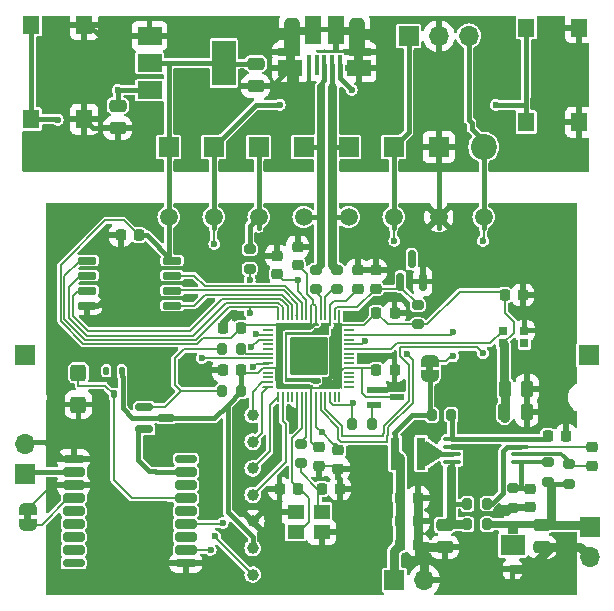
<source format=gbr>
%TF.GenerationSoftware,KiCad,Pcbnew,8.0.4*%
%TF.CreationDate,2024-07-20T20:35:12+02:00*%
%TF.ProjectId,pico-HABakuk,7069636f-2d48-4414-9261-6b756b2e6b69,REV1*%
%TF.SameCoordinates,Original*%
%TF.FileFunction,Copper,L1,Top*%
%TF.FilePolarity,Positive*%
%FSLAX46Y46*%
G04 Gerber Fmt 4.6, Leading zero omitted, Abs format (unit mm)*
G04 Created by KiCad (PCBNEW 8.0.4) date 2024-07-20 20:35:12*
%MOMM*%
%LPD*%
G01*
G04 APERTURE LIST*
G04 Aperture macros list*
%AMRoundRect*
0 Rectangle with rounded corners*
0 $1 Rounding radius*
0 $2 $3 $4 $5 $6 $7 $8 $9 X,Y pos of 4 corners*
0 Add a 4 corners polygon primitive as box body*
4,1,4,$2,$3,$4,$5,$6,$7,$8,$9,$2,$3,0*
0 Add four circle primitives for the rounded corners*
1,1,$1+$1,$2,$3*
1,1,$1+$1,$4,$5*
1,1,$1+$1,$6,$7*
1,1,$1+$1,$8,$9*
0 Add four rect primitives between the rounded corners*
20,1,$1+$1,$2,$3,$4,$5,0*
20,1,$1+$1,$4,$5,$6,$7,0*
20,1,$1+$1,$6,$7,$8,$9,0*
20,1,$1+$1,$8,$9,$2,$3,0*%
%AMFreePoly0*
4,1,19,0.500000,-0.750000,0.000000,-0.750000,0.000000,-0.744911,-0.071157,-0.744911,-0.207708,-0.704816,-0.327430,-0.627875,-0.420627,-0.520320,-0.479746,-0.390866,-0.500000,-0.250000,-0.500000,0.250000,-0.479746,0.390866,-0.420627,0.520320,-0.327430,0.627875,-0.207708,0.704816,-0.071157,0.744911,0.000000,0.744911,0.000000,0.750000,0.500000,0.750000,0.500000,-0.750000,0.500000,-0.750000,
$1*%
%AMFreePoly1*
4,1,19,0.000000,0.744911,0.071157,0.744911,0.207708,0.704816,0.327430,0.627875,0.420627,0.520320,0.479746,0.390866,0.500000,0.250000,0.500000,-0.250000,0.479746,-0.390866,0.420627,-0.520320,0.327430,-0.627875,0.207708,-0.704816,0.071157,-0.744911,0.000000,-0.744911,0.000000,-0.750000,-0.500000,-0.750000,-0.500000,0.750000,0.000000,0.750000,0.000000,0.744911,0.000000,0.744911,
$1*%
G04 Aperture macros list end*
%TA.AperFunction,Conductor*%
%ADD10C,0.200000*%
%TD*%
%TA.AperFunction,Conductor*%
%ADD11C,0.400000*%
%TD*%
%TA.AperFunction,EtchedComponent*%
%ADD12C,0.000000*%
%TD*%
%TA.AperFunction,SMDPad,CuDef*%
%ADD13RoundRect,0.250000X-0.475000X0.250000X-0.475000X-0.250000X0.475000X-0.250000X0.475000X0.250000X0*%
%TD*%
%TA.AperFunction,SMDPad,CuDef*%
%ADD14R,0.400000X1.750000*%
%TD*%
%TA.AperFunction,SMDPad,CuDef*%
%ADD15R,1.825000X0.700000*%
%TD*%
%TA.AperFunction,SMDPad,CuDef*%
%ADD16R,2.000000X1.460000*%
%TD*%
%TA.AperFunction,SMDPad,CuDef*%
%ADD17RoundRect,0.384800X0.265200X1.240200X-0.265200X1.240200X-0.265200X-1.240200X0.265200X-1.240200X0*%
%TD*%
%TA.AperFunction,ComponentPad*%
%ADD18O,1.300000X1.800000*%
%TD*%
%TA.AperFunction,ComponentPad*%
%ADD19O,1.050000X1.450000*%
%TD*%
%TA.AperFunction,SMDPad,CuDef*%
%ADD20R,1.425000X2.400000*%
%TD*%
%TA.AperFunction,SMDPad,CuDef*%
%ADD21RoundRect,0.225000X0.250000X-0.225000X0.250000X0.225000X-0.250000X0.225000X-0.250000X-0.225000X0*%
%TD*%
%TA.AperFunction,SMDPad,CuDef*%
%ADD22RoundRect,0.225000X0.225000X0.250000X-0.225000X0.250000X-0.225000X-0.250000X0.225000X-0.250000X0*%
%TD*%
%TA.AperFunction,SMDPad,CuDef*%
%ADD23R,2.000000X1.500000*%
%TD*%
%TA.AperFunction,SMDPad,CuDef*%
%ADD24R,2.000000X3.800000*%
%TD*%
%TA.AperFunction,SMDPad,CuDef*%
%ADD25RoundRect,0.150000X-0.650000X-0.150000X0.650000X-0.150000X0.650000X0.150000X-0.650000X0.150000X0*%
%TD*%
%TA.AperFunction,SMDPad,CuDef*%
%ADD26RoundRect,0.200000X0.275000X-0.200000X0.275000X0.200000X-0.275000X0.200000X-0.275000X-0.200000X0*%
%TD*%
%TA.AperFunction,SMDPad,CuDef*%
%ADD27RoundRect,0.225000X-0.225000X-0.250000X0.225000X-0.250000X0.225000X0.250000X-0.225000X0.250000X0*%
%TD*%
%TA.AperFunction,SMDPad,CuDef*%
%ADD28RoundRect,0.225000X-0.250000X0.225000X-0.250000X-0.225000X0.250000X-0.225000X0.250000X0.225000X0*%
%TD*%
%TA.AperFunction,SMDPad,CuDef*%
%ADD29RoundRect,0.200000X-0.275000X0.200000X-0.275000X-0.200000X0.275000X-0.200000X0.275000X0.200000X0*%
%TD*%
%TA.AperFunction,SMDPad,CuDef*%
%ADD30RoundRect,0.050000X-0.387500X-0.050000X0.387500X-0.050000X0.387500X0.050000X-0.387500X0.050000X0*%
%TD*%
%TA.AperFunction,SMDPad,CuDef*%
%ADD31RoundRect,0.050000X-0.050000X-0.387500X0.050000X-0.387500X0.050000X0.387500X-0.050000X0.387500X0*%
%TD*%
%TA.AperFunction,ComponentPad*%
%ADD32C,0.600000*%
%TD*%
%TA.AperFunction,SMDPad,CuDef*%
%ADD33RoundRect,0.144000X-1.456000X-1.456000X1.456000X-1.456000X1.456000X1.456000X-1.456000X1.456000X0*%
%TD*%
%TA.AperFunction,SMDPad,CuDef*%
%ADD34R,0.800000X2.700000*%
%TD*%
%TA.AperFunction,SMDPad,CuDef*%
%ADD35RoundRect,0.200000X0.200000X0.275000X-0.200000X0.275000X-0.200000X-0.275000X0.200000X-0.275000X0*%
%TD*%
%TA.AperFunction,ComponentPad*%
%ADD36R,1.700000X1.700000*%
%TD*%
%TA.AperFunction,ComponentPad*%
%ADD37C,1.000000*%
%TD*%
%TA.AperFunction,SMDPad,CuDef*%
%ADD38FreePoly0,90.000000*%
%TD*%
%TA.AperFunction,SMDPad,CuDef*%
%ADD39FreePoly1,90.000000*%
%TD*%
%TA.AperFunction,SMDPad,CuDef*%
%ADD40C,1.500000*%
%TD*%
%TA.AperFunction,SMDPad,CuDef*%
%ADD41RoundRect,0.200000X-0.200000X-0.275000X0.200000X-0.275000X0.200000X0.275000X-0.200000X0.275000X0*%
%TD*%
%TA.AperFunction,SMDPad,CuDef*%
%ADD42RoundRect,0.150000X-0.587500X-0.150000X0.587500X-0.150000X0.587500X0.150000X-0.587500X0.150000X0*%
%TD*%
%TA.AperFunction,SMDPad,CuDef*%
%ADD43RoundRect,0.250000X-0.425000X0.450000X-0.425000X-0.450000X0.425000X-0.450000X0.425000X0.450000X0*%
%TD*%
%TA.AperFunction,SMDPad,CuDef*%
%ADD44RoundRect,0.250000X-0.250000X-0.475000X0.250000X-0.475000X0.250000X0.475000X-0.250000X0.475000X0*%
%TD*%
%TA.AperFunction,SMDPad,CuDef*%
%ADD45R,1.200000X0.500000*%
%TD*%
%TA.AperFunction,SMDPad,CuDef*%
%ADD46R,1.400000X1.200000*%
%TD*%
%TA.AperFunction,ComponentPad*%
%ADD47O,1.700000X1.700000*%
%TD*%
%TA.AperFunction,SMDPad,CuDef*%
%ADD48R,0.700000X0.700000*%
%TD*%
%TA.AperFunction,SMDPad,CuDef*%
%ADD49FreePoly0,270.000000*%
%TD*%
%TA.AperFunction,SMDPad,CuDef*%
%ADD50FreePoly1,270.000000*%
%TD*%
%TA.AperFunction,SMDPad,CuDef*%
%ADD51RoundRect,0.100000X-0.637500X-0.100000X0.637500X-0.100000X0.637500X0.100000X-0.637500X0.100000X0*%
%TD*%
%TA.AperFunction,ComponentPad*%
%ADD52C,2.200000*%
%TD*%
%TA.AperFunction,SMDPad,CuDef*%
%ADD53RoundRect,0.175000X0.725000X0.175000X-0.725000X0.175000X-0.725000X-0.175000X0.725000X-0.175000X0*%
%TD*%
%TA.AperFunction,SMDPad,CuDef*%
%ADD54RoundRect,0.200000X0.700000X0.200000X-0.700000X0.200000X-0.700000X-0.200000X0.700000X-0.200000X0*%
%TD*%
%TA.AperFunction,SMDPad,CuDef*%
%ADD55R,1.400000X1.600000*%
%TD*%
%TA.AperFunction,SMDPad,CuDef*%
%ADD56RoundRect,0.150000X0.150000X-0.587500X0.150000X0.587500X-0.150000X0.587500X-0.150000X-0.587500X0*%
%TD*%
%TA.AperFunction,SMDPad,CuDef*%
%ADD57RoundRect,0.112500X0.112500X0.237500X-0.112500X0.237500X-0.112500X-0.237500X0.112500X-0.237500X0*%
%TD*%
%TA.AperFunction,SMDPad,CuDef*%
%ADD58R,0.850000X0.750000*%
%TD*%
%TA.AperFunction,SMDPad,CuDef*%
%ADD59R,0.550000X0.700000*%
%TD*%
%TA.AperFunction,SMDPad,CuDef*%
%ADD60R,2.040000X1.800000*%
%TD*%
%TA.AperFunction,ViaPad*%
%ADD61C,0.600000*%
%TD*%
%TA.AperFunction,Conductor*%
%ADD62C,0.800000*%
%TD*%
%TA.AperFunction,Conductor*%
%ADD63C,0.150000*%
%TD*%
%TA.AperFunction,Conductor*%
%ADD64C,0.600000*%
%TD*%
%TA.AperFunction,Conductor*%
%ADD65C,0.700000*%
%TD*%
%TA.AperFunction,Conductor*%
%ADD66C,0.300000*%
%TD*%
G04 APERTURE END LIST*
D10*
X111414000Y-108250000D02*
X109914000Y-109250000D01*
X109914000Y-107250000D01*
X111414000Y-108250000D01*
%TA.AperFunction,Conductor*%
G36*
X111414000Y-108250000D02*
G01*
X109914000Y-109250000D01*
X109914000Y-107250000D01*
X111414000Y-108250000D01*
G37*
%TD.AperFunction*%
D11*
X113250000Y-107750000D02*
X115750000Y-107750000D01*
X115750000Y-111250000D01*
X113250000Y-111250000D01*
X113250000Y-107750000D01*
%TA.AperFunction,Conductor*%
G36*
X113250000Y-107750000D02*
G01*
X115750000Y-107750000D01*
X115750000Y-111250000D01*
X113250000Y-111250000D01*
X113250000Y-107750000D01*
G37*
%TD.AperFunction*%
D12*
%TA.AperFunction,EtchedComponent*%
G36*
X110536000Y-101316000D02*
G01*
X109936000Y-101316000D01*
X109936000Y-100816000D01*
X110536000Y-100816000D01*
X110536000Y-101316000D01*
G37*
%TD.AperFunction*%
%TA.AperFunction,EtchedComponent*%
G36*
X76500000Y-113874000D02*
G01*
X75900000Y-113874000D01*
X75900000Y-113374000D01*
X76500000Y-113374000D01*
X76500000Y-113874000D01*
G37*
%TD.AperFunction*%
D13*
X95508000Y-77145000D03*
X95508000Y-75245000D03*
D14*
X102625000Y-75375000D03*
X101975000Y-75375000D03*
X101325000Y-75375000D03*
X100675000Y-75375000D03*
X100025000Y-75375000D03*
D15*
X104312500Y-74250000D03*
D16*
X104225000Y-75580000D03*
D17*
X104050000Y-72975000D03*
D18*
X104050000Y-72550000D03*
D19*
X103750000Y-75580000D03*
D20*
X102287500Y-72350000D03*
X100362500Y-72350000D03*
D19*
X98900000Y-75580000D03*
D17*
X98600000Y-72975000D03*
D18*
X98600000Y-72550000D03*
D16*
X98425000Y-75580000D03*
D15*
X98337500Y-74250000D03*
D21*
X105664000Y-94290000D03*
X105664000Y-92740000D03*
X104140000Y-94290000D03*
X104140000Y-92740000D03*
D22*
X94290000Y-101200000D03*
X92740000Y-101200000D03*
X85611000Y-89748000D03*
X84061000Y-89748000D03*
D23*
X86516000Y-72879000D03*
X86516000Y-75179000D03*
D24*
X92816000Y-75179000D03*
D23*
X86516000Y-77479000D03*
D25*
X81236000Y-91907000D03*
X81236000Y-93177000D03*
X81236000Y-94447000D03*
X81236000Y-95717000D03*
X88436000Y-95717000D03*
X88436000Y-94447000D03*
X88436000Y-93177000D03*
X88436000Y-91907000D03*
D26*
X94996000Y-92605000D03*
X94996000Y-90955000D03*
D21*
X99060000Y-92301000D03*
X99060000Y-90751000D03*
D27*
X105710000Y-101200000D03*
X107260000Y-101200000D03*
D28*
X100838000Y-107725000D03*
X100838000Y-109275000D03*
D29*
X100584000Y-92690000D03*
X100584000Y-94340000D03*
D28*
X102500000Y-107975000D03*
X102500000Y-109525000D03*
D13*
X83824000Y-78801000D03*
X83824000Y-80701000D03*
D22*
X94290000Y-97622000D03*
X92740000Y-97622000D03*
D27*
X116573000Y-94828000D03*
X118123000Y-94828000D03*
D30*
X96562500Y-97400000D03*
X96562500Y-97800000D03*
X96562500Y-98200000D03*
X96562500Y-98600000D03*
X96562500Y-99000000D03*
X96562500Y-99400000D03*
X96562500Y-99800000D03*
X96562500Y-100200000D03*
X96562500Y-100600000D03*
X96562500Y-101000000D03*
X96562500Y-101400000D03*
X96562500Y-101800000D03*
X96562500Y-102200000D03*
X96562500Y-102600000D03*
D31*
X97400000Y-103437500D03*
X97800000Y-103437500D03*
X98200000Y-103437500D03*
X98600000Y-103437500D03*
X99000000Y-103437500D03*
X99400000Y-103437500D03*
X99800000Y-103437500D03*
X100200000Y-103437500D03*
X100600000Y-103437500D03*
X101000000Y-103437500D03*
X101400000Y-103437500D03*
X101800000Y-103437500D03*
X102200000Y-103437500D03*
X102600000Y-103437500D03*
D30*
X103437500Y-102600000D03*
X103437500Y-102200000D03*
X103437500Y-101800000D03*
X103437500Y-101400000D03*
X103437500Y-101000000D03*
X103437500Y-100600000D03*
X103437500Y-100200000D03*
X103437500Y-99800000D03*
X103437500Y-99400000D03*
X103437500Y-99000000D03*
X103437500Y-98600000D03*
X103437500Y-98200000D03*
X103437500Y-97800000D03*
X103437500Y-97400000D03*
D31*
X102600000Y-96562500D03*
X102200000Y-96562500D03*
X101800000Y-96562500D03*
X101400000Y-96562500D03*
X101000000Y-96562500D03*
X100600000Y-96562500D03*
X100200000Y-96562500D03*
X99800000Y-96562500D03*
X99400000Y-96562500D03*
X99000000Y-96562500D03*
X98600000Y-96562500D03*
X98200000Y-96562500D03*
X97800000Y-96562500D03*
X97400000Y-96562500D03*
D32*
X98725000Y-98725000D03*
X98725000Y-100000000D03*
X98725000Y-101275000D03*
X100000000Y-98725000D03*
X100000000Y-100000000D03*
D33*
X100000000Y-100000000D03*
D32*
X100000000Y-101275000D03*
X101275000Y-98725000D03*
X101275000Y-100000000D03*
X101275000Y-101275000D03*
D29*
X102362000Y-92690000D03*
X102362000Y-94340000D03*
D21*
X97282000Y-93063000D03*
X97282000Y-91513000D03*
D27*
X105710000Y-96352000D03*
X107260000Y-96352000D03*
D13*
X119750000Y-114300000D03*
X119750000Y-116200000D03*
D34*
X107314000Y-108250000D03*
X109514000Y-108250000D03*
D35*
X115075000Y-114250000D03*
X113425000Y-114250000D03*
D36*
X95762000Y-82291000D03*
D37*
X95250000Y-111750000D03*
D26*
X120250000Y-110639000D03*
X120250000Y-108989000D03*
D38*
X110236000Y-101716000D03*
D39*
X110236000Y-100416000D03*
D40*
X95758000Y-88224000D03*
D22*
X99073000Y-111234000D03*
X97523000Y-111234000D03*
D27*
X107725000Y-112000000D03*
X109275000Y-112000000D03*
D37*
X95250000Y-105000000D03*
D41*
X92647000Y-102956000D03*
X94297000Y-102956000D03*
D37*
X95250000Y-109500000D03*
D42*
X86062500Y-104300000D03*
X86062500Y-106200000D03*
X87937500Y-105250000D03*
D43*
X80500000Y-101400000D03*
X80500000Y-104100000D03*
D40*
X88138000Y-88224000D03*
D36*
X99572000Y-82291000D03*
D40*
X99568000Y-88224000D03*
D36*
X123698000Y-99908000D03*
D41*
X92647000Y-99400000D03*
X94297000Y-99400000D03*
D40*
X114808000Y-88224000D03*
D44*
X116600000Y-102750000D03*
X118500000Y-102750000D03*
D45*
X105550000Y-102850000D03*
X105550000Y-104150000D03*
X107450000Y-103500000D03*
D27*
X101079000Y-111234000D03*
X102629000Y-111234000D03*
D46*
X98900000Y-114884000D03*
X101100000Y-114884000D03*
X101100000Y-113184000D03*
X98900000Y-113184000D03*
D36*
X91952000Y-82291000D03*
X75946000Y-99908000D03*
X123775000Y-114500000D03*
D47*
X123775000Y-117040000D03*
D28*
X118750000Y-111225000D03*
X118750000Y-112775000D03*
D48*
X118263000Y-98934000D03*
X118263000Y-97834000D03*
X116433000Y-97834000D03*
X116433000Y-98934000D03*
D49*
X76200000Y-112974000D03*
D50*
X76200000Y-114274000D03*
D51*
X112137500Y-107025000D03*
X112137500Y-107675000D03*
X112137500Y-108325000D03*
X112137500Y-108975000D03*
X117862500Y-108975000D03*
X117862500Y-108325000D03*
X117862500Y-107675000D03*
X117862500Y-107025000D03*
D28*
X124000000Y-107725000D03*
X124000000Y-109275000D03*
D40*
X107188000Y-88224000D03*
X91948000Y-88224000D03*
X103378000Y-88224000D03*
D52*
X114812000Y-82291000D03*
D37*
X95250000Y-116250000D03*
D41*
X103675000Y-105750000D03*
X105325000Y-105750000D03*
D37*
X95250000Y-107250000D03*
D13*
X111500000Y-114300000D03*
X111500000Y-116200000D03*
D53*
X89586000Y-117516000D03*
D54*
X89586000Y-116416000D03*
X89586000Y-115316000D03*
X89586000Y-114216000D03*
X89586000Y-113116000D03*
X89586000Y-112016000D03*
X89586000Y-110916000D03*
X89586000Y-109816000D03*
D53*
X89586000Y-108716000D03*
X80086000Y-108716000D03*
D54*
X80086000Y-109816000D03*
X80086000Y-110916000D03*
X80086000Y-112016000D03*
X80086000Y-113116000D03*
X80086000Y-114216000D03*
X80086000Y-115316000D03*
X80086000Y-116416000D03*
D53*
X80086000Y-117516000D03*
D36*
X75975000Y-110000000D03*
D47*
X75975000Y-107460000D03*
D26*
X109220000Y-97325000D03*
X109220000Y-95675000D03*
D36*
X88142000Y-82291000D03*
D41*
X113425000Y-112500000D03*
X115075000Y-112500000D03*
D55*
X76494000Y-79941000D03*
X76494000Y-71941000D03*
X80994000Y-79941000D03*
X80994000Y-71941000D03*
D27*
X107725000Y-114000000D03*
X109275000Y-114000000D03*
D56*
X107762000Y-93687500D03*
X109662000Y-93687500D03*
X108712000Y-91812500D03*
D27*
X120225000Y-106750000D03*
X121775000Y-106750000D03*
D29*
X122000000Y-109175000D03*
X122000000Y-110825000D03*
X117250000Y-111175000D03*
X117250000Y-112825000D03*
D27*
X107725000Y-116000000D03*
X109275000Y-116000000D03*
D36*
X103382000Y-82291000D03*
X111002000Y-82291000D03*
D55*
X118404000Y-80195000D03*
X118404000Y-72195000D03*
X122904000Y-80195000D03*
X122904000Y-72195000D03*
D36*
X108462000Y-72893000D03*
D47*
X111002000Y-72893000D03*
X113542000Y-72893000D03*
D41*
X110425000Y-105000000D03*
X112075000Y-105000000D03*
D57*
X84150000Y-101250000D03*
X82850000Y-101250000D03*
X83500000Y-103250000D03*
D36*
X107250000Y-118975000D03*
D47*
X109790000Y-118975000D03*
D37*
X95250000Y-114000000D03*
D36*
X107192000Y-82291000D03*
D37*
X95250000Y-118500000D03*
D44*
X116550000Y-104750000D03*
X118450000Y-104750000D03*
D40*
X110998000Y-88224000D03*
D58*
X117250000Y-114725000D03*
D59*
X117250000Y-118050000D03*
D60*
X117250000Y-116000000D03*
D29*
X99300000Y-107409000D03*
X99300000Y-109059000D03*
D61*
X89250000Y-119250000D03*
X86250000Y-92000000D03*
X112250000Y-102250000D03*
X120250000Y-97500000D03*
X109754000Y-76175000D03*
X90500000Y-101250000D03*
X120250000Y-102250000D03*
X114754000Y-76175000D03*
X114500000Y-118500000D03*
X105500000Y-109250000D03*
X98500000Y-105000000D03*
X112254000Y-76175000D03*
X105500000Y-114500000D03*
X79750000Y-119250000D03*
X81750000Y-106000000D03*
X84500000Y-95750000D03*
X115500000Y-110750000D03*
X97500000Y-106000000D03*
X93750000Y-96394000D03*
X113750000Y-110750000D03*
X107254000Y-76175000D03*
X120250000Y-95750000D03*
X97250000Y-105000000D03*
X89750000Y-106000000D03*
X114500000Y-116250000D03*
X107500000Y-102500000D03*
X120250000Y-104500000D03*
X103636000Y-77465000D03*
X83824000Y-77465000D03*
X116500000Y-101250000D03*
X120500000Y-112250000D03*
X99055000Y-93558000D03*
X100700000Y-97900000D03*
X101092000Y-106468000D03*
X100599970Y-102100000D03*
X78744000Y-80005000D03*
X95300000Y-100882000D03*
X90932000Y-100162000D03*
X95147000Y-99250000D03*
X92710000Y-114132000D03*
X95504000Y-98130000D03*
X91692000Y-116416000D03*
X112250000Y-100000000D03*
X112250000Y-98000000D03*
X104750000Y-98750000D03*
X92050000Y-115250000D03*
X97540000Y-78735000D03*
X103750000Y-104000000D03*
X92000000Y-90500000D03*
X115828000Y-78735000D03*
X114750000Y-99750000D03*
X114750000Y-90250000D03*
X108327817Y-99800000D03*
X107250000Y-90250000D03*
X94996000Y-96352000D03*
X94996000Y-93544000D03*
D11*
X98425000Y-74337500D02*
X98337500Y-74250000D01*
X115500000Y-110750000D02*
X115750000Y-111000000D01*
D62*
X109275000Y-115000000D02*
X109275000Y-114000000D01*
D10*
X106970000Y-101200000D02*
X107075000Y-101305000D01*
D11*
X84061000Y-89748000D02*
X84061000Y-93691999D01*
X115750000Y-110500000D02*
X115500000Y-110750000D01*
X98425000Y-75580000D02*
X98425000Y-74337500D01*
D63*
X100838000Y-109275000D02*
X102250000Y-109275000D01*
D10*
X103785000Y-72300000D02*
X104055000Y-72570000D01*
D11*
X89666000Y-72385000D02*
X98435000Y-72385000D01*
X115750000Y-107750000D02*
X115750000Y-110500000D01*
X80086000Y-110916000D02*
X81874000Y-110916000D01*
X116750000Y-113325000D02*
X117250000Y-112825000D01*
X113750000Y-110750000D02*
X114250000Y-110250000D01*
D10*
X118123000Y-94828000D02*
X118123000Y-97694000D01*
D11*
X89586000Y-117516000D02*
X87966000Y-117516000D01*
D63*
X102250000Y-109275000D02*
X102500000Y-109525000D01*
D11*
X86516000Y-72879000D02*
X89172000Y-72879000D01*
X114250000Y-110250000D02*
X114250000Y-109750000D01*
X98435000Y-72385000D02*
X98600000Y-72550000D01*
D10*
X99000000Y-103437500D02*
X99000000Y-104750000D01*
D11*
X115675000Y-107675000D02*
X115750000Y-107750000D01*
D62*
X122935000Y-116200000D02*
X123775000Y-117040000D01*
D63*
X106970000Y-96000000D02*
X107600000Y-96000000D01*
D11*
X82042000Y-111084000D02*
X81874000Y-110916000D01*
D10*
X98865000Y-72300000D02*
X98595000Y-72570000D01*
D62*
X118650000Y-118050000D02*
X120500000Y-116200000D01*
X109475000Y-116200000D02*
X109275000Y-116000000D01*
D11*
X104225000Y-74337500D02*
X104312500Y-74250000D01*
D10*
X80086000Y-110916000D02*
X78258000Y-110916000D01*
D11*
X114250000Y-111250000D02*
X113750000Y-110750000D01*
D10*
X99000000Y-104750000D02*
X98750000Y-104750000D01*
D62*
X109275000Y-116000000D02*
X109275000Y-115000000D01*
D11*
X104225000Y-75580000D02*
X104225000Y-74337500D01*
X112137500Y-107675000D02*
X115675000Y-107675000D01*
X79166000Y-108716000D02*
X77704000Y-107254000D01*
X82286000Y-72879000D02*
X86516000Y-72879000D01*
X82035999Y-95717000D02*
X81236000Y-95717000D01*
D10*
X100365000Y-72300000D02*
X98865000Y-72300000D01*
D11*
X80994000Y-79941000D02*
X80994000Y-71941000D01*
D64*
X92740000Y-97147000D02*
X93493000Y-96394000D01*
D11*
X80086000Y-108716000D02*
X79166000Y-108716000D01*
D10*
X118123000Y-97694000D02*
X118263000Y-97834000D01*
D11*
X82214000Y-108716000D02*
X82296000Y-108798000D01*
D62*
X109790000Y-116515000D02*
X109275000Y-116000000D01*
D11*
X111002000Y-82291000D02*
X111002000Y-72893000D01*
D64*
X93493000Y-96394000D02*
X93750000Y-96394000D01*
D11*
X83824000Y-80701000D02*
X81754000Y-80701000D01*
X114250000Y-109750000D02*
X114500000Y-109500000D01*
D62*
X117500000Y-118050000D02*
X118650000Y-118050000D01*
D64*
X92740000Y-97622000D02*
X92740000Y-97147000D01*
D11*
X114575000Y-113325000D02*
X114250000Y-113000000D01*
X95508000Y-77145000D02*
X96860000Y-77145000D01*
X89172000Y-72879000D02*
X89666000Y-72385000D01*
X115750000Y-111000000D02*
X115750000Y-111250000D01*
D62*
X111500000Y-116200000D02*
X109475000Y-116200000D01*
D11*
X96860000Y-77145000D02*
X98425000Y-75580000D01*
X80994000Y-71941000D02*
X81348000Y-71941000D01*
X117250000Y-112825000D02*
X118700000Y-112825000D01*
D10*
X98750000Y-104750000D02*
X98500000Y-105000000D01*
X78258000Y-110916000D02*
X76200000Y-112974000D01*
D62*
X109275000Y-114000000D02*
X109275000Y-112000000D01*
D11*
X77704000Y-107254000D02*
X76175000Y-107254000D01*
X81754000Y-80701000D02*
X80994000Y-79941000D01*
D62*
X109275000Y-115000000D02*
X109325000Y-114950000D01*
D11*
X84061000Y-93691999D02*
X82035999Y-95717000D01*
X111002000Y-82291000D02*
X111002000Y-89149000D01*
X80086000Y-108716000D02*
X82214000Y-108716000D01*
X87884000Y-117434000D02*
X87966000Y-117516000D01*
X114250000Y-113000000D02*
X114250000Y-111250000D01*
D10*
X102285000Y-72300000D02*
X103785000Y-72300000D01*
D11*
X118700000Y-112825000D02*
X118750000Y-112775000D01*
X81348000Y-71941000D02*
X82286000Y-72879000D01*
D62*
X120500000Y-116200000D02*
X122935000Y-116200000D01*
D11*
X114575000Y-113325000D02*
X116750000Y-113325000D01*
D62*
X109790000Y-118975000D02*
X109790000Y-116515000D01*
D11*
X83824000Y-78801000D02*
X83824000Y-77465000D01*
X83824000Y-77465000D02*
X86502000Y-77465000D01*
X102625000Y-76454000D02*
X103636000Y-77465000D01*
X102625000Y-76350000D02*
X102625000Y-76454000D01*
X102625000Y-75375000D02*
X102625000Y-76350000D01*
X86502000Y-77465000D02*
X86516000Y-77479000D01*
D63*
X99150000Y-114884000D02*
X98900000Y-114884000D01*
X100000000Y-112054000D02*
X100000000Y-114034000D01*
X99400000Y-103437500D02*
X99400000Y-106128000D01*
X99400000Y-106128000D02*
X98600000Y-106928000D01*
X98600000Y-110654000D02*
X100000000Y-112054000D01*
X98600000Y-106928000D02*
X98600000Y-110654000D01*
X100000000Y-114034000D02*
X99150000Y-114884000D01*
D10*
X102200000Y-96006000D02*
X102362000Y-95844000D01*
X102362000Y-95844000D02*
X104110000Y-95844000D01*
X104110000Y-95844000D02*
X105664000Y-94290000D01*
X107635000Y-94290000D02*
X107762000Y-94163000D01*
X105664000Y-94290000D02*
X107635000Y-94290000D01*
X107762000Y-94163000D02*
X109220000Y-95621000D01*
X102200000Y-96562500D02*
X102200000Y-96006000D01*
X96562500Y-101000000D02*
X97206000Y-101000000D01*
D63*
X97536000Y-97368000D02*
X97568000Y-97400000D01*
D10*
X97250000Y-101044000D02*
X97250000Y-102000000D01*
X99822000Y-93063000D02*
X99060000Y-92301000D01*
D62*
X120500000Y-112250000D02*
X120500000Y-110889000D01*
D10*
X97206000Y-101000000D02*
X97250000Y-101044000D01*
X97925000Y-102675000D02*
X100075000Y-102675000D01*
X107450000Y-103500000D02*
X104850000Y-103500000D01*
D63*
X102600000Y-97352000D02*
X102600000Y-96562500D01*
D10*
X105410000Y-101500000D02*
X105710000Y-101200000D01*
D62*
X116600000Y-103250000D02*
X116600000Y-105200000D01*
D10*
X103437500Y-101000000D02*
X102974350Y-101000000D01*
X100200000Y-95700000D02*
X100200000Y-96562500D01*
D11*
X120436000Y-110825000D02*
X120250000Y-110639000D01*
D10*
X102575000Y-102675000D02*
X100075000Y-102675000D01*
D11*
X92882000Y-75245000D02*
X92816000Y-75179000D01*
D10*
X117348000Y-97114000D02*
X117348000Y-98019000D01*
D62*
X116600000Y-105200000D02*
X116550000Y-105250000D01*
D10*
X100600000Y-95799998D02*
X100350001Y-95549999D01*
D11*
X84150000Y-101650000D02*
X84150000Y-101250000D01*
D10*
X100533500Y-107420500D02*
X100381000Y-107420500D01*
X100600000Y-97200000D02*
X100400000Y-97400000D01*
D11*
X88142000Y-75179000D02*
X88142000Y-82291000D01*
X91250000Y-105250000D02*
X87437500Y-105250000D01*
D10*
X112776000Y-94574000D02*
X110025000Y-97325000D01*
D63*
X97536000Y-97368000D02*
X97504000Y-97400000D01*
D62*
X120450000Y-114250000D02*
X120500000Y-114300000D01*
D10*
X94232000Y-101432000D02*
X94000000Y-101200000D01*
X100200000Y-107239500D02*
X100200000Y-103437500D01*
D11*
X85063738Y-105250000D02*
X84250000Y-104436262D01*
X84250000Y-104436262D02*
X84250000Y-101750000D01*
X88142000Y-75179000D02*
X92816000Y-75179000D01*
D10*
X99822000Y-94761469D02*
X99822000Y-93063000D01*
D63*
X104662000Y-97400000D02*
X105710000Y-96352000D01*
D62*
X123575000Y-114300000D02*
X123775000Y-114500000D01*
X116500000Y-103150000D02*
X116600000Y-103250000D01*
D10*
X104850000Y-103500000D02*
X104500000Y-103150000D01*
D63*
X78985000Y-92265000D02*
X82750000Y-88500000D01*
D10*
X110025000Y-97325000D02*
X106683000Y-97325000D01*
X105800000Y-101000000D02*
X106000000Y-101200000D01*
D63*
X80917431Y-98963000D02*
X78985000Y-97030569D01*
X103437500Y-97400000D02*
X104662000Y-97400000D01*
D10*
X100200000Y-102800000D02*
X100075000Y-102675000D01*
X116573000Y-94828000D02*
X116319000Y-94574000D01*
D11*
X86516000Y-75179000D02*
X88142000Y-75179000D01*
D10*
X102750000Y-102500000D02*
X102575000Y-102675000D01*
X104500000Y-103150000D02*
X104500000Y-101000000D01*
D11*
X94297000Y-102956000D02*
X93126500Y-104126500D01*
D10*
X100381000Y-107420500D02*
X100200000Y-107239500D01*
X102974350Y-101000000D02*
X102750000Y-101224350D01*
D11*
X93126500Y-113169394D02*
X93126500Y-104126500D01*
X88142000Y-82291000D02*
X88142000Y-89149000D01*
D63*
X93412000Y-98500000D02*
X91021620Y-98500000D01*
D11*
X95508000Y-75245000D02*
X95630000Y-75245000D01*
X92003000Y-105250000D02*
X91250000Y-105250000D01*
X84250000Y-101750000D02*
X84150000Y-101650000D01*
D63*
X94290000Y-97622000D02*
X93412000Y-98500000D01*
X102648000Y-97400000D02*
X102600000Y-97352000D01*
D10*
X100838000Y-107725000D02*
X100533500Y-107420500D01*
X97250000Y-102000000D02*
X97925000Y-102675000D01*
D11*
X87437500Y-105250000D02*
X85063738Y-105250000D01*
D10*
X96562500Y-101000000D02*
X96099350Y-101000000D01*
D62*
X120500000Y-110889000D02*
X120250000Y-110639000D01*
D11*
X95508000Y-75245000D02*
X92882000Y-75245000D01*
D10*
X100600000Y-96562500D02*
X100600000Y-97200000D01*
X116573000Y-94828000D02*
X116586000Y-94828000D01*
D63*
X94512000Y-97400000D02*
X94290000Y-97622000D01*
D11*
X95250000Y-116000000D02*
X95250000Y-115292894D01*
D10*
X117348000Y-98019000D02*
X116433000Y-98934000D01*
X100600000Y-96562500D02*
X100600000Y-95799998D01*
D63*
X96562500Y-97400000D02*
X94512000Y-97400000D01*
D62*
X116500000Y-101250000D02*
X116500000Y-99001000D01*
D10*
X106683000Y-97325000D02*
X105710000Y-96352000D01*
D62*
X120500000Y-114300000D02*
X123575000Y-114300000D01*
D11*
X94297000Y-101207000D02*
X94290000Y-101200000D01*
X95250000Y-115292894D02*
X93126500Y-113169394D01*
D10*
X96099350Y-101000000D02*
X95667350Y-101432000D01*
D63*
X91021620Y-98500000D02*
X90558620Y-98963000D01*
D10*
X100200000Y-96562500D02*
X100200000Y-97400000D01*
D63*
X84363000Y-88500000D02*
X85611000Y-89748000D01*
X97568000Y-97400000D02*
X100400000Y-97400000D01*
X96562500Y-97400000D02*
X97504000Y-97400000D01*
D10*
X95667350Y-101432000D02*
X94232000Y-101432000D01*
X100350001Y-95549999D02*
X100200000Y-95700000D01*
D63*
X78985000Y-97030569D02*
X78985000Y-92265000D01*
D11*
X94297000Y-102956000D02*
X94297000Y-101207000D01*
X85611000Y-89748000D02*
X86277000Y-89748000D01*
D10*
X116586000Y-94828000D02*
X116586000Y-96352000D01*
X102750000Y-101224350D02*
X102750000Y-102500000D01*
D63*
X90558620Y-98963000D02*
X80917431Y-98963000D01*
D10*
X100200000Y-97400000D02*
X100200000Y-97000000D01*
X116319000Y-94574000D02*
X112776000Y-94574000D01*
D63*
X103437500Y-97400000D02*
X102648000Y-97400000D01*
D10*
X116586000Y-96352000D02*
X117348000Y-97114000D01*
D62*
X116500000Y-101250000D02*
X116500000Y-103150000D01*
D11*
X88138000Y-91609000D02*
X88436000Y-91907000D01*
D63*
X82750000Y-88500000D02*
X84363000Y-88500000D01*
D62*
X116500000Y-99001000D02*
X116433000Y-98934000D01*
D11*
X122250000Y-110825000D02*
X120436000Y-110825000D01*
X86277000Y-89748000D02*
X88436000Y-91907000D01*
D10*
X100350001Y-95549999D02*
X100350001Y-95289470D01*
X100200000Y-103437500D02*
X100200000Y-102800000D01*
D11*
X93126500Y-104126500D02*
X92003000Y-105250000D01*
D62*
X120500000Y-114300000D02*
X120500000Y-112250000D01*
D11*
X88138000Y-88224000D02*
X88138000Y-91609000D01*
D10*
X100350001Y-95289470D02*
X99822000Y-94761469D01*
X104500000Y-101000000D02*
X105800000Y-101000000D01*
X103437500Y-101000000D02*
X104500000Y-101000000D01*
D64*
X115075000Y-114250000D02*
X120450000Y-114250000D01*
D10*
X99800000Y-96562500D02*
X99800000Y-95234443D01*
X101800000Y-95644000D02*
X102108000Y-95336000D01*
X100600000Y-105976000D02*
X100600000Y-103437500D01*
X99055000Y-94489443D02*
X99055000Y-93558000D01*
X99800000Y-95234443D02*
X99055000Y-94489443D01*
X99055000Y-93558000D02*
X97777000Y-93558000D01*
X102068000Y-107444000D02*
X102362000Y-107444000D01*
X103124000Y-95336000D02*
X103124000Y-95306000D01*
X101200000Y-97400000D02*
X100700000Y-97900000D01*
X101092000Y-106468000D02*
X102068000Y-107444000D01*
X101800000Y-96562500D02*
X101800000Y-97400000D01*
X102108000Y-95336000D02*
X103124000Y-95336000D01*
X97777000Y-93558000D02*
X97282000Y-93063000D01*
X101800000Y-97400000D02*
X101200000Y-97400000D01*
X101092000Y-106468000D02*
X100600000Y-105976000D01*
X103124000Y-95306000D02*
X104140000Y-94290000D01*
X101800000Y-96562500D02*
X101800000Y-95644000D01*
D11*
X95758000Y-88224000D02*
X94996000Y-88986000D01*
X76494000Y-71941000D02*
X76494000Y-79941000D01*
X94996000Y-88986000D02*
X94996000Y-90955000D01*
D10*
X78744000Y-80005000D02*
X78680000Y-79941000D01*
D11*
X78680000Y-79941000D02*
X76494000Y-79941000D01*
X95762000Y-89149000D02*
X95762000Y-82291000D01*
D10*
X97800000Y-103437500D02*
X97800000Y-105522182D01*
X98050000Y-105772182D02*
X98050000Y-108950000D01*
X97800000Y-105522182D02*
X98050000Y-105772182D01*
X98050000Y-108950000D02*
X95250000Y-111750000D01*
X97400000Y-103437500D02*
X96700000Y-104137500D01*
X96700000Y-104137500D02*
X96700000Y-108050000D01*
X96700000Y-108050000D02*
X95250000Y-109500000D01*
D63*
X96562500Y-102600000D02*
X96000000Y-103162500D01*
X96562500Y-102600000D02*
X96130000Y-102600000D01*
X96000000Y-103162500D02*
X96000000Y-106500000D01*
X96000000Y-106500000D02*
X95250000Y-107250000D01*
D10*
X96070381Y-102200000D02*
X95250000Y-103020381D01*
X95250000Y-103020381D02*
X95250000Y-105000000D01*
X96562500Y-102200000D02*
X96070381Y-102200000D01*
X96512500Y-100650000D02*
X95574000Y-100650000D01*
X95574000Y-100650000D02*
X95300000Y-100924000D01*
X95300000Y-100924000D02*
X95300000Y-100882000D01*
X96562500Y-100600000D02*
X96512500Y-100650000D01*
X96562500Y-100200000D02*
X96512500Y-100150000D01*
X96512500Y-100150000D02*
X90944000Y-100150000D01*
X90944000Y-100150000D02*
X90932000Y-100162000D01*
X96562500Y-99800000D02*
X94697000Y-99800000D01*
X94697000Y-99800000D02*
X94297000Y-99400000D01*
X95796000Y-98600000D02*
X96562500Y-98600000D01*
X95147000Y-99250000D02*
X95147000Y-99249000D01*
X95147000Y-99249000D02*
X95796000Y-98600000D01*
X92372000Y-114216000D02*
X89586000Y-114216000D01*
X92456000Y-114132000D02*
X92372000Y-114216000D01*
X92710000Y-114132000D02*
X92456000Y-114132000D01*
X96562500Y-98200000D02*
X95574000Y-98200000D01*
X95574000Y-98200000D02*
X95504000Y-98130000D01*
X91692000Y-116416000D02*
X89586000Y-116416000D01*
X112250000Y-100000000D02*
X112000000Y-100000000D01*
X111584000Y-100416000D02*
X110236000Y-100416000D01*
X103437500Y-98200000D02*
X112050000Y-98200000D01*
X112000000Y-100000000D02*
X111584000Y-100416000D01*
X112050000Y-98200000D02*
X112250000Y-98000000D01*
X103437500Y-99000000D02*
X104500000Y-99000000D01*
X92050000Y-115300000D02*
X95250000Y-118500000D01*
X92050000Y-115250000D02*
X92050000Y-115300000D01*
X104500000Y-99000000D02*
X104750000Y-98750000D01*
X103437500Y-99400000D02*
X106934000Y-99400000D01*
X115375000Y-98892000D02*
X116433000Y-97834000D01*
X106934000Y-99400000D02*
X107442000Y-98892000D01*
X107442000Y-98892000D02*
X115375000Y-98892000D01*
X103675000Y-104075000D02*
X103750000Y-104000000D01*
D11*
X118404000Y-77937000D02*
X118404000Y-72195000D01*
X118368000Y-80159000D02*
X118404000Y-80195000D01*
X115828000Y-78735000D02*
X118368000Y-78735000D01*
X91952000Y-82291000D02*
X95508000Y-78735000D01*
X118368000Y-78735000D02*
X118368000Y-80159000D01*
D10*
X101800000Y-103437500D02*
X101800000Y-103900650D01*
X91948000Y-90198000D02*
X91948000Y-88224000D01*
X102049350Y-104150000D02*
X103600000Y-104150000D01*
X103600000Y-104150000D02*
X103750000Y-104000000D01*
X103675000Y-105250000D02*
X103675000Y-104075000D01*
D11*
X118368000Y-78735000D02*
X118368000Y-77973000D01*
D10*
X92000000Y-90500000D02*
X92000000Y-90250000D01*
D11*
X118368000Y-77973000D02*
X118404000Y-77937000D01*
X91952000Y-82291000D02*
X91952000Y-89149000D01*
D10*
X101800000Y-103900650D02*
X102049350Y-104150000D01*
D11*
X95508000Y-78735000D02*
X97540000Y-78735000D01*
D10*
X92000000Y-90250000D02*
X91948000Y-90198000D01*
X114750000Y-90250000D02*
X114750000Y-90000000D01*
X108500000Y-103800000D02*
X108500000Y-100750000D01*
D11*
X114812000Y-82291000D02*
X114812000Y-81783000D01*
X113542000Y-80005000D02*
X113542000Y-72893000D01*
D10*
X102850000Y-106750000D02*
X106275000Y-106750000D01*
D11*
X114812000Y-82291000D02*
X114812000Y-89149000D01*
D10*
X108500000Y-100750000D02*
X107750000Y-100000000D01*
D11*
X114812000Y-81783000D02*
X113796000Y-80767000D01*
D10*
X106314000Y-106711000D02*
X106314000Y-106591026D01*
X102850000Y-105950001D02*
X102850000Y-106750000D01*
X106275000Y-106750000D02*
X106314000Y-106711000D01*
X114250000Y-99250000D02*
X114750000Y-99750000D01*
X114750000Y-90000000D02*
X114808000Y-89942000D01*
D11*
X113796000Y-80767000D02*
X113796000Y-80259000D01*
D10*
X101400000Y-103437500D02*
X101400000Y-104500001D01*
X107750000Y-100000000D02*
X107750000Y-99250000D01*
X106400000Y-106505026D02*
X106400000Y-105900000D01*
X106314000Y-106591026D02*
X106400000Y-106505026D01*
X114808000Y-89942000D02*
X114808000Y-88224000D01*
X106400000Y-105900000D02*
X108500000Y-103800000D01*
D11*
X113796000Y-80259000D02*
X113542000Y-80005000D01*
D10*
X101400000Y-104500001D02*
X102850000Y-105950001D01*
X107750000Y-99250000D02*
X114250000Y-99250000D01*
X107188000Y-90188000D02*
X107188000Y-88224000D01*
X106750000Y-106650000D02*
X106750000Y-106044974D01*
X106750000Y-106044974D02*
X108850000Y-103944974D01*
X102500000Y-107000000D02*
X102750000Y-107250000D01*
X108850000Y-100350000D02*
X108300000Y-99800000D01*
X102500000Y-106094975D02*
X102500000Y-107000000D01*
D11*
X107192000Y-82291000D02*
X107192000Y-89149000D01*
X107192000Y-82291000D02*
X108462000Y-81021000D01*
D10*
X108300000Y-99800000D02*
X108327817Y-99800000D01*
X106664000Y-107250000D02*
X106664000Y-106736000D01*
X108850000Y-103944974D02*
X108850000Y-100350000D01*
X102750000Y-107250000D02*
X106664000Y-107250000D01*
X107250000Y-90250000D02*
X107188000Y-90188000D01*
X106664000Y-106736000D02*
X106750000Y-106650000D01*
X101000000Y-103437500D02*
X101000000Y-104594975D01*
D11*
X108462000Y-81021000D02*
X108462000Y-72893000D01*
D10*
X101000000Y-104594975D02*
X102500000Y-106094975D01*
D63*
X97400000Y-96400000D02*
X97400000Y-96600000D01*
D10*
X97400000Y-95962000D02*
X97282000Y-95844000D01*
X81052051Y-98638000D02*
X79310000Y-96895949D01*
X90424000Y-98638000D02*
X81052051Y-98638000D01*
X79310000Y-93242000D02*
X80645000Y-91907000D01*
X94996000Y-95844000D02*
X93218000Y-95844000D01*
X97282000Y-95844000D02*
X94996000Y-95844000D01*
X94996000Y-92605000D02*
X94996000Y-93544000D01*
X97400000Y-96562500D02*
X97400000Y-95962000D01*
X79310000Y-96895949D02*
X79310000Y-93242000D01*
X94996000Y-96352000D02*
X94996000Y-95844000D01*
D63*
X97400000Y-96600000D02*
X97400000Y-96627500D01*
D10*
X80645000Y-91907000D02*
X81236000Y-91907000D01*
X93218000Y-95844000D02*
X90424000Y-98638000D01*
X101000000Y-95010000D02*
X100330000Y-94340000D01*
X101000000Y-96562500D02*
X101000000Y-95010000D01*
X102088000Y-94340000D02*
X102362000Y-94340000D01*
X101400000Y-95028000D02*
X102088000Y-94340000D01*
X101400000Y-96562500D02*
X101400000Y-95028000D01*
X99400000Y-95487125D02*
X98006875Y-94094000D01*
X90297000Y-93177000D02*
X88436000Y-93177000D01*
X91214000Y-94094000D02*
X90297000Y-93177000D01*
X99400000Y-95516886D02*
X99393557Y-95510443D01*
X99400000Y-95640000D02*
X99400000Y-95516886D01*
X99400000Y-96562500D02*
X99400000Y-95640000D01*
X98006875Y-94094000D02*
X91214000Y-94094000D01*
X99400000Y-95640000D02*
X99400000Y-95487125D01*
D63*
X99000000Y-96572500D02*
X98951310Y-96523810D01*
D10*
X88439000Y-94444000D02*
X88436000Y-94447000D01*
X99000000Y-96562500D02*
X99000000Y-95582100D01*
X99000000Y-95582100D02*
X97861900Y-94444000D01*
X97861900Y-94444000D02*
X88439000Y-94444000D01*
X90297000Y-95717000D02*
X88436000Y-95717000D01*
X98600000Y-96562500D02*
X98600000Y-95677075D01*
X91220000Y-94794000D02*
X90297000Y-95717000D01*
X97716925Y-94794000D02*
X91220000Y-94794000D01*
X98600000Y-95677075D02*
X97716925Y-94794000D01*
X98200000Y-96562500D02*
X98200000Y-95772051D01*
X97571950Y-95144000D02*
X92648000Y-95144000D01*
X98200000Y-95772051D02*
X97776975Y-95349025D01*
X92648000Y-95144000D02*
X89916000Y-97876000D01*
X81280000Y-97876000D02*
X80010000Y-96606000D01*
X80436001Y-94447000D02*
X81236000Y-94447000D01*
X80010000Y-96606000D02*
X80010000Y-94873001D01*
X89916000Y-97876000D02*
X81280000Y-97876000D01*
X80010000Y-94873001D02*
X80436001Y-94447000D01*
X97776975Y-95349025D02*
X97571950Y-95144000D01*
X97800000Y-96562500D02*
X97800000Y-95867025D01*
X79660000Y-94162000D02*
X80645000Y-93177000D01*
X97426975Y-95494000D02*
X92964000Y-95494000D01*
X79660000Y-96750975D02*
X79660000Y-94162000D01*
X90170000Y-98288000D02*
X81197025Y-98288000D01*
X92964000Y-95494000D02*
X90170000Y-98288000D01*
X80645000Y-93177000D02*
X81236000Y-93177000D01*
D63*
X97800000Y-96572500D02*
X97800000Y-96000000D01*
D10*
X81197025Y-98288000D02*
X79660000Y-96750975D01*
X97800000Y-95867025D02*
X97426975Y-95494000D01*
D11*
X101325000Y-76650000D02*
X101050000Y-76925000D01*
X101325000Y-75375000D02*
X101325000Y-76650000D01*
D65*
X101025000Y-92249000D02*
X101025000Y-88224000D01*
X101029000Y-83467752D02*
X101029000Y-89149000D01*
D11*
X101050000Y-76925000D02*
X101050000Y-77250000D01*
X99572000Y-82291000D02*
X101050000Y-82291000D01*
D65*
X100584000Y-92690000D02*
X101025000Y-92249000D01*
D11*
X99568000Y-88224000D02*
X101025000Y-88224000D01*
D65*
X101050000Y-82291000D02*
X101050000Y-83446752D01*
X101050000Y-82291000D02*
X101050000Y-77250000D01*
D62*
X102000000Y-84407248D02*
X101979000Y-84428248D01*
D11*
X103378000Y-88224000D02*
X101975000Y-88224000D01*
X101975000Y-75375000D02*
X101975000Y-77225000D01*
D62*
X101975000Y-88224000D02*
X101975000Y-92303000D01*
X101979000Y-84428248D02*
X101979000Y-89149000D01*
X102000000Y-77250000D02*
X102000000Y-82291000D01*
X101975000Y-92303000D02*
X102362000Y-92690000D01*
D11*
X103382000Y-82291000D02*
X102000000Y-82291000D01*
X101975000Y-77225000D02*
X102000000Y-77250000D01*
D62*
X102000000Y-82291000D02*
X102000000Y-84407248D01*
D63*
X100700000Y-111234000D02*
X100820000Y-111234000D01*
X100820000Y-112904000D02*
X100820000Y-111234000D01*
X101100000Y-113184000D02*
X100820000Y-112904000D01*
X99300000Y-109834000D02*
X100700000Y-111234000D01*
X99300000Y-108744000D02*
X99300000Y-109834000D01*
D11*
X112137500Y-107025000D02*
X112137500Y-105116500D01*
X120200000Y-107025000D02*
X120225000Y-107000000D01*
X112137500Y-107025000D02*
X117862500Y-107025000D01*
X117862500Y-107025000D02*
X120200000Y-107025000D01*
D66*
X117862500Y-108325000D02*
X118599999Y-108325000D01*
X118599999Y-108325000D02*
X118635999Y-108289000D01*
D10*
X124000000Y-109275000D02*
X122100000Y-109275000D01*
D66*
X121364000Y-108289000D02*
X122250000Y-109175000D01*
X118635999Y-108289000D02*
X121364000Y-108289000D01*
D10*
X122100000Y-109275000D02*
X122000000Y-109175000D01*
D11*
X116825000Y-107675000D02*
X116425000Y-108075000D01*
D10*
X117912500Y-107725000D02*
X117862500Y-107675000D01*
X124000000Y-107725000D02*
X117912500Y-107725000D01*
D11*
X115475000Y-112500000D02*
X115075000Y-112500000D01*
X116425000Y-111550000D02*
X115475000Y-112500000D01*
X117862500Y-107675000D02*
X116825000Y-107675000D01*
X116425000Y-108075000D02*
X116425000Y-111550000D01*
D66*
X117862500Y-108975000D02*
X120236000Y-108975000D01*
D11*
X118700000Y-111175000D02*
X118750000Y-111225000D01*
X118000000Y-111175000D02*
X118000000Y-109112500D01*
X118000000Y-111175000D02*
X118700000Y-111175000D01*
X118000000Y-111175000D02*
X117250000Y-111175000D01*
D66*
X120236000Y-108975000D02*
X120250000Y-108989000D01*
D11*
X118000000Y-109112500D02*
X117862500Y-108975000D01*
X112250000Y-112500000D02*
X112000000Y-112250000D01*
X113425000Y-112500000D02*
X112250000Y-112500000D01*
X112137500Y-109362500D02*
X112000000Y-109500000D01*
D62*
X113425000Y-114250000D02*
X111550000Y-114250000D01*
X112000000Y-112250000D02*
X112000000Y-109500000D01*
X111500000Y-114300000D02*
X112000000Y-113800000D01*
D11*
X112137500Y-108975000D02*
X112137500Y-109362500D01*
D62*
X112000000Y-113800000D02*
X112000000Y-112250000D01*
X111550000Y-114250000D02*
X111500000Y-114300000D01*
D11*
X112137500Y-108325000D02*
X109589000Y-108325000D01*
X109589000Y-108325000D02*
X109514000Y-108250000D01*
D63*
X99300000Y-107724000D02*
X99300000Y-107334000D01*
X99300000Y-107334000D02*
X99800000Y-106834000D01*
X99800000Y-106834000D02*
X99800000Y-103437500D01*
D62*
X107725000Y-114000000D02*
X107725000Y-112000000D01*
D11*
X110425000Y-105000000D02*
X108750000Y-105000000D01*
D62*
X107725000Y-116000000D02*
X107725000Y-114000000D01*
X107725000Y-108661000D02*
X107314000Y-108250000D01*
D11*
X107250000Y-106500000D02*
X107314000Y-106564000D01*
D62*
X107725000Y-112000000D02*
X107725000Y-108661000D01*
D11*
X110236000Y-104811000D02*
X110425000Y-105000000D01*
X108750000Y-105000000D02*
X107250000Y-106500000D01*
D62*
X107250000Y-116475000D02*
X107725000Y-116000000D01*
D11*
X110236000Y-101716000D02*
X110236000Y-104811000D01*
D62*
X107250000Y-118975000D02*
X107250000Y-116475000D01*
D11*
X107314000Y-106564000D02*
X107314000Y-108250000D01*
D10*
X88088182Y-112016000D02*
X88072182Y-112000000D01*
X85000000Y-112000000D02*
X83500000Y-110500000D01*
X82750000Y-102500000D02*
X80500000Y-102500000D01*
X80500000Y-102500000D02*
X80500000Y-101400000D01*
X83500000Y-103250000D02*
X82750000Y-102500000D01*
X83500000Y-110500000D02*
X83500000Y-103250000D01*
X88072182Y-112000000D02*
X85000000Y-112000000D01*
X89586000Y-112016000D02*
X88088182Y-112016000D01*
D11*
X80086000Y-109816000D02*
X76197000Y-109816000D01*
X76197000Y-109816000D02*
X76175000Y-109794000D01*
D10*
X76200000Y-114274000D02*
X77386062Y-114274000D01*
X77386062Y-114274000D02*
X79644062Y-112016000D01*
X79644062Y-112016000D02*
X80086000Y-112016000D01*
X89654000Y-109748000D02*
X89586000Y-109816000D01*
D11*
X86500000Y-109750000D02*
X87000000Y-109750000D01*
X87000000Y-109750000D02*
X87066000Y-109816000D01*
X85562500Y-108812500D02*
X86500000Y-109750000D01*
X85562500Y-106200000D02*
X85562500Y-108812500D01*
X87066000Y-109816000D02*
X89586000Y-109816000D01*
D10*
X89408000Y-99400000D02*
X88646000Y-100162000D01*
X88646000Y-100162000D02*
X88646000Y-102448000D01*
X88646000Y-102448000D02*
X89154000Y-102956000D01*
X85562500Y-104300000D02*
X87810000Y-104300000D01*
X92710000Y-103019000D02*
X92647000Y-102956000D01*
X87810000Y-104300000D02*
X89154000Y-102956000D01*
X92647000Y-99400000D02*
X89408000Y-99400000D01*
X89154000Y-102956000D02*
X92647000Y-102956000D01*
X105325000Y-105250000D02*
X105325000Y-104375000D01*
X105325000Y-104375000D02*
X105550000Y-104150000D01*
%TA.AperFunction,Conductor*%
G36*
X101728326Y-97221674D02*
G01*
X101750000Y-97274000D01*
X101750000Y-98126000D01*
X101728326Y-98178326D01*
X101676000Y-98200000D01*
X98150000Y-98200000D01*
X98150000Y-101850000D01*
X100926000Y-101850000D01*
X100978326Y-101871674D01*
X101000000Y-101924000D01*
X101000000Y-102221711D01*
X100978326Y-102274037D01*
X100936530Y-102294958D01*
X100881840Y-102302820D01*
X100881837Y-102302820D01*
X100814825Y-102322491D01*
X100814816Y-102322494D01*
X100761617Y-102346783D01*
X100761606Y-102346789D01*
X100758500Y-102348785D01*
X100758483Y-102348797D01*
X100735027Y-102366353D01*
X100735012Y-102366365D01*
X100717051Y-102381928D01*
X100668594Y-102400000D01*
X100528153Y-102400000D01*
X100479698Y-102381929D01*
X100441453Y-102348794D01*
X100441450Y-102348792D01*
X100438339Y-102346793D01*
X100438335Y-102346791D01*
X100424211Y-102340342D01*
X100385124Y-102322494D01*
X100318102Y-102302820D01*
X100318097Y-102302819D01*
X100263471Y-102294967D01*
X100214761Y-102266068D01*
X100200000Y-102221720D01*
X100200000Y-102200000D01*
X98029500Y-102200000D01*
X97977174Y-102178326D01*
X97955500Y-102126000D01*
X97955500Y-98029500D01*
X97977174Y-97977174D01*
X98029500Y-97955500D01*
X100126001Y-97955500D01*
X100130241Y-97955043D01*
X100169684Y-97950803D01*
X100221195Y-97939597D01*
X100224234Y-97938854D01*
X100231370Y-97937111D01*
X100231371Y-97937110D01*
X100231373Y-97937110D01*
X100312085Y-97894100D01*
X100364889Y-97848345D01*
X100382843Y-97830754D01*
X100382845Y-97830748D01*
X100384148Y-97829048D01*
X100385214Y-97828429D01*
X100386623Y-97827050D01*
X100386975Y-97827409D01*
X100433151Y-97800649D01*
X100442930Y-97800000D01*
X100600000Y-97800000D01*
X100600000Y-97674000D01*
X100621674Y-97621674D01*
X100674000Y-97600000D01*
X101000000Y-97600000D01*
X101000000Y-97274000D01*
X101021674Y-97221674D01*
X101074000Y-97200000D01*
X101676000Y-97200000D01*
X101728326Y-97221674D01*
G37*
%TD.AperFunction*%
%TA.AperFunction,Conductor*%
G36*
X100007185Y-97201437D02*
G01*
X100250000Y-97250000D01*
X100250000Y-97249999D01*
X100250001Y-97250000D01*
X100267302Y-97249660D01*
X100769050Y-97239822D01*
X100821790Y-97260466D01*
X100844486Y-97312357D01*
X100844500Y-97313808D01*
X100844500Y-97370500D01*
X100822826Y-97422826D01*
X100770500Y-97444500D01*
X100674000Y-97444500D01*
X100656012Y-97448078D01*
X100641576Y-97449500D01*
X100635228Y-97449500D01*
X100510931Y-97485995D01*
X100401954Y-97556031D01*
X100401947Y-97556036D01*
X100317116Y-97653939D01*
X100303387Y-97683998D01*
X100287865Y-97706111D01*
X100278167Y-97715613D01*
X100278138Y-97715641D01*
X100260887Y-97732525D01*
X100257587Y-97735565D01*
X100250000Y-97742139D01*
X100250000Y-97250000D01*
X97250000Y-97250000D01*
X97250000Y-102750000D01*
X102750000Y-102750000D01*
X102750000Y-102500000D01*
X100817951Y-102500000D01*
X100818881Y-102499448D01*
X100830034Y-102489782D01*
X100847749Y-102478397D01*
X100864490Y-102470754D01*
X100874351Y-102467077D01*
X100909891Y-102456644D01*
X100920193Y-102454404D01*
X100951449Y-102449912D01*
X100958658Y-102448876D01*
X100976828Y-102443186D01*
X101006133Y-102434011D01*
X101047929Y-102413090D01*
X101072989Y-102397403D01*
X101121989Y-102333544D01*
X101143663Y-102281218D01*
X101155500Y-102221711D01*
X101155500Y-101924000D01*
X101143663Y-101864493D01*
X101138827Y-101852817D01*
X101138827Y-101796182D01*
X101178875Y-101756133D01*
X101207194Y-101750500D01*
X101499968Y-101750500D01*
X101524594Y-101747643D01*
X101625315Y-101703170D01*
X101703170Y-101625315D01*
X101747643Y-101524594D01*
X101750500Y-101499968D01*
X101750500Y-98500032D01*
X101747643Y-98475406D01*
X101727178Y-98429059D01*
X101725870Y-98372438D01*
X101764982Y-98331475D01*
X101766472Y-98330836D01*
X101787833Y-98321989D01*
X101822989Y-98301692D01*
X101871989Y-98237833D01*
X101893663Y-98185507D01*
X101905500Y-98126000D01*
X101905500Y-97676237D01*
X101927174Y-97623911D01*
X101938391Y-97614706D01*
X101941891Y-97612366D01*
X101941897Y-97612364D01*
X102000000Y-97554261D01*
X102000000Y-102000000D01*
X102750000Y-102000000D01*
X102750000Y-97250000D01*
X102065933Y-97250000D01*
X102072174Y-97234933D01*
X102123047Y-97213273D01*
X102724552Y-97201479D01*
X102777290Y-97222122D01*
X102799986Y-97274013D01*
X102800000Y-97275464D01*
X102800000Y-102726000D01*
X102778326Y-102778326D01*
X102726000Y-102800000D01*
X97274000Y-102800000D01*
X97221674Y-102778326D01*
X97200000Y-102726000D01*
X97200000Y-97274000D01*
X97221674Y-97221674D01*
X97274000Y-97200000D01*
X99992672Y-97200000D01*
X100007185Y-97201437D01*
G37*
%TD.AperFunction*%
%TA.AperFunction,Conductor*%
G36*
X100229798Y-97759645D02*
G01*
X100216137Y-97769027D01*
X100185440Y-97785384D01*
X100166373Y-97792385D01*
X100151029Y-97795723D01*
X100148652Y-97796241D01*
X100140834Y-97797508D01*
X100129505Y-97798726D01*
X100121599Y-97799576D01*
X100113692Y-97800000D01*
X98029500Y-97800000D01*
X98012631Y-97803355D01*
X97969998Y-97811835D01*
X97969988Y-97811838D01*
X97917673Y-97833508D01*
X97917656Y-97833516D01*
X97882513Y-97853805D01*
X97882511Y-97853807D01*
X97833512Y-97917664D01*
X97833510Y-97917668D01*
X97811838Y-97969988D01*
X97811835Y-97969998D01*
X97800000Y-98029501D01*
X97800000Y-102125998D01*
X97811835Y-102185501D01*
X97811838Y-102185511D01*
X97833508Y-102237826D01*
X97833516Y-102237843D01*
X97853805Y-102272986D01*
X97853807Y-102272988D01*
X97853808Y-102272989D01*
X97864538Y-102281222D01*
X97915718Y-102320494D01*
X97917667Y-102321989D01*
X97962327Y-102340487D01*
X97968078Y-102342870D01*
X97969993Y-102343663D01*
X98029500Y-102355500D01*
X100060987Y-102355500D01*
X100113313Y-102377174D01*
X100113893Y-102377761D01*
X100135418Y-102399803D01*
X100184128Y-102428702D01*
X100241347Y-102448885D01*
X100279752Y-102454404D01*
X100290038Y-102456641D01*
X100325578Y-102467074D01*
X100335458Y-102470759D01*
X100345438Y-102475316D01*
X100363152Y-102486699D01*
X100377875Y-102499455D01*
X100378794Y-102500000D01*
X97750000Y-102500000D01*
X97750000Y-97750000D01*
X100240929Y-97750000D01*
X100229798Y-97759645D01*
G37*
%TD.AperFunction*%
%TA.AperFunction,Conductor*%
G36*
X79737039Y-71194685D02*
G01*
X79782794Y-71247489D01*
X79794000Y-71299000D01*
X79794000Y-71691000D01*
X82194000Y-71691000D01*
X82194000Y-71299000D01*
X82213685Y-71231961D01*
X82266489Y-71186206D01*
X82318000Y-71175000D01*
X97424649Y-71175000D01*
X97491688Y-71194685D01*
X97537443Y-71247489D01*
X97547387Y-71316647D01*
X97535133Y-71355296D01*
X97504218Y-71415967D01*
X97456078Y-71595627D01*
X97450000Y-71672860D01*
X97450000Y-72300000D01*
X98250000Y-72300000D01*
X98250000Y-72846078D01*
X98273852Y-72935095D01*
X98319930Y-73014905D01*
X98385095Y-73080070D01*
X98464905Y-73126148D01*
X98553922Y-73150000D01*
X98646078Y-73150000D01*
X98735095Y-73126148D01*
X98814905Y-73080070D01*
X98850000Y-73044975D01*
X98850000Y-75019000D01*
X98837910Y-75060172D01*
X98774555Y-75077149D01*
X98700446Y-75119936D01*
X98677382Y-75143000D01*
X98675000Y-75143000D01*
X98675000Y-75145382D01*
X98639936Y-75180446D01*
X98597149Y-75254555D01*
X98575000Y-75337213D01*
X98575000Y-75822787D01*
X98597149Y-75905445D01*
X98639936Y-75979554D01*
X98700446Y-76040064D01*
X98774555Y-76082851D01*
X98857213Y-76105000D01*
X98942787Y-76105000D01*
X99025445Y-76082851D01*
X99099554Y-76040064D01*
X99150000Y-75989618D01*
X99150000Y-76810000D01*
X99472828Y-76810000D01*
X99472844Y-76809999D01*
X99532372Y-76803598D01*
X99532383Y-76803595D01*
X99671243Y-76751803D01*
X99727835Y-76744695D01*
X99777160Y-76749999D01*
X99777172Y-76750000D01*
X99825000Y-76750000D01*
X99825000Y-75299000D01*
X99844685Y-75231961D01*
X99897489Y-75186206D01*
X99949000Y-75175000D01*
X100101000Y-75175000D01*
X100168039Y-75194685D01*
X100213794Y-75247489D01*
X100225000Y-75299000D01*
X100225000Y-76750000D01*
X100272828Y-76750000D01*
X100272844Y-76749999D01*
X100332372Y-76743598D01*
X100332379Y-76743596D01*
X100467086Y-76693354D01*
X100467088Y-76693353D01*
X100468419Y-76692357D01*
X100469977Y-76691775D01*
X100474872Y-76689103D01*
X100475256Y-76689806D01*
X100533882Y-76667936D01*
X100602156Y-76682783D01*
X100651564Y-76732185D01*
X100666421Y-76800457D01*
X100662510Y-76823716D01*
X100658206Y-76839777D01*
X100626117Y-76895357D01*
X100609494Y-76911980D01*
X100609488Y-76911989D01*
X100537017Y-77037511D01*
X100537016Y-77037515D01*
X100499500Y-77177525D01*
X100499500Y-77177527D01*
X100499500Y-81116500D01*
X100479815Y-81183539D01*
X100427011Y-81229294D01*
X100375500Y-81240500D01*
X98702247Y-81240500D01*
X98643770Y-81252131D01*
X98643769Y-81252132D01*
X98577447Y-81296447D01*
X98533132Y-81362769D01*
X98533131Y-81362770D01*
X98521500Y-81421247D01*
X98521500Y-83160752D01*
X98533131Y-83219229D01*
X98533132Y-83219230D01*
X98577447Y-83285552D01*
X98643769Y-83329867D01*
X98643770Y-83329868D01*
X98702247Y-83341499D01*
X98702250Y-83341500D01*
X100354500Y-83341500D01*
X100421539Y-83361185D01*
X100467294Y-83413989D01*
X100478500Y-83465500D01*
X100478500Y-84301000D01*
X100458815Y-84368039D01*
X100406011Y-84413794D01*
X100354500Y-84425000D01*
X96286500Y-84425000D01*
X96219461Y-84405315D01*
X96173706Y-84352511D01*
X96162500Y-84301000D01*
X96162500Y-83465500D01*
X96182185Y-83398461D01*
X96234989Y-83352706D01*
X96286500Y-83341500D01*
X96631750Y-83341500D01*
X96631751Y-83341499D01*
X96646568Y-83338552D01*
X96690229Y-83329868D01*
X96690229Y-83329867D01*
X96690231Y-83329867D01*
X96756552Y-83285552D01*
X96800867Y-83219231D01*
X96800867Y-83219229D01*
X96800868Y-83219229D01*
X96812499Y-83160752D01*
X96812500Y-83160750D01*
X96812500Y-81421249D01*
X96812499Y-81421247D01*
X96800868Y-81362770D01*
X96800867Y-81362769D01*
X96756552Y-81296447D01*
X96690230Y-81252132D01*
X96690229Y-81252131D01*
X96631752Y-81240500D01*
X96631748Y-81240500D01*
X94892252Y-81240500D01*
X94892247Y-81240500D01*
X94833770Y-81252131D01*
X94833769Y-81252132D01*
X94767447Y-81296447D01*
X94723132Y-81362769D01*
X94723131Y-81362770D01*
X94711500Y-81421247D01*
X94711500Y-83160752D01*
X94723131Y-83219229D01*
X94723132Y-83219230D01*
X94767447Y-83285552D01*
X94833769Y-83329867D01*
X94833770Y-83329868D01*
X94892247Y-83341499D01*
X94892250Y-83341500D01*
X94892252Y-83341500D01*
X95237500Y-83341500D01*
X95304539Y-83361185D01*
X95350294Y-83413989D01*
X95361500Y-83465500D01*
X95361500Y-84301000D01*
X95341815Y-84368039D01*
X95289011Y-84413794D01*
X95237500Y-84425000D01*
X92476500Y-84425000D01*
X92409461Y-84405315D01*
X92363706Y-84352511D01*
X92352500Y-84301000D01*
X92352500Y-83465500D01*
X92372185Y-83398461D01*
X92424989Y-83352706D01*
X92476500Y-83341500D01*
X92821750Y-83341500D01*
X92821751Y-83341499D01*
X92836568Y-83338552D01*
X92880229Y-83329868D01*
X92880229Y-83329867D01*
X92880231Y-83329867D01*
X92946552Y-83285552D01*
X92990867Y-83219231D01*
X92990867Y-83219229D01*
X92990868Y-83219229D01*
X93002499Y-83160752D01*
X93002500Y-83160750D01*
X93002500Y-81858255D01*
X93022185Y-81791216D01*
X93038819Y-81770574D01*
X95637574Y-79171819D01*
X95698897Y-79138334D01*
X95725255Y-79135500D01*
X97201026Y-79135500D01*
X97268064Y-79155184D01*
X97311050Y-79182809D01*
X97329242Y-79194500D01*
X97329949Y-79194954D01*
X97468036Y-79235499D01*
X97468038Y-79235500D01*
X97468039Y-79235500D01*
X97611962Y-79235500D01*
X97611962Y-79235499D01*
X97750053Y-79194953D01*
X97871128Y-79117143D01*
X97965377Y-79008373D01*
X98025165Y-78877457D01*
X98045647Y-78735000D01*
X98025165Y-78592543D01*
X97965377Y-78461627D01*
X97871128Y-78352857D01*
X97750053Y-78275047D01*
X97750051Y-78275046D01*
X97750049Y-78275045D01*
X97750050Y-78275045D01*
X97611963Y-78234500D01*
X97611961Y-78234500D01*
X97468039Y-78234500D01*
X97468036Y-78234500D01*
X97329950Y-78275045D01*
X97329948Y-78275045D01*
X97268064Y-78314816D01*
X97201026Y-78334500D01*
X96300578Y-78334500D01*
X96233539Y-78314815D01*
X96187784Y-78262011D01*
X96177840Y-78192853D01*
X96206865Y-78129297D01*
X96261574Y-78092794D01*
X96302119Y-78079358D01*
X96302124Y-78079356D01*
X96451345Y-77987315D01*
X96575315Y-77863345D01*
X96667356Y-77714124D01*
X96667358Y-77714119D01*
X96722505Y-77547697D01*
X96722506Y-77547690D01*
X96732999Y-77444986D01*
X96733000Y-77444973D01*
X96733000Y-77395000D01*
X94283001Y-77395000D01*
X94283001Y-77444986D01*
X94293494Y-77547697D01*
X94348641Y-77714119D01*
X94348643Y-77714124D01*
X94440684Y-77863345D01*
X94564654Y-77987315D01*
X94713875Y-78079356D01*
X94713880Y-78079358D01*
X94880302Y-78134505D01*
X94880309Y-78134506D01*
X94983019Y-78144999D01*
X95266135Y-78144999D01*
X95333174Y-78164683D01*
X95378929Y-78217487D01*
X95388873Y-78286646D01*
X95359848Y-78350201D01*
X95328136Y-78376386D01*
X95262088Y-78414519D01*
X95262085Y-78414521D01*
X92472426Y-81204181D01*
X92411103Y-81237666D01*
X92384745Y-81240500D01*
X91082247Y-81240500D01*
X91023770Y-81252131D01*
X91023769Y-81252132D01*
X90957447Y-81296447D01*
X90913132Y-81362769D01*
X90913131Y-81362770D01*
X90901500Y-81421247D01*
X90901500Y-83160752D01*
X90913131Y-83219229D01*
X90913132Y-83219230D01*
X90957447Y-83285552D01*
X91023769Y-83329867D01*
X91023770Y-83329868D01*
X91082247Y-83341499D01*
X91082250Y-83341500D01*
X91082252Y-83341500D01*
X91427500Y-83341500D01*
X91494539Y-83361185D01*
X91540294Y-83413989D01*
X91551500Y-83465500D01*
X91551500Y-84301000D01*
X91531815Y-84368039D01*
X91479011Y-84413794D01*
X91427500Y-84425000D01*
X88666500Y-84425000D01*
X88599461Y-84405315D01*
X88553706Y-84352511D01*
X88542500Y-84301000D01*
X88542500Y-83465500D01*
X88562185Y-83398461D01*
X88614989Y-83352706D01*
X88666500Y-83341500D01*
X89011750Y-83341500D01*
X89011751Y-83341499D01*
X89026568Y-83338552D01*
X89070229Y-83329868D01*
X89070229Y-83329867D01*
X89070231Y-83329867D01*
X89136552Y-83285552D01*
X89180867Y-83219231D01*
X89180867Y-83219229D01*
X89180868Y-83219229D01*
X89192499Y-83160752D01*
X89192500Y-83160750D01*
X89192500Y-81421249D01*
X89192499Y-81421247D01*
X89180868Y-81362770D01*
X89180867Y-81362769D01*
X89136552Y-81296447D01*
X89070230Y-81252132D01*
X89070229Y-81252131D01*
X89011752Y-81240500D01*
X89011748Y-81240500D01*
X88666500Y-81240500D01*
X88599461Y-81220815D01*
X88553706Y-81168011D01*
X88542500Y-81116500D01*
X88542500Y-75703500D01*
X88562185Y-75636461D01*
X88614989Y-75590706D01*
X88666500Y-75579500D01*
X91491500Y-75579500D01*
X91558539Y-75599185D01*
X91604294Y-75651989D01*
X91615500Y-75703500D01*
X91615500Y-77098752D01*
X91627131Y-77157229D01*
X91627132Y-77157230D01*
X91671447Y-77223552D01*
X91737769Y-77267867D01*
X91737770Y-77267868D01*
X91796247Y-77279499D01*
X91796250Y-77279500D01*
X91796252Y-77279500D01*
X93835750Y-77279500D01*
X93835751Y-77279499D01*
X93850568Y-77276552D01*
X93894229Y-77267868D01*
X93894229Y-77267867D01*
X93894231Y-77267867D01*
X93960552Y-77223552D01*
X94004867Y-77157231D01*
X94004867Y-77157229D01*
X94004868Y-77157229D01*
X94016499Y-77098752D01*
X94016500Y-77098750D01*
X94016500Y-75769500D01*
X94036185Y-75702461D01*
X94088989Y-75656706D01*
X94140500Y-75645500D01*
X94522520Y-75645500D01*
X94589559Y-75665185D01*
X94623031Y-75701628D01*
X94624689Y-75700405D01*
X94630206Y-75707880D01*
X94630207Y-75707882D01*
X94710850Y-75817150D01*
X94820118Y-75897793D01*
X94884033Y-75920158D01*
X94940807Y-75960878D01*
X94966555Y-76025830D01*
X94953099Y-76094392D01*
X94904712Y-76144795D01*
X94882082Y-76154904D01*
X94713878Y-76210642D01*
X94713875Y-76210643D01*
X94564654Y-76302684D01*
X94440684Y-76426654D01*
X94348643Y-76575875D01*
X94348641Y-76575880D01*
X94293494Y-76742302D01*
X94293493Y-76742309D01*
X94283000Y-76845013D01*
X94283000Y-76895000D01*
X96732999Y-76895000D01*
X96732999Y-76845028D01*
X96732998Y-76845013D01*
X96722505Y-76742302D01*
X96667358Y-76575880D01*
X96667356Y-76575875D01*
X96575315Y-76426654D01*
X96506505Y-76357844D01*
X96925000Y-76357844D01*
X96931401Y-76417372D01*
X96931403Y-76417379D01*
X96981645Y-76552086D01*
X96981649Y-76552093D01*
X97067809Y-76667187D01*
X97067812Y-76667190D01*
X97182906Y-76753350D01*
X97182913Y-76753354D01*
X97317620Y-76803596D01*
X97317627Y-76803598D01*
X97377155Y-76809999D01*
X97377172Y-76810000D01*
X98175000Y-76810000D01*
X98175000Y-75830000D01*
X96925000Y-75830000D01*
X96925000Y-76357844D01*
X96506505Y-76357844D01*
X96451345Y-76302684D01*
X96302124Y-76210643D01*
X96302119Y-76210641D01*
X96133917Y-76154905D01*
X96076472Y-76115133D01*
X96049649Y-76050617D01*
X96061964Y-75981841D01*
X96109507Y-75930641D01*
X96131966Y-75920158D01*
X96131972Y-75920156D01*
X96195882Y-75897793D01*
X96305150Y-75817150D01*
X96385793Y-75707882D01*
X96423828Y-75599185D01*
X96430646Y-75579701D01*
X96430646Y-75579699D01*
X96433500Y-75549269D01*
X96433500Y-74940730D01*
X96430646Y-74910300D01*
X96430646Y-74910298D01*
X96392805Y-74802158D01*
X96385793Y-74782118D01*
X96305150Y-74672850D01*
X96271245Y-74647827D01*
X96925000Y-74647827D01*
X96925001Y-74647846D01*
X96931871Y-74711745D01*
X96931871Y-74738255D01*
X96925001Y-74802153D01*
X96925000Y-74802172D01*
X96925000Y-75330000D01*
X98175000Y-75330000D01*
X98175000Y-75143000D01*
X98159826Y-75127826D01*
X98144461Y-75123315D01*
X98098706Y-75070511D01*
X98087500Y-75019000D01*
X98087500Y-74500000D01*
X96925000Y-74500000D01*
X96925000Y-74647827D01*
X96271245Y-74647827D01*
X96195882Y-74592207D01*
X96195880Y-74592206D01*
X96067700Y-74547353D01*
X96037270Y-74544500D01*
X96037266Y-74544500D01*
X94978734Y-74544500D01*
X94978730Y-74544500D01*
X94948300Y-74547353D01*
X94948298Y-74547353D01*
X94820119Y-74592206D01*
X94820117Y-74592207D01*
X94710850Y-74672850D01*
X94624689Y-74789595D01*
X94622714Y-74788137D01*
X94583420Y-74828515D01*
X94522520Y-74844500D01*
X94140500Y-74844500D01*
X94073461Y-74824815D01*
X94027706Y-74772011D01*
X94016500Y-74720500D01*
X94016500Y-73852155D01*
X96925000Y-73852155D01*
X96925000Y-74000000D01*
X98350000Y-74000000D01*
X98350000Y-73225000D01*
X97450000Y-73225000D01*
X97450000Y-73280786D01*
X97430315Y-73347825D01*
X97377511Y-73393580D01*
X97339260Y-73404075D01*
X97317625Y-73406401D01*
X97317620Y-73406403D01*
X97182913Y-73456645D01*
X97182906Y-73456649D01*
X97067812Y-73542809D01*
X97067809Y-73542812D01*
X96981649Y-73657906D01*
X96981645Y-73657913D01*
X96931403Y-73792620D01*
X96931401Y-73792627D01*
X96925000Y-73852155D01*
X94016500Y-73852155D01*
X94016500Y-73259249D01*
X94016499Y-73259247D01*
X94004868Y-73200770D01*
X94004867Y-73200769D01*
X93960552Y-73134447D01*
X93894230Y-73090132D01*
X93894229Y-73090131D01*
X93835752Y-73078500D01*
X93835748Y-73078500D01*
X91796252Y-73078500D01*
X91796247Y-73078500D01*
X91737770Y-73090131D01*
X91737769Y-73090132D01*
X91671447Y-73134447D01*
X91627132Y-73200769D01*
X91627131Y-73200770D01*
X91615500Y-73259247D01*
X91615500Y-74654500D01*
X91595815Y-74721539D01*
X91543011Y-74767294D01*
X91491500Y-74778500D01*
X87840500Y-74778500D01*
X87773461Y-74758815D01*
X87727706Y-74706011D01*
X87716500Y-74654500D01*
X87716500Y-74409249D01*
X87716499Y-74409247D01*
X87704868Y-74350770D01*
X87704867Y-74350769D01*
X87653767Y-74274293D01*
X87657487Y-74271806D01*
X87635521Y-74231578D01*
X87640505Y-74161886D01*
X87682377Y-74105953D01*
X87713355Y-74089038D01*
X87758084Y-74072355D01*
X87758093Y-74072350D01*
X87873187Y-73986190D01*
X87873190Y-73986187D01*
X87959350Y-73871093D01*
X87959354Y-73871086D01*
X88009596Y-73736379D01*
X88009598Y-73736372D01*
X88015999Y-73676844D01*
X88016000Y-73676827D01*
X88016000Y-73129000D01*
X85016000Y-73129000D01*
X85016000Y-73676844D01*
X85022401Y-73736372D01*
X85022403Y-73736379D01*
X85072645Y-73871086D01*
X85072649Y-73871093D01*
X85158809Y-73986187D01*
X85158812Y-73986190D01*
X85273906Y-74072350D01*
X85273913Y-74072354D01*
X85318645Y-74089038D01*
X85374579Y-74130909D01*
X85398996Y-74196373D01*
X85384145Y-74264646D01*
X85377372Y-74273718D01*
X85378233Y-74274293D01*
X85327132Y-74350769D01*
X85327131Y-74350770D01*
X85315500Y-74409247D01*
X85315500Y-75948752D01*
X85327131Y-76007229D01*
X85327132Y-76007230D01*
X85371447Y-76073552D01*
X85437769Y-76117867D01*
X85437770Y-76117868D01*
X85496247Y-76129499D01*
X85496250Y-76129500D01*
X85496252Y-76129500D01*
X87535750Y-76129500D01*
X87535751Y-76129499D01*
X87550326Y-76126600D01*
X87593309Y-76118051D01*
X87662900Y-76124278D01*
X87718078Y-76167141D01*
X87741322Y-76233031D01*
X87741500Y-76239668D01*
X87741500Y-76418331D01*
X87721815Y-76485370D01*
X87669011Y-76531125D01*
X87599853Y-76541069D01*
X87593310Y-76539949D01*
X87535748Y-76528500D01*
X85496252Y-76528500D01*
X85496247Y-76528500D01*
X85437770Y-76540131D01*
X85437769Y-76540132D01*
X85371447Y-76584447D01*
X85327132Y-76650769D01*
X85327131Y-76650770D01*
X85315500Y-76709247D01*
X85315500Y-76940500D01*
X85295815Y-77007539D01*
X85243011Y-77053294D01*
X85191500Y-77064500D01*
X84162974Y-77064500D01*
X84095936Y-77044816D01*
X84034050Y-77005045D01*
X83895963Y-76964500D01*
X83895961Y-76964500D01*
X83752039Y-76964500D01*
X83752036Y-76964500D01*
X83613949Y-77005045D01*
X83492873Y-77082856D01*
X83398623Y-77191626D01*
X83398622Y-77191628D01*
X83338834Y-77322543D01*
X83318353Y-77465000D01*
X83338834Y-77607456D01*
X83338835Y-77607458D01*
X83398623Y-77738373D01*
X83398627Y-77738378D01*
X83403418Y-77745833D01*
X83400364Y-77747795D01*
X83422235Y-77795663D01*
X83423500Y-77813332D01*
X83423500Y-77976500D01*
X83403815Y-78043539D01*
X83351011Y-78089294D01*
X83299500Y-78100500D01*
X83294730Y-78100500D01*
X83264300Y-78103353D01*
X83264298Y-78103353D01*
X83136119Y-78148206D01*
X83136117Y-78148207D01*
X83026850Y-78228850D01*
X82946207Y-78338117D01*
X82946206Y-78338119D01*
X82901353Y-78466298D01*
X82901353Y-78466300D01*
X82898500Y-78496730D01*
X82898500Y-79105269D01*
X82901353Y-79135699D01*
X82901353Y-79135701D01*
X82941506Y-79250448D01*
X82946207Y-79263882D01*
X83026850Y-79373150D01*
X83136118Y-79453793D01*
X83200033Y-79476158D01*
X83256807Y-79516878D01*
X83282555Y-79581830D01*
X83269099Y-79650392D01*
X83220712Y-79700795D01*
X83198082Y-79710904D01*
X83029878Y-79766642D01*
X83029875Y-79766643D01*
X82880654Y-79858684D01*
X82756684Y-79982654D01*
X82664643Y-80131875D01*
X82664641Y-80131880D01*
X82609494Y-80298302D01*
X82609493Y-80298309D01*
X82599000Y-80401013D01*
X82599000Y-80451000D01*
X85048999Y-80451000D01*
X85048999Y-80401028D01*
X85048998Y-80401013D01*
X85038505Y-80298302D01*
X84983358Y-80131880D01*
X84983356Y-80131875D01*
X84891315Y-79982654D01*
X84767345Y-79858684D01*
X84618124Y-79766643D01*
X84618119Y-79766641D01*
X84449917Y-79710905D01*
X84392472Y-79671133D01*
X84365649Y-79606617D01*
X84377964Y-79537841D01*
X84425507Y-79486641D01*
X84447966Y-79476158D01*
X84471249Y-79468011D01*
X84511882Y-79453793D01*
X84621150Y-79373150D01*
X84701793Y-79263882D01*
X84740623Y-79152913D01*
X84746646Y-79135701D01*
X84746646Y-79135699D01*
X84749500Y-79105269D01*
X84749500Y-78496730D01*
X84746646Y-78466300D01*
X84746646Y-78466298D01*
X84701793Y-78338119D01*
X84701792Y-78338117D01*
X84684595Y-78314816D01*
X84621150Y-78228850D01*
X84511882Y-78148207D01*
X84511880Y-78148206D01*
X84392809Y-78106541D01*
X84336033Y-78065819D01*
X84310286Y-78000867D01*
X84323743Y-77932305D01*
X84372130Y-77881902D01*
X84433764Y-77865500D01*
X85191500Y-77865500D01*
X85258539Y-77885185D01*
X85304294Y-77937989D01*
X85315500Y-77989500D01*
X85315500Y-78248752D01*
X85327131Y-78307229D01*
X85327132Y-78307230D01*
X85371447Y-78373552D01*
X85437769Y-78417867D01*
X85437770Y-78417868D01*
X85496247Y-78429499D01*
X85496250Y-78429500D01*
X85496252Y-78429500D01*
X87535750Y-78429500D01*
X87535751Y-78429499D01*
X87550326Y-78426600D01*
X87593309Y-78418051D01*
X87662900Y-78424278D01*
X87718078Y-78467141D01*
X87741322Y-78533031D01*
X87741500Y-78539668D01*
X87741500Y-81116500D01*
X87721815Y-81183539D01*
X87669011Y-81229294D01*
X87617500Y-81240500D01*
X87272247Y-81240500D01*
X87213770Y-81252131D01*
X87213769Y-81252132D01*
X87147447Y-81296447D01*
X87103132Y-81362769D01*
X87103131Y-81362770D01*
X87091500Y-81421247D01*
X87091500Y-83160752D01*
X87103131Y-83219229D01*
X87103132Y-83219230D01*
X87147447Y-83285552D01*
X87213769Y-83329867D01*
X87213770Y-83329868D01*
X87272247Y-83341499D01*
X87272250Y-83341500D01*
X87272252Y-83341500D01*
X87617500Y-83341500D01*
X87684539Y-83361185D01*
X87730294Y-83413989D01*
X87741500Y-83465500D01*
X87741500Y-84301000D01*
X87721815Y-84368039D01*
X87669011Y-84413794D01*
X87617500Y-84425000D01*
X75878000Y-84425000D01*
X75810961Y-84405315D01*
X75765206Y-84352511D01*
X75754000Y-84301000D01*
X75754000Y-81065500D01*
X75773685Y-80998461D01*
X75826489Y-80952706D01*
X75878000Y-80941500D01*
X77213750Y-80941500D01*
X77213751Y-80941499D01*
X77228568Y-80938552D01*
X77272229Y-80929868D01*
X77272229Y-80929867D01*
X77272231Y-80929867D01*
X77338552Y-80885552D01*
X77382867Y-80819231D01*
X77382867Y-80819229D01*
X77382868Y-80819229D01*
X77388912Y-80788844D01*
X79794000Y-80788844D01*
X79800401Y-80848372D01*
X79800403Y-80848379D01*
X79850645Y-80983086D01*
X79850649Y-80983093D01*
X79936809Y-81098187D01*
X79936812Y-81098190D01*
X80051906Y-81184350D01*
X80051913Y-81184354D01*
X80186620Y-81234596D01*
X80186627Y-81234598D01*
X80246155Y-81240999D01*
X80246172Y-81241000D01*
X80744000Y-81241000D01*
X81244000Y-81241000D01*
X81741828Y-81241000D01*
X81741844Y-81240999D01*
X81801372Y-81234598D01*
X81801379Y-81234596D01*
X81936086Y-81184354D01*
X81936093Y-81184350D01*
X82051187Y-81098190D01*
X82051190Y-81098187D01*
X82123955Y-81000986D01*
X82599001Y-81000986D01*
X82609494Y-81103697D01*
X82664641Y-81270119D01*
X82664643Y-81270124D01*
X82756684Y-81419345D01*
X82880654Y-81543315D01*
X83029875Y-81635356D01*
X83029880Y-81635358D01*
X83196302Y-81690505D01*
X83196309Y-81690506D01*
X83299019Y-81700999D01*
X83573999Y-81700999D01*
X84074000Y-81700999D01*
X84348972Y-81700999D01*
X84348986Y-81700998D01*
X84451697Y-81690505D01*
X84618119Y-81635358D01*
X84618124Y-81635356D01*
X84767345Y-81543315D01*
X84891315Y-81419345D01*
X84983356Y-81270124D01*
X84983358Y-81270119D01*
X85038505Y-81103697D01*
X85038506Y-81103690D01*
X85048999Y-81000986D01*
X85049000Y-81000973D01*
X85049000Y-80951000D01*
X84074000Y-80951000D01*
X84074000Y-81700999D01*
X83573999Y-81700999D01*
X83574000Y-81700998D01*
X83574000Y-80951000D01*
X82599001Y-80951000D01*
X82599001Y-81000986D01*
X82123955Y-81000986D01*
X82137350Y-80983093D01*
X82137354Y-80983086D01*
X82187596Y-80848379D01*
X82187598Y-80848372D01*
X82193999Y-80788844D01*
X82194000Y-80788827D01*
X82194000Y-80191000D01*
X81244000Y-80191000D01*
X81244000Y-81241000D01*
X80744000Y-81241000D01*
X80744000Y-80191000D01*
X79794000Y-80191000D01*
X79794000Y-80788844D01*
X77388912Y-80788844D01*
X77394499Y-80760752D01*
X77394500Y-80760750D01*
X77394500Y-80465500D01*
X77414185Y-80398461D01*
X77466989Y-80352706D01*
X77518500Y-80341500D01*
X78316693Y-80341500D01*
X78383732Y-80361185D01*
X78410403Y-80384294D01*
X78412872Y-80387143D01*
X78533947Y-80464953D01*
X78533950Y-80464954D01*
X78533949Y-80464954D01*
X78672036Y-80505499D01*
X78672038Y-80505500D01*
X78672039Y-80505500D01*
X78815962Y-80505500D01*
X78815962Y-80505499D01*
X78954053Y-80464953D01*
X79075128Y-80387143D01*
X79169377Y-80278373D01*
X79229165Y-80147457D01*
X79249647Y-80005000D01*
X79229165Y-79862543D01*
X79169377Y-79731627D01*
X79075128Y-79622857D01*
X78954053Y-79545047D01*
X78954051Y-79545046D01*
X78954049Y-79545045D01*
X78954050Y-79545045D01*
X78815963Y-79504500D01*
X78815961Y-79504500D01*
X78672039Y-79504500D01*
X78672038Y-79504500D01*
X78566540Y-79535477D01*
X78531605Y-79540500D01*
X77518500Y-79540500D01*
X77451461Y-79520815D01*
X77405706Y-79468011D01*
X77394500Y-79416500D01*
X77394500Y-79121249D01*
X77394499Y-79121247D01*
X77388912Y-79093155D01*
X79794000Y-79093155D01*
X79794000Y-79691000D01*
X80744000Y-79691000D01*
X81244000Y-79691000D01*
X82194000Y-79691000D01*
X82194000Y-79093172D01*
X82193999Y-79093155D01*
X82187598Y-79033627D01*
X82187596Y-79033620D01*
X82137354Y-78898913D01*
X82137350Y-78898906D01*
X82051190Y-78783812D01*
X82051187Y-78783809D01*
X81936093Y-78697649D01*
X81936086Y-78697645D01*
X81801379Y-78647403D01*
X81801372Y-78647401D01*
X81741844Y-78641000D01*
X81244000Y-78641000D01*
X81244000Y-79691000D01*
X80744000Y-79691000D01*
X80744000Y-78641000D01*
X80246155Y-78641000D01*
X80186627Y-78647401D01*
X80186620Y-78647403D01*
X80051913Y-78697645D01*
X80051906Y-78697649D01*
X79936812Y-78783809D01*
X79936809Y-78783812D01*
X79850649Y-78898906D01*
X79850645Y-78898913D01*
X79800403Y-79033620D01*
X79800401Y-79033627D01*
X79794000Y-79093155D01*
X77388912Y-79093155D01*
X77382868Y-79062770D01*
X77382867Y-79062769D01*
X77338552Y-78996447D01*
X77272230Y-78952132D01*
X77272229Y-78952131D01*
X77213752Y-78940500D01*
X77213748Y-78940500D01*
X77018500Y-78940500D01*
X76951461Y-78920815D01*
X76905706Y-78868011D01*
X76894500Y-78816500D01*
X76894500Y-73065500D01*
X76914185Y-72998461D01*
X76966989Y-72952706D01*
X77018500Y-72941500D01*
X77213750Y-72941500D01*
X77213751Y-72941499D01*
X77228568Y-72938552D01*
X77272229Y-72929868D01*
X77272229Y-72929867D01*
X77272231Y-72929867D01*
X77338552Y-72885552D01*
X77382867Y-72819231D01*
X77382867Y-72819229D01*
X77382868Y-72819229D01*
X77388912Y-72788844D01*
X79794000Y-72788844D01*
X79800401Y-72848372D01*
X79800403Y-72848379D01*
X79850645Y-72983086D01*
X79850649Y-72983093D01*
X79936809Y-73098187D01*
X79936812Y-73098190D01*
X80051906Y-73184350D01*
X80051913Y-73184354D01*
X80186620Y-73234596D01*
X80186627Y-73234598D01*
X80246155Y-73240999D01*
X80246172Y-73241000D01*
X80744000Y-73241000D01*
X81244000Y-73241000D01*
X81741828Y-73241000D01*
X81741844Y-73240999D01*
X81801372Y-73234598D01*
X81801379Y-73234596D01*
X81936086Y-73184354D01*
X81936093Y-73184350D01*
X82051187Y-73098190D01*
X82051190Y-73098187D01*
X82137350Y-72983093D01*
X82137354Y-72983086D01*
X82187596Y-72848379D01*
X82187598Y-72848372D01*
X82193999Y-72788844D01*
X82194000Y-72788827D01*
X82194000Y-72191000D01*
X81244000Y-72191000D01*
X81244000Y-73241000D01*
X80744000Y-73241000D01*
X80744000Y-72191000D01*
X79794000Y-72191000D01*
X79794000Y-72788844D01*
X77388912Y-72788844D01*
X77394499Y-72760752D01*
X77394500Y-72760750D01*
X77394500Y-72081155D01*
X85016000Y-72081155D01*
X85016000Y-72629000D01*
X86266000Y-72629000D01*
X86766000Y-72629000D01*
X88016000Y-72629000D01*
X88016000Y-72081172D01*
X88015999Y-72081155D01*
X88009598Y-72021627D01*
X88009596Y-72021620D01*
X87959354Y-71886913D01*
X87959350Y-71886906D01*
X87873190Y-71771812D01*
X87873187Y-71771809D01*
X87758093Y-71685649D01*
X87758086Y-71685645D01*
X87623379Y-71635403D01*
X87623372Y-71635401D01*
X87563844Y-71629000D01*
X86766000Y-71629000D01*
X86766000Y-72629000D01*
X86266000Y-72629000D01*
X86266000Y-71629000D01*
X85468155Y-71629000D01*
X85408627Y-71635401D01*
X85408620Y-71635403D01*
X85273913Y-71685645D01*
X85273906Y-71685649D01*
X85158812Y-71771809D01*
X85158809Y-71771812D01*
X85072649Y-71886906D01*
X85072645Y-71886913D01*
X85022403Y-72021620D01*
X85022401Y-72021627D01*
X85016000Y-72081155D01*
X77394500Y-72081155D01*
X77394500Y-71299000D01*
X77414185Y-71231961D01*
X77466989Y-71186206D01*
X77518500Y-71175000D01*
X79670000Y-71175000D01*
X79737039Y-71194685D01*
G37*
%TD.AperFunction*%
%TA.AperFunction,Conductor*%
G36*
X117459277Y-71194685D02*
G01*
X117505032Y-71247489D01*
X117514976Y-71316647D01*
X117513855Y-71323191D01*
X117503500Y-71375247D01*
X117503500Y-73014752D01*
X117515131Y-73073229D01*
X117515132Y-73073230D01*
X117559447Y-73139552D01*
X117625769Y-73183867D01*
X117625770Y-73183868D01*
X117684247Y-73195499D01*
X117684250Y-73195500D01*
X117684252Y-73195500D01*
X117879500Y-73195500D01*
X117946539Y-73215185D01*
X117992294Y-73267989D01*
X118003500Y-73319500D01*
X118003500Y-77770104D01*
X117995078Y-77801584D01*
X117999019Y-77802640D01*
X117994794Y-77818410D01*
X117994793Y-77818413D01*
X117967500Y-77920273D01*
X117967500Y-78210500D01*
X117947815Y-78277539D01*
X117895011Y-78323294D01*
X117843500Y-78334500D01*
X116166974Y-78334500D01*
X116099936Y-78314816D01*
X116038050Y-78275045D01*
X115899963Y-78234500D01*
X115899961Y-78234500D01*
X115756039Y-78234500D01*
X115756036Y-78234500D01*
X115617949Y-78275045D01*
X115496873Y-78352856D01*
X115402623Y-78461626D01*
X115402622Y-78461628D01*
X115342834Y-78592543D01*
X115322353Y-78735000D01*
X115342834Y-78877456D01*
X115397177Y-78996448D01*
X115402623Y-79008373D01*
X115496872Y-79117143D01*
X115617947Y-79194953D01*
X115617950Y-79194954D01*
X115617949Y-79194954D01*
X115756036Y-79235499D01*
X115756038Y-79235500D01*
X115756039Y-79235500D01*
X115899962Y-79235500D01*
X115899962Y-79235499D01*
X116038050Y-79194954D01*
X116038051Y-79194954D01*
X116038758Y-79194500D01*
X116056949Y-79182809D01*
X116099936Y-79155184D01*
X116166974Y-79135500D01*
X117404638Y-79135500D01*
X117471677Y-79155185D01*
X117517432Y-79207989D01*
X117527376Y-79277147D01*
X117519198Y-79306955D01*
X117515131Y-79316771D01*
X117503500Y-79375247D01*
X117503500Y-81014752D01*
X117515131Y-81073229D01*
X117515132Y-81073230D01*
X117559447Y-81139552D01*
X117625769Y-81183867D01*
X117625770Y-81183868D01*
X117684247Y-81195499D01*
X117684250Y-81195500D01*
X117684252Y-81195500D01*
X119123750Y-81195500D01*
X119123751Y-81195499D01*
X119138568Y-81192552D01*
X119182229Y-81183868D01*
X119182229Y-81183867D01*
X119182231Y-81183867D01*
X119248552Y-81139552D01*
X119292867Y-81073231D01*
X119292867Y-81073229D01*
X119292868Y-81073229D01*
X119298912Y-81042844D01*
X121704000Y-81042844D01*
X121710401Y-81102372D01*
X121710403Y-81102379D01*
X121760645Y-81237086D01*
X121760649Y-81237093D01*
X121846809Y-81352187D01*
X121846812Y-81352190D01*
X121961906Y-81438350D01*
X121961913Y-81438354D01*
X122096620Y-81488596D01*
X122096627Y-81488598D01*
X122156155Y-81494999D01*
X122156172Y-81495000D01*
X122654000Y-81495000D01*
X122654000Y-80445000D01*
X121704000Y-80445000D01*
X121704000Y-81042844D01*
X119298912Y-81042844D01*
X119304499Y-81014752D01*
X119304500Y-81014750D01*
X119304500Y-79375249D01*
X119304499Y-79375247D01*
X119298912Y-79347155D01*
X121704000Y-79347155D01*
X121704000Y-79945000D01*
X122654000Y-79945000D01*
X122654000Y-78895000D01*
X122156155Y-78895000D01*
X122096627Y-78901401D01*
X122096620Y-78901403D01*
X121961913Y-78951645D01*
X121961906Y-78951649D01*
X121846812Y-79037809D01*
X121846809Y-79037812D01*
X121760649Y-79152906D01*
X121760645Y-79152913D01*
X121710403Y-79287620D01*
X121710401Y-79287627D01*
X121704000Y-79347155D01*
X119298912Y-79347155D01*
X119292868Y-79316770D01*
X119292867Y-79316769D01*
X119248552Y-79250447D01*
X119182230Y-79206132D01*
X119182229Y-79206131D01*
X119123752Y-79194500D01*
X119123748Y-79194500D01*
X118892500Y-79194500D01*
X118825461Y-79174815D01*
X118779706Y-79122011D01*
X118768500Y-79070500D01*
X118768500Y-78137273D01*
X118775979Y-78099672D01*
X118775103Y-78099438D01*
X118780484Y-78079356D01*
X118804501Y-77989727D01*
X118804501Y-77884273D01*
X118804501Y-77876678D01*
X118804500Y-77876660D01*
X118804500Y-73319500D01*
X118824185Y-73252461D01*
X118876989Y-73206706D01*
X118928500Y-73195500D01*
X119123750Y-73195500D01*
X119123751Y-73195499D01*
X119138568Y-73192552D01*
X119182229Y-73183868D01*
X119182229Y-73183867D01*
X119182231Y-73183867D01*
X119248552Y-73139552D01*
X119292867Y-73073231D01*
X119292867Y-73073229D01*
X119292868Y-73073229D01*
X119298912Y-73042844D01*
X121704000Y-73042844D01*
X121710401Y-73102372D01*
X121710403Y-73102379D01*
X121760645Y-73237086D01*
X121760649Y-73237093D01*
X121846809Y-73352187D01*
X121846812Y-73352190D01*
X121961906Y-73438350D01*
X121961913Y-73438354D01*
X122096620Y-73488596D01*
X122096627Y-73488598D01*
X122156155Y-73494999D01*
X122156172Y-73495000D01*
X122654000Y-73495000D01*
X122654000Y-72445000D01*
X121704000Y-72445000D01*
X121704000Y-73042844D01*
X119298912Y-73042844D01*
X119304499Y-73014752D01*
X119304500Y-73014750D01*
X119304500Y-71375249D01*
X119304499Y-71375247D01*
X119294145Y-71323191D01*
X119300372Y-71253600D01*
X119343235Y-71198422D01*
X119409125Y-71175178D01*
X119415762Y-71175000D01*
X121584464Y-71175000D01*
X121651503Y-71194685D01*
X121697258Y-71247489D01*
X121707754Y-71312255D01*
X121704000Y-71347171D01*
X121704000Y-71945000D01*
X123030000Y-71945000D01*
X123097039Y-71964685D01*
X123142794Y-72017489D01*
X123154000Y-72069000D01*
X123154000Y-73495000D01*
X123630000Y-73495000D01*
X123697039Y-73514685D01*
X123742794Y-73567489D01*
X123754000Y-73619000D01*
X123754000Y-78771000D01*
X123734315Y-78838039D01*
X123681511Y-78883794D01*
X123630000Y-78895000D01*
X123154000Y-78895000D01*
X123154000Y-81495000D01*
X123630000Y-81495000D01*
X123697039Y-81514685D01*
X123742794Y-81567489D01*
X123754000Y-81619000D01*
X123754000Y-84301000D01*
X123734315Y-84368039D01*
X123681511Y-84413794D01*
X123630000Y-84425000D01*
X115336500Y-84425000D01*
X115269461Y-84405315D01*
X115223706Y-84352511D01*
X115212500Y-84301000D01*
X115212500Y-83618183D01*
X115232185Y-83551144D01*
X115284092Y-83505802D01*
X115464734Y-83421568D01*
X115651139Y-83291047D01*
X115812047Y-83130139D01*
X115942568Y-82943734D01*
X116038739Y-82737496D01*
X116097635Y-82517692D01*
X116117468Y-82291000D01*
X116097635Y-82064308D01*
X116038739Y-81844504D01*
X115942568Y-81638266D01*
X115812047Y-81451861D01*
X115812045Y-81451858D01*
X115651141Y-81290954D01*
X115464734Y-81160432D01*
X115464732Y-81160431D01*
X115258497Y-81064261D01*
X115258488Y-81064258D01*
X115038697Y-81005366D01*
X115038693Y-81005365D01*
X115038692Y-81005365D01*
X115038691Y-81005364D01*
X115038686Y-81005364D01*
X114812002Y-80985532D01*
X114811998Y-80985532D01*
X114657116Y-80999082D01*
X114588616Y-80985315D01*
X114558628Y-80963235D01*
X114232819Y-80637426D01*
X114199334Y-80576103D01*
X114196500Y-80549745D01*
X114196500Y-80206276D01*
X114196499Y-80206269D01*
X114183991Y-80159587D01*
X114169207Y-80104412D01*
X114116480Y-80013087D01*
X113978819Y-79875426D01*
X113945334Y-79814103D01*
X113942500Y-79787745D01*
X113942500Y-73944400D01*
X113962185Y-73877361D01*
X114008046Y-73835042D01*
X114128450Y-73770685D01*
X114288410Y-73639410D01*
X114419685Y-73479450D01*
X114517232Y-73296954D01*
X114577300Y-73098934D01*
X114597583Y-72893000D01*
X114577300Y-72687066D01*
X114517232Y-72489046D01*
X114419685Y-72306550D01*
X114367702Y-72243209D01*
X114288410Y-72146589D01*
X114138121Y-72023252D01*
X114128450Y-72015315D01*
X113945954Y-71917768D01*
X113747934Y-71857700D01*
X113747932Y-71857699D01*
X113747934Y-71857699D01*
X113542000Y-71837417D01*
X113336067Y-71857699D01*
X113138043Y-71917769D01*
X113050271Y-71964685D01*
X112955550Y-72015315D01*
X112955548Y-72015316D01*
X112955547Y-72015317D01*
X112795589Y-72146589D01*
X112664317Y-72306547D01*
X112566767Y-72489046D01*
X112546593Y-72555552D01*
X112508296Y-72613990D01*
X112444483Y-72642447D01*
X112375416Y-72631886D01*
X112323023Y-72585661D01*
X112308158Y-72551649D01*
X112275433Y-72429516D01*
X112275429Y-72429507D01*
X112175600Y-72215422D01*
X112175599Y-72215420D01*
X112040113Y-72021926D01*
X112040108Y-72021920D01*
X111873082Y-71854894D01*
X111679578Y-71719399D01*
X111465492Y-71619570D01*
X111465486Y-71619567D01*
X111252000Y-71562364D01*
X111252000Y-72459988D01*
X111194993Y-72427075D01*
X111067826Y-72393000D01*
X110936174Y-72393000D01*
X110809007Y-72427075D01*
X110752000Y-72459988D01*
X110752000Y-71562364D01*
X110751999Y-71562364D01*
X110538513Y-71619567D01*
X110538507Y-71619570D01*
X110324422Y-71719399D01*
X110324420Y-71719400D01*
X110130926Y-71854886D01*
X110130920Y-71854891D01*
X109963891Y-72021920D01*
X109963886Y-72021926D01*
X109828400Y-72215420D01*
X109828399Y-72215422D01*
X109748882Y-72385948D01*
X109702710Y-72438387D01*
X109635516Y-72457539D01*
X109568635Y-72437323D01*
X109523300Y-72384158D01*
X109512500Y-72333543D01*
X109512500Y-72023249D01*
X109512499Y-72023247D01*
X109500868Y-71964770D01*
X109500867Y-71964769D01*
X109456552Y-71898447D01*
X109390230Y-71854132D01*
X109390229Y-71854131D01*
X109331752Y-71842500D01*
X109331748Y-71842500D01*
X107592252Y-71842500D01*
X107592247Y-71842500D01*
X107533770Y-71854131D01*
X107533769Y-71854132D01*
X107467447Y-71898447D01*
X107423132Y-71964769D01*
X107423131Y-71964770D01*
X107411500Y-72023247D01*
X107411500Y-73762752D01*
X107423131Y-73821229D01*
X107423132Y-73821230D01*
X107467447Y-73887552D01*
X107533769Y-73931867D01*
X107533770Y-73931868D01*
X107592247Y-73943499D01*
X107592250Y-73943500D01*
X107592252Y-73943500D01*
X107937500Y-73943500D01*
X108004539Y-73963185D01*
X108050294Y-74015989D01*
X108061500Y-74067500D01*
X108061500Y-80803745D01*
X108041815Y-80870784D01*
X108025181Y-80891426D01*
X107712426Y-81204181D01*
X107651103Y-81237666D01*
X107624745Y-81240500D01*
X106322247Y-81240500D01*
X106263770Y-81252131D01*
X106263769Y-81252132D01*
X106197447Y-81296447D01*
X106153132Y-81362769D01*
X106153131Y-81362770D01*
X106141500Y-81421247D01*
X106141500Y-83160752D01*
X106153131Y-83219229D01*
X106153132Y-83219230D01*
X106197447Y-83285552D01*
X106263769Y-83329867D01*
X106263770Y-83329868D01*
X106322247Y-83341499D01*
X106322250Y-83341500D01*
X106322252Y-83341500D01*
X106667500Y-83341500D01*
X106734539Y-83361185D01*
X106780294Y-83413989D01*
X106791500Y-83465500D01*
X106791500Y-84301000D01*
X106771815Y-84368039D01*
X106719011Y-84413794D01*
X106667500Y-84425000D01*
X102724500Y-84425000D01*
X102657461Y-84405315D01*
X102611706Y-84352511D01*
X102600500Y-84301000D01*
X102600500Y-83465500D01*
X102620185Y-83398461D01*
X102672989Y-83352706D01*
X102724500Y-83341500D01*
X104251750Y-83341500D01*
X104251751Y-83341499D01*
X104266568Y-83338552D01*
X104310229Y-83329868D01*
X104310229Y-83329867D01*
X104310231Y-83329867D01*
X104376552Y-83285552D01*
X104420867Y-83219231D01*
X104420867Y-83219229D01*
X104420868Y-83219229D01*
X104432499Y-83160752D01*
X104432500Y-83160750D01*
X104432500Y-81421249D01*
X104432499Y-81421247D01*
X104420868Y-81362770D01*
X104420867Y-81362769D01*
X104376552Y-81296447D01*
X104310230Y-81252132D01*
X104310229Y-81252131D01*
X104251752Y-81240500D01*
X104251748Y-81240500D01*
X102724500Y-81240500D01*
X102657461Y-81220815D01*
X102611706Y-81168011D01*
X102600500Y-81116500D01*
X102600500Y-77295255D01*
X102620185Y-77228216D01*
X102672989Y-77182461D01*
X102742147Y-77172517D01*
X102805703Y-77201542D01*
X102812181Y-77207574D01*
X103111369Y-77506762D01*
X103144854Y-77568085D01*
X103146426Y-77576795D01*
X103150835Y-77607457D01*
X103210623Y-77738373D01*
X103304872Y-77847143D01*
X103425947Y-77924953D01*
X103425950Y-77924954D01*
X103425949Y-77924954D01*
X103564036Y-77965499D01*
X103564038Y-77965500D01*
X103564039Y-77965500D01*
X103707962Y-77965500D01*
X103707962Y-77965499D01*
X103846053Y-77924953D01*
X103967128Y-77847143D01*
X104061377Y-77738373D01*
X104121165Y-77607457D01*
X104141647Y-77465000D01*
X104121165Y-77322543D01*
X104061377Y-77191627D01*
X103967128Y-77082857D01*
X103897819Y-77038314D01*
X103852065Y-76985512D01*
X103842121Y-76916353D01*
X103871146Y-76852798D01*
X103929924Y-76815023D01*
X103964859Y-76810000D01*
X103975000Y-76810000D01*
X104475000Y-76810000D01*
X105272828Y-76810000D01*
X105272844Y-76809999D01*
X105332372Y-76803598D01*
X105332379Y-76803596D01*
X105467086Y-76753354D01*
X105467093Y-76753350D01*
X105582187Y-76667190D01*
X105582190Y-76667187D01*
X105668350Y-76552093D01*
X105668354Y-76552086D01*
X105718596Y-76417379D01*
X105718598Y-76417372D01*
X105724999Y-76357844D01*
X105725000Y-76357827D01*
X105725000Y-75830000D01*
X104475000Y-75830000D01*
X104475000Y-76810000D01*
X103975000Y-76810000D01*
X103975000Y-76014618D01*
X104010064Y-75979554D01*
X104052851Y-75905445D01*
X104075000Y-75822787D01*
X104075000Y-75337213D01*
X104052851Y-75254555D01*
X104010064Y-75180446D01*
X103975000Y-75145382D01*
X103975000Y-75143000D01*
X104475000Y-75143000D01*
X104475000Y-75330000D01*
X105725000Y-75330000D01*
X105725000Y-74802172D01*
X105724999Y-74802158D01*
X105718128Y-74738257D01*
X105718128Y-74711743D01*
X105724999Y-74647841D01*
X105725000Y-74647827D01*
X105725000Y-74500000D01*
X104562500Y-74500000D01*
X104562500Y-75019000D01*
X104542815Y-75086039D01*
X104490011Y-75131794D01*
X104485148Y-75132851D01*
X104475000Y-75143000D01*
X103975000Y-75143000D01*
X103972618Y-75143000D01*
X103949554Y-75119936D01*
X103875445Y-75077149D01*
X103808762Y-75059280D01*
X103800000Y-75019000D01*
X103800000Y-74500000D01*
X103129126Y-74500000D01*
X103062087Y-74480315D01*
X103016332Y-74427511D01*
X103014566Y-74423456D01*
X103013867Y-74421768D01*
X102969552Y-74355447D01*
X102903230Y-74311132D01*
X102903229Y-74311131D01*
X102844752Y-74299500D01*
X102844748Y-74299500D01*
X102405252Y-74299500D01*
X102405249Y-74299500D01*
X102334791Y-74313515D01*
X102334537Y-74312239D01*
X102277977Y-74318317D01*
X102254089Y-74311303D01*
X102194751Y-74299500D01*
X102194748Y-74299500D01*
X101755252Y-74299500D01*
X101755249Y-74299500D01*
X101684791Y-74313515D01*
X101684537Y-74312239D01*
X101627977Y-74318317D01*
X101604089Y-74311303D01*
X101544751Y-74299500D01*
X101544748Y-74299500D01*
X101105252Y-74299500D01*
X101105249Y-74299500D01*
X101034791Y-74313515D01*
X101034537Y-74312239D01*
X100977977Y-74318317D01*
X100954089Y-74311303D01*
X100894751Y-74299500D01*
X100894748Y-74299500D01*
X100761556Y-74299500D01*
X100694517Y-74279815D01*
X100662293Y-74249815D01*
X100661170Y-74248315D01*
X100636749Y-74182852D01*
X100651598Y-74114578D01*
X100701001Y-74065171D01*
X100760433Y-74050000D01*
X101122828Y-74050000D01*
X101122844Y-74049999D01*
X101182372Y-74043598D01*
X101182376Y-74043597D01*
X101281666Y-74006564D01*
X101351358Y-74001580D01*
X101368334Y-74006564D01*
X101467623Y-74043597D01*
X101467627Y-74043598D01*
X101527155Y-74049999D01*
X101527172Y-74050000D01*
X102037500Y-74050000D01*
X102037500Y-72600000D01*
X99793000Y-72600000D01*
X99793000Y-72676000D01*
X99773315Y-72743039D01*
X99720511Y-72788794D01*
X99669000Y-72800000D01*
X98950000Y-72800000D01*
X98950000Y-72300000D01*
X99107000Y-72300000D01*
X99107000Y-72224000D01*
X99126685Y-72156961D01*
X99179489Y-72111206D01*
X99231000Y-72100000D01*
X103419000Y-72100000D01*
X103486039Y-72119685D01*
X103531794Y-72172489D01*
X103543000Y-72224000D01*
X103543000Y-72300000D01*
X103700000Y-72300000D01*
X103700000Y-72800000D01*
X102981000Y-72800000D01*
X102913961Y-72780315D01*
X102868206Y-72727511D01*
X102857000Y-72676000D01*
X102857000Y-72600000D01*
X102537500Y-72600000D01*
X102537500Y-74050000D01*
X102857000Y-74050000D01*
X102870681Y-74036319D01*
X102932004Y-74002834D01*
X102958362Y-74000000D01*
X103800000Y-74000000D01*
X104300000Y-74000000D01*
X105725000Y-74000000D01*
X105725000Y-73852172D01*
X105724999Y-73852155D01*
X105718598Y-73792627D01*
X105718596Y-73792620D01*
X105668354Y-73657913D01*
X105668350Y-73657906D01*
X105582190Y-73542812D01*
X105582187Y-73542809D01*
X105467093Y-73456649D01*
X105467086Y-73456645D01*
X105332379Y-73406403D01*
X105332374Y-73406401D01*
X105310740Y-73404075D01*
X105246190Y-73377334D01*
X105206344Y-73319940D01*
X105200000Y-73280786D01*
X105200000Y-73225000D01*
X104300000Y-73225000D01*
X104300000Y-74000000D01*
X103800000Y-74000000D01*
X103800000Y-73044975D01*
X103835095Y-73080070D01*
X103914905Y-73126148D01*
X104003922Y-73150000D01*
X104096078Y-73150000D01*
X104185095Y-73126148D01*
X104264905Y-73080070D01*
X104330070Y-73014905D01*
X104376148Y-72935095D01*
X104400000Y-72846078D01*
X104400000Y-72300000D01*
X105200000Y-72300000D01*
X105200000Y-71672875D01*
X105199999Y-71672860D01*
X105193921Y-71595627D01*
X105145781Y-71415967D01*
X105114867Y-71355296D01*
X105101970Y-71286627D01*
X105128246Y-71221886D01*
X105185352Y-71181629D01*
X105225351Y-71175000D01*
X117392238Y-71175000D01*
X117459277Y-71194685D01*
G37*
%TD.AperFunction*%
%TA.AperFunction,Conductor*%
G36*
X112476745Y-73152454D02*
G01*
X112530623Y-73196939D01*
X112546593Y-73230447D01*
X112566768Y-73296954D01*
X112664315Y-73479450D01*
X112698969Y-73521677D01*
X112795589Y-73639410D01*
X112955548Y-73770684D01*
X112955550Y-73770685D01*
X113075953Y-73835042D01*
X113125798Y-73884004D01*
X113141500Y-73944400D01*
X113141500Y-79952273D01*
X113141500Y-80057727D01*
X113168793Y-80159588D01*
X113221520Y-80250913D01*
X113221522Y-80250915D01*
X113359181Y-80388574D01*
X113392666Y-80449897D01*
X113395500Y-80476255D01*
X113395500Y-80819726D01*
X113422793Y-80921589D01*
X113434289Y-80941500D01*
X113475520Y-81012913D01*
X113475522Y-81012915D01*
X113780599Y-81317992D01*
X113814084Y-81379315D01*
X113809100Y-81449007D01*
X113794493Y-81476796D01*
X113681432Y-81638265D01*
X113681431Y-81638267D01*
X113585261Y-81844502D01*
X113585258Y-81844511D01*
X113526366Y-82064302D01*
X113526364Y-82064313D01*
X113506532Y-82290998D01*
X113506532Y-82291001D01*
X113526364Y-82517686D01*
X113526366Y-82517697D01*
X113585258Y-82737488D01*
X113585261Y-82737497D01*
X113681431Y-82943732D01*
X113681432Y-82943734D01*
X113811954Y-83130141D01*
X113972858Y-83291045D01*
X113972861Y-83291047D01*
X114159266Y-83421568D01*
X114339907Y-83505802D01*
X114392344Y-83551973D01*
X114411500Y-83618183D01*
X114411500Y-84301000D01*
X114391815Y-84368039D01*
X114339011Y-84413794D01*
X114287500Y-84425000D01*
X107716500Y-84425000D01*
X107649461Y-84405315D01*
X107603706Y-84352511D01*
X107592500Y-84301000D01*
X107592500Y-83465500D01*
X107612185Y-83398461D01*
X107664989Y-83352706D01*
X107716500Y-83341500D01*
X108061750Y-83341500D01*
X108061751Y-83341499D01*
X108076568Y-83338552D01*
X108120229Y-83329868D01*
X108120229Y-83329867D01*
X108120231Y-83329867D01*
X108186552Y-83285552D01*
X108230867Y-83219231D01*
X108230867Y-83219229D01*
X108230868Y-83219229D01*
X108242499Y-83160752D01*
X108242500Y-83160750D01*
X108242500Y-81858255D01*
X108262185Y-81791216D01*
X108278819Y-81770574D01*
X108506078Y-81543315D01*
X108656238Y-81393155D01*
X109652000Y-81393155D01*
X109652000Y-82041000D01*
X110568988Y-82041000D01*
X110536075Y-82098007D01*
X110502000Y-82225174D01*
X110502000Y-82356826D01*
X110536075Y-82483993D01*
X110568988Y-82541000D01*
X109652000Y-82541000D01*
X109652000Y-83188844D01*
X109658401Y-83248372D01*
X109658403Y-83248379D01*
X109708645Y-83383086D01*
X109708649Y-83383093D01*
X109794809Y-83498187D01*
X109794812Y-83498190D01*
X109909906Y-83584350D01*
X109909913Y-83584354D01*
X110044620Y-83634596D01*
X110044627Y-83634598D01*
X110104155Y-83640999D01*
X110104172Y-83641000D01*
X110752000Y-83641000D01*
X110752000Y-82724012D01*
X110809007Y-82756925D01*
X110936174Y-82791000D01*
X111067826Y-82791000D01*
X111194993Y-82756925D01*
X111252000Y-82724012D01*
X111252000Y-83641000D01*
X111899828Y-83641000D01*
X111899844Y-83640999D01*
X111959372Y-83634598D01*
X111959379Y-83634596D01*
X112094086Y-83584354D01*
X112094093Y-83584350D01*
X112209187Y-83498190D01*
X112209190Y-83498187D01*
X112295350Y-83383093D01*
X112295354Y-83383086D01*
X112345596Y-83248379D01*
X112345598Y-83248372D01*
X112351999Y-83188844D01*
X112352000Y-83188827D01*
X112352000Y-82541000D01*
X111435012Y-82541000D01*
X111467925Y-82483993D01*
X111502000Y-82356826D01*
X111502000Y-82225174D01*
X111467925Y-82098007D01*
X111435012Y-82041000D01*
X112352000Y-82041000D01*
X112352000Y-81393172D01*
X112351999Y-81393155D01*
X112345598Y-81333627D01*
X112345596Y-81333620D01*
X112295354Y-81198913D01*
X112295350Y-81198906D01*
X112209190Y-81083812D01*
X112209187Y-81083809D01*
X112094093Y-80997649D01*
X112094086Y-80997645D01*
X111959379Y-80947403D01*
X111959372Y-80947401D01*
X111899844Y-80941000D01*
X111252000Y-80941000D01*
X111252000Y-81857988D01*
X111194993Y-81825075D01*
X111067826Y-81791000D01*
X110936174Y-81791000D01*
X110809007Y-81825075D01*
X110752000Y-81857988D01*
X110752000Y-80941000D01*
X110104155Y-80941000D01*
X110044627Y-80947401D01*
X110044620Y-80947403D01*
X109909913Y-80997645D01*
X109909906Y-80997649D01*
X109794812Y-81083809D01*
X109794809Y-81083812D01*
X109708649Y-81198906D01*
X109708645Y-81198913D01*
X109658403Y-81333620D01*
X109658401Y-81333627D01*
X109652000Y-81393155D01*
X108656238Y-81393155D01*
X108782480Y-81266913D01*
X108835207Y-81175588D01*
X108862500Y-81073727D01*
X108862500Y-80968273D01*
X108862500Y-74067500D01*
X108882185Y-74000461D01*
X108934989Y-73954706D01*
X108986500Y-73943500D01*
X109331750Y-73943500D01*
X109331751Y-73943499D01*
X109346568Y-73940552D01*
X109390229Y-73931868D01*
X109390229Y-73931867D01*
X109390231Y-73931867D01*
X109456552Y-73887552D01*
X109500867Y-73821231D01*
X109500867Y-73821229D01*
X109500868Y-73821229D01*
X109510921Y-73770684D01*
X109512500Y-73762748D01*
X109512500Y-73452456D01*
X109532185Y-73385417D01*
X109584989Y-73339662D01*
X109654147Y-73329718D01*
X109717703Y-73358743D01*
X109748882Y-73400051D01*
X109828400Y-73570578D01*
X109963894Y-73764082D01*
X110130917Y-73931105D01*
X110324421Y-74066600D01*
X110538507Y-74166429D01*
X110538516Y-74166433D01*
X110752000Y-74223634D01*
X110752000Y-73326012D01*
X110809007Y-73358925D01*
X110936174Y-73393000D01*
X111067826Y-73393000D01*
X111194993Y-73358925D01*
X111252000Y-73326012D01*
X111252000Y-74223633D01*
X111465483Y-74166433D01*
X111465492Y-74166429D01*
X111679578Y-74066600D01*
X111873082Y-73931105D01*
X112040105Y-73764082D01*
X112175600Y-73570578D01*
X112275429Y-73356492D01*
X112275433Y-73356483D01*
X112308158Y-73234350D01*
X112344522Y-73174690D01*
X112407369Y-73144160D01*
X112476745Y-73152454D01*
G37*
%TD.AperFunction*%
%TA.AperFunction,Conductor*%
G36*
X103425000Y-75337213D02*
G01*
X103425000Y-75822787D01*
X103426933Y-75830000D01*
X103149500Y-75830000D01*
X103082461Y-75810315D01*
X103036706Y-75757511D01*
X103025500Y-75706000D01*
X103025500Y-75454000D01*
X103045185Y-75386961D01*
X103097989Y-75341206D01*
X103149500Y-75330000D01*
X103426933Y-75330000D01*
X103425000Y-75337213D01*
G37*
%TD.AperFunction*%
%TA.AperFunction,Conductor*%
G36*
X102693039Y-97269685D02*
G01*
X102738794Y-97322489D01*
X102750000Y-97374000D01*
X102750000Y-101876000D01*
X102730315Y-101943039D01*
X102677511Y-101988794D01*
X102626000Y-102000000D01*
X102124000Y-102000000D01*
X102056961Y-101980315D01*
X102011206Y-101927511D01*
X102000000Y-101876000D01*
X102000000Y-97676333D01*
X102019685Y-97609294D01*
X102036319Y-97588652D01*
X102040460Y-97584511D01*
X102080021Y-97515989D01*
X102100500Y-97439562D01*
X102100500Y-97374000D01*
X102120185Y-97306961D01*
X102172989Y-97261206D01*
X102224500Y-97250000D01*
X102626000Y-97250000D01*
X102693039Y-97269685D01*
G37*
%TD.AperFunction*%
%TA.AperFunction,Conductor*%
G36*
X87684539Y-87019685D02*
G01*
X87730294Y-87072489D01*
X87741500Y-87124000D01*
X87741500Y-87283850D01*
X87721815Y-87350889D01*
X87675952Y-87393209D01*
X87607376Y-87429862D01*
X87607373Y-87429864D01*
X87462642Y-87548642D01*
X87343864Y-87693373D01*
X87343862Y-87693376D01*
X87255604Y-87858497D01*
X87201253Y-88037666D01*
X87201252Y-88037668D01*
X87182901Y-88224000D01*
X87201252Y-88410331D01*
X87201253Y-88410333D01*
X87255604Y-88589502D01*
X87343862Y-88754623D01*
X87343864Y-88754626D01*
X87462642Y-88899357D01*
X87561763Y-88980703D01*
X87607375Y-89018136D01*
X87671953Y-89052653D01*
X87721797Y-89101614D01*
X87737500Y-89162011D01*
X87737500Y-90342745D01*
X87717815Y-90409784D01*
X87665011Y-90455539D01*
X87595853Y-90465483D01*
X87532297Y-90436458D01*
X87525819Y-90430426D01*
X86522915Y-89427522D01*
X86522913Y-89427520D01*
X86468326Y-89396004D01*
X86431589Y-89374793D01*
X86380657Y-89361146D01*
X86329727Y-89347500D01*
X86329726Y-89347500D01*
X86312853Y-89347500D01*
X86245814Y-89327815D01*
X86202368Y-89279794D01*
X86184528Y-89244780D01*
X86184525Y-89244777D01*
X86184523Y-89244774D01*
X86089225Y-89149476D01*
X86089221Y-89149473D01*
X86089220Y-89149472D01*
X85969126Y-89088281D01*
X85969124Y-89088280D01*
X85969121Y-89088279D01*
X85869493Y-89072500D01*
X85869488Y-89072500D01*
X85376478Y-89072500D01*
X85309439Y-89052815D01*
X85288797Y-89036181D01*
X84519059Y-88266444D01*
X84519058Y-88266443D01*
X84417800Y-88224500D01*
X82695200Y-88224500D01*
X82695198Y-88224500D01*
X82623599Y-88254158D01*
X82593939Y-88266443D01*
X78828942Y-92031443D01*
X78751444Y-92108940D01*
X78751443Y-92108941D01*
X78751443Y-92108942D01*
X78739818Y-92137006D01*
X78711030Y-92206507D01*
X78709500Y-92210200D01*
X78709500Y-97085369D01*
X78726665Y-97126809D01*
X78744307Y-97169398D01*
X78744308Y-97169401D01*
X78751442Y-97186626D01*
X80761369Y-99196555D01*
X80761370Y-99196555D01*
X80761372Y-99196557D01*
X80791026Y-99208839D01*
X80791028Y-99208841D01*
X80791029Y-99208841D01*
X80812001Y-99217527D01*
X80862631Y-99238500D01*
X88845167Y-99238500D01*
X88912206Y-99258185D01*
X88957961Y-99310989D01*
X88967905Y-99380147D01*
X88938880Y-99443703D01*
X88932848Y-99450181D01*
X88405541Y-99977487D01*
X88405535Y-99977495D01*
X88365982Y-100046004D01*
X88365979Y-100046009D01*
X88357091Y-100079181D01*
X88345500Y-100122438D01*
X88345500Y-102487562D01*
X88350984Y-102508028D01*
X88365979Y-102563990D01*
X88365980Y-102563991D01*
X88396001Y-102615989D01*
X88405540Y-102632511D01*
X88405542Y-102632513D01*
X88641348Y-102868319D01*
X88674833Y-102929642D01*
X88669849Y-102999334D01*
X88641348Y-103043681D01*
X87721848Y-103963181D01*
X87660525Y-103996666D01*
X87634167Y-103999500D01*
X87042997Y-103999500D01*
X86975958Y-103979815D01*
X86942077Y-103947550D01*
X86939194Y-103943512D01*
X86856485Y-103860803D01*
X86751391Y-103809426D01*
X86683261Y-103799500D01*
X86683260Y-103799500D01*
X85441740Y-103799500D01*
X85441739Y-103799500D01*
X85373608Y-103809426D01*
X85268514Y-103860803D01*
X85185803Y-103943514D01*
X85134426Y-104048608D01*
X85124500Y-104116739D01*
X85124500Y-104445007D01*
X85104815Y-104512046D01*
X85052011Y-104557801D01*
X84982853Y-104567745D01*
X84919297Y-104538720D01*
X84912819Y-104532688D01*
X84686819Y-104306688D01*
X84653334Y-104245365D01*
X84650500Y-104219007D01*
X84650500Y-101697275D01*
X84650500Y-101697273D01*
X84623207Y-101595413D01*
X84592111Y-101541554D01*
X84575499Y-101479555D01*
X84575499Y-100975819D01*
X84569499Y-100930243D01*
X84569499Y-100930240D01*
X84522850Y-100830201D01*
X84444799Y-100752150D01*
X84344760Y-100705501D01*
X84344758Y-100705500D01*
X84299188Y-100699501D01*
X84299185Y-100699500D01*
X84299179Y-100699500D01*
X84299172Y-100699500D01*
X84000819Y-100699500D01*
X83955243Y-100705500D01*
X83955236Y-100705502D01*
X83855200Y-100752150D01*
X83777150Y-100830200D01*
X83730500Y-100930241D01*
X83724501Y-100975811D01*
X83724500Y-100975827D01*
X83724500Y-101524180D01*
X83730500Y-101569756D01*
X83730502Y-101569763D01*
X83737881Y-101585586D01*
X83749500Y-101637993D01*
X83749500Y-101702727D01*
X83776471Y-101803385D01*
X83776794Y-101804591D01*
X83776795Y-101804593D01*
X83832886Y-101901743D01*
X83849500Y-101963744D01*
X83849500Y-102585300D01*
X83829815Y-102652339D01*
X83777011Y-102698094D01*
X83707853Y-102708038D01*
X83698256Y-102705961D01*
X83649188Y-102699501D01*
X83649185Y-102699500D01*
X83649179Y-102699500D01*
X83649172Y-102699500D01*
X83425833Y-102699500D01*
X83358794Y-102679815D01*
X83338152Y-102663181D01*
X82934512Y-102259541D01*
X82934507Y-102259537D01*
X82901462Y-102240459D01*
X82901462Y-102240458D01*
X82901460Y-102240458D01*
X82882643Y-102229594D01*
X82865990Y-102219979D01*
X82865991Y-102219979D01*
X82822590Y-102208350D01*
X82789562Y-102199500D01*
X82789560Y-102199500D01*
X81454750Y-102199500D01*
X81387711Y-102179815D01*
X81341956Y-102127011D01*
X81332012Y-102057853D01*
X81337709Y-102034545D01*
X81364369Y-101958353D01*
X81372646Y-101934699D01*
X81375500Y-101904266D01*
X81375500Y-100975827D01*
X82424500Y-100975827D01*
X82424500Y-101524180D01*
X82430500Y-101569756D01*
X82430502Y-101569763D01*
X82463276Y-101640047D01*
X82477150Y-101669799D01*
X82555201Y-101747850D01*
X82655240Y-101794499D01*
X82700821Y-101800500D01*
X82999178Y-101800499D01*
X82999180Y-101800499D01*
X83014372Y-101798499D01*
X83044760Y-101794499D01*
X83144799Y-101747850D01*
X83222850Y-101669799D01*
X83269499Y-101569760D01*
X83275500Y-101524179D01*
X83275499Y-100975822D01*
X83269499Y-100930240D01*
X83222850Y-100830201D01*
X83144799Y-100752150D01*
X83044760Y-100705501D01*
X83044758Y-100705500D01*
X82999188Y-100699501D01*
X82999185Y-100699500D01*
X82999179Y-100699500D01*
X82999172Y-100699500D01*
X82700819Y-100699500D01*
X82655243Y-100705500D01*
X82655236Y-100705502D01*
X82555200Y-100752150D01*
X82477150Y-100830200D01*
X82430500Y-100930241D01*
X82424501Y-100975811D01*
X82424500Y-100975827D01*
X81375500Y-100975827D01*
X81375500Y-100895734D01*
X81372646Y-100865301D01*
X81372646Y-100865300D01*
X81372646Y-100865298D01*
X81327793Y-100737119D01*
X81327792Y-100737117D01*
X81247150Y-100627850D01*
X81137882Y-100547207D01*
X81137880Y-100547206D01*
X81009700Y-100502353D01*
X80979270Y-100499500D01*
X80979266Y-100499500D01*
X80020734Y-100499500D01*
X80020730Y-100499500D01*
X79990300Y-100502353D01*
X79990298Y-100502353D01*
X79862119Y-100547206D01*
X79862117Y-100547207D01*
X79752850Y-100627850D01*
X79672207Y-100737117D01*
X79672206Y-100737119D01*
X79627353Y-100865298D01*
X79627353Y-100865300D01*
X79624500Y-100895730D01*
X79624500Y-101904269D01*
X79627353Y-101934699D01*
X79627353Y-101934701D01*
X79671940Y-102062119D01*
X79672207Y-102062882D01*
X79752850Y-102172150D01*
X79862118Y-102252793D01*
X79881400Y-102259540D01*
X79990299Y-102297646D01*
X80020730Y-102300500D01*
X80020734Y-102300500D01*
X80075500Y-102300500D01*
X80142539Y-102320185D01*
X80188294Y-102372989D01*
X80199500Y-102424500D01*
X80199500Y-102539562D01*
X80206046Y-102563990D01*
X80219979Y-102615990D01*
X80219982Y-102615995D01*
X80259535Y-102684504D01*
X80259541Y-102684512D01*
X80263348Y-102688319D01*
X80296833Y-102749642D01*
X80291849Y-102819334D01*
X80249977Y-102875267D01*
X80184513Y-102899684D01*
X80175668Y-102900000D01*
X80025029Y-102900000D01*
X80025012Y-102900001D01*
X79922302Y-102910494D01*
X79755880Y-102965641D01*
X79755875Y-102965643D01*
X79606654Y-103057684D01*
X79482684Y-103181654D01*
X79390643Y-103330875D01*
X79390641Y-103330880D01*
X79335494Y-103497302D01*
X79335493Y-103497309D01*
X79325000Y-103600013D01*
X79325000Y-103850000D01*
X81674999Y-103850000D01*
X81674999Y-103600028D01*
X81674998Y-103600013D01*
X81664505Y-103497302D01*
X81609358Y-103330880D01*
X81609356Y-103330875D01*
X81517315Y-103181654D01*
X81393345Y-103057684D01*
X81348525Y-103030039D01*
X81301801Y-102978091D01*
X81290578Y-102909128D01*
X81318422Y-102845046D01*
X81376490Y-102806190D01*
X81413622Y-102800500D01*
X82574167Y-102800500D01*
X82641206Y-102820185D01*
X82661848Y-102836819D01*
X83038181Y-103213152D01*
X83071666Y-103274475D01*
X83074500Y-103300832D01*
X83074500Y-103524180D01*
X83080500Y-103569756D01*
X83080502Y-103569763D01*
X83127150Y-103669799D01*
X83163181Y-103705830D01*
X83196666Y-103767153D01*
X83199500Y-103793511D01*
X83199500Y-110539562D01*
X83212720Y-110588897D01*
X83219979Y-110615990D01*
X83231228Y-110635473D01*
X83248853Y-110666000D01*
X83251398Y-110670407D01*
X83251400Y-110670414D01*
X83251401Y-110670414D01*
X83259538Y-110684508D01*
X83259541Y-110684513D01*
X84014671Y-111439642D01*
X84759540Y-112184511D01*
X84815489Y-112240460D01*
X84815491Y-112240461D01*
X84815495Y-112240464D01*
X84848467Y-112259500D01*
X84884011Y-112280021D01*
X84960438Y-112300500D01*
X87972582Y-112300500D01*
X88004675Y-112304725D01*
X88011615Y-112306584D01*
X88048620Y-112316500D01*
X88411728Y-112316500D01*
X88478767Y-112336185D01*
X88522212Y-112384204D01*
X88557949Y-112454340D01*
X88557954Y-112454347D01*
X88581926Y-112478319D01*
X88615411Y-112539642D01*
X88610427Y-112609334D01*
X88581926Y-112653681D01*
X88557954Y-112677652D01*
X88557951Y-112677657D01*
X88500352Y-112790698D01*
X88485500Y-112884475D01*
X88485500Y-113347517D01*
X88489664Y-113373806D01*
X88500354Y-113441304D01*
X88557950Y-113554342D01*
X88557952Y-113554344D01*
X88557954Y-113554347D01*
X88581926Y-113578319D01*
X88615411Y-113639642D01*
X88610427Y-113709334D01*
X88581926Y-113753681D01*
X88557954Y-113777652D01*
X88557951Y-113777657D01*
X88557950Y-113777658D01*
X88544545Y-113803967D01*
X88500352Y-113890698D01*
X88485500Y-113984475D01*
X88485500Y-114447517D01*
X88495162Y-114508523D01*
X88500354Y-114541304D01*
X88557950Y-114654342D01*
X88557952Y-114654344D01*
X88557954Y-114654347D01*
X88581926Y-114678319D01*
X88615411Y-114739642D01*
X88610427Y-114809334D01*
X88581926Y-114853681D01*
X88557954Y-114877652D01*
X88557951Y-114877657D01*
X88557950Y-114877658D01*
X88546311Y-114900501D01*
X88500352Y-114990698D01*
X88485500Y-115084475D01*
X88485500Y-115547517D01*
X88490049Y-115576238D01*
X88500354Y-115641304D01*
X88557950Y-115754342D01*
X88557952Y-115754344D01*
X88557954Y-115754347D01*
X88581926Y-115778319D01*
X88615411Y-115839642D01*
X88610427Y-115909334D01*
X88581926Y-115953681D01*
X88557954Y-115977652D01*
X88557951Y-115977657D01*
X88557950Y-115977658D01*
X88554719Y-115983999D01*
X88500352Y-116090698D01*
X88485500Y-116184475D01*
X88485500Y-116647517D01*
X88491547Y-116685693D01*
X88482591Y-116754987D01*
X88445545Y-116802701D01*
X88441661Y-116805743D01*
X88325744Y-116921661D01*
X88325743Y-116921662D01*
X88240947Y-117061934D01*
X88192178Y-117218441D01*
X88187857Y-117265999D01*
X88187857Y-117266000D01*
X90984143Y-117266000D01*
X90984142Y-117265999D01*
X90979821Y-117218441D01*
X90931052Y-117061934D01*
X90846255Y-116921661D01*
X90842586Y-116916978D01*
X90816734Y-116852067D01*
X90830079Y-116783484D01*
X90878384Y-116733003D01*
X90940193Y-116716500D01*
X91233499Y-116716500D01*
X91300538Y-116736185D01*
X91327211Y-116759296D01*
X91360872Y-116798143D01*
X91481947Y-116875953D01*
X91481950Y-116875954D01*
X91481949Y-116875954D01*
X91582951Y-116905610D01*
X91603170Y-116911547D01*
X91620036Y-116916499D01*
X91620038Y-116916500D01*
X91620039Y-116916500D01*
X91763962Y-116916500D01*
X91763962Y-116916499D01*
X91902053Y-116875953D01*
X92023128Y-116798143D01*
X92117377Y-116689373D01*
X92177165Y-116558457D01*
X92197647Y-116416000D01*
X92177165Y-116273543D01*
X92117377Y-116142627D01*
X92117368Y-116142617D01*
X92117363Y-116142607D01*
X92112582Y-116135166D01*
X92113651Y-116134478D01*
X92088344Y-116079062D01*
X92098288Y-116009904D01*
X92144042Y-115957100D01*
X92211082Y-115937415D01*
X92278121Y-115957099D01*
X92298763Y-115973734D01*
X94533460Y-118208431D01*
X94566945Y-118269754D01*
X94566177Y-118325782D01*
X94564860Y-118331124D01*
X94544355Y-118500000D01*
X94564859Y-118668869D01*
X94564860Y-118668874D01*
X94625182Y-118827931D01*
X94674928Y-118899999D01*
X94721817Y-118967929D01*
X94804101Y-119040826D01*
X94849150Y-119080736D01*
X94985906Y-119152511D01*
X94999775Y-119159790D01*
X95164944Y-119200500D01*
X95335056Y-119200500D01*
X95500225Y-119159790D01*
X95612239Y-119101000D01*
X95650849Y-119080736D01*
X95650850Y-119080734D01*
X95650852Y-119080734D01*
X95778183Y-118967929D01*
X95874818Y-118827930D01*
X95935140Y-118668872D01*
X95955645Y-118500000D01*
X95935140Y-118331128D01*
X95935138Y-118331124D01*
X95874817Y-118172068D01*
X95832206Y-118110337D01*
X95778183Y-118032071D01*
X95650852Y-117919266D01*
X95650849Y-117919263D01*
X95500226Y-117840210D01*
X95335056Y-117799500D01*
X95164944Y-117799500D01*
X95164940Y-117799500D01*
X95080035Y-117820426D01*
X95010233Y-117817356D01*
X94962681Y-117787710D01*
X92583110Y-115408139D01*
X92549625Y-115346816D01*
X92548053Y-115302814D01*
X92555647Y-115250000D01*
X92535165Y-115107543D01*
X92475377Y-114976627D01*
X92381128Y-114867857D01*
X92260053Y-114790047D01*
X92260051Y-114790046D01*
X92260049Y-114790045D01*
X92260050Y-114790045D01*
X92155942Y-114759477D01*
X92097163Y-114721703D01*
X92068138Y-114658148D01*
X92078081Y-114588989D01*
X92123836Y-114536185D01*
X92190875Y-114516500D01*
X92332438Y-114516500D01*
X92346130Y-114516500D01*
X92413169Y-114536185D01*
X92499944Y-114591952D01*
X92499949Y-114591954D01*
X92638036Y-114632499D01*
X92638038Y-114632500D01*
X92638039Y-114632500D01*
X92781962Y-114632500D01*
X92781962Y-114632499D01*
X92920053Y-114591953D01*
X93041128Y-114514143D01*
X93135377Y-114405373D01*
X93195165Y-114274457D01*
X93215647Y-114132000D01*
X93215647Y-114131999D01*
X93215647Y-114124296D01*
X93235332Y-114057257D01*
X93288136Y-114011502D01*
X93357294Y-114001558D01*
X93420850Y-114030583D01*
X93427328Y-114036615D01*
X94813181Y-115422468D01*
X94846666Y-115483791D01*
X94849500Y-115510149D01*
X94849500Y-115613146D01*
X94829815Y-115680185D01*
X94807727Y-115705961D01*
X94721818Y-115782069D01*
X94625182Y-115922068D01*
X94564860Y-116081125D01*
X94564859Y-116081130D01*
X94544355Y-116250000D01*
X94564859Y-116418869D01*
X94564860Y-116418874D01*
X94625182Y-116577931D01*
X94681637Y-116659719D01*
X94721817Y-116717929D01*
X94795814Y-116783484D01*
X94849150Y-116830736D01*
X94973491Y-116895995D01*
X94999775Y-116909790D01*
X95164944Y-116950500D01*
X95335056Y-116950500D01*
X95500225Y-116909790D01*
X95610206Y-116852067D01*
X95650849Y-116830736D01*
X95650850Y-116830734D01*
X95650852Y-116830734D01*
X95778183Y-116717929D01*
X95874818Y-116577930D01*
X95935140Y-116418872D01*
X95955645Y-116250000D01*
X95935140Y-116081128D01*
X95934356Y-116079062D01*
X95908129Y-116009904D01*
X95874818Y-115922070D01*
X95859603Y-115900028D01*
X95818988Y-115841187D01*
X95778183Y-115782071D01*
X95746889Y-115754347D01*
X95692273Y-115705961D01*
X95655146Y-115646772D01*
X95650500Y-115613146D01*
X95650500Y-115240169D01*
X95650500Y-115240167D01*
X95623207Y-115138307D01*
X95597308Y-115093449D01*
X95580835Y-115025551D01*
X95603687Y-114959524D01*
X95646242Y-114922092D01*
X95758523Y-114862076D01*
X95108387Y-114211940D01*
X95200272Y-114250000D01*
X95299728Y-114250000D01*
X95391614Y-114211940D01*
X95461940Y-114141614D01*
X95500000Y-114049728D01*
X95500000Y-113999999D01*
X95603553Y-113999999D01*
X95603553Y-114000000D01*
X96112075Y-114508523D01*
X96112076Y-114508523D01*
X96178348Y-114384537D01*
X96235531Y-114196032D01*
X96254838Y-114000000D01*
X96235531Y-113803967D01*
X96178348Y-113615462D01*
X96112075Y-113491476D01*
X95603553Y-113999999D01*
X95500000Y-113999999D01*
X95500000Y-113950272D01*
X95461940Y-113858386D01*
X95391614Y-113788060D01*
X95299728Y-113750000D01*
X95200272Y-113750000D01*
X95108386Y-113788060D01*
X95038060Y-113858386D01*
X95000000Y-113950272D01*
X95000000Y-114049728D01*
X95038059Y-114141612D01*
X94387923Y-113491476D01*
X94387922Y-113491476D01*
X94336829Y-113587064D01*
X94287866Y-113636908D01*
X94219729Y-113652368D01*
X94154049Y-113628536D01*
X94139790Y-113616291D01*
X93661422Y-113137923D01*
X94741476Y-113137923D01*
X95250000Y-113646447D01*
X95250001Y-113646447D01*
X95758522Y-113137923D01*
X95634537Y-113071651D01*
X95446030Y-113014468D01*
X95446034Y-113014468D01*
X95250000Y-112995161D01*
X95053967Y-113014468D01*
X94865466Y-113071649D01*
X94741476Y-113137923D01*
X93661422Y-113137923D01*
X93563319Y-113039820D01*
X93529834Y-112978497D01*
X93527000Y-112952139D01*
X93527000Y-104343754D01*
X93546685Y-104276715D01*
X93563315Y-104256077D01*
X94151574Y-103667817D01*
X94212897Y-103634333D01*
X94239255Y-103631499D01*
X94528517Y-103631499D01*
X94528518Y-103631499D01*
X94622304Y-103616646D01*
X94735342Y-103559050D01*
X94735347Y-103559045D01*
X94737819Y-103556574D01*
X94741565Y-103554528D01*
X94743241Y-103553311D01*
X94743398Y-103553527D01*
X94799142Y-103523089D01*
X94868834Y-103528073D01*
X94924767Y-103569945D01*
X94949184Y-103635409D01*
X94949500Y-103644255D01*
X94949500Y-104291636D01*
X94929815Y-104358675D01*
X94883128Y-104401431D01*
X94849151Y-104419264D01*
X94849148Y-104419266D01*
X94732069Y-104522989D01*
X94721816Y-104532072D01*
X94625182Y-104672068D01*
X94564860Y-104831125D01*
X94564859Y-104831130D01*
X94544355Y-105000000D01*
X94564859Y-105168869D01*
X94564860Y-105168874D01*
X94625182Y-105327931D01*
X94675274Y-105400500D01*
X94721817Y-105467929D01*
X94827505Y-105561560D01*
X94849150Y-105580736D01*
X94999299Y-105659540D01*
X94999775Y-105659790D01*
X95164944Y-105700500D01*
X95335056Y-105700500D01*
X95500225Y-105659790D01*
X95542874Y-105637405D01*
X95611381Y-105623680D01*
X95676435Y-105649172D01*
X95717380Y-105705787D01*
X95724500Y-105747202D01*
X95724500Y-106334521D01*
X95704815Y-106401560D01*
X95688181Y-106422203D01*
X95565681Y-106544702D01*
X95504358Y-106578186D01*
X95448326Y-106577417D01*
X95335057Y-106549500D01*
X95335056Y-106549500D01*
X95164944Y-106549500D01*
X94999773Y-106590210D01*
X94849150Y-106669263D01*
X94721816Y-106782072D01*
X94625182Y-106922068D01*
X94564860Y-107081125D01*
X94564859Y-107081130D01*
X94544355Y-107250000D01*
X94564859Y-107418869D01*
X94564860Y-107418874D01*
X94625182Y-107577931D01*
X94661609Y-107630703D01*
X94721817Y-107717929D01*
X94812587Y-107798344D01*
X94849150Y-107830736D01*
X94999243Y-107909511D01*
X94999775Y-107909790D01*
X95164944Y-107950500D01*
X95335056Y-107950500D01*
X95500225Y-107909790D01*
X95583659Y-107866000D01*
X95650849Y-107830736D01*
X95650850Y-107830734D01*
X95650852Y-107830734D01*
X95778183Y-107717929D01*
X95874818Y-107577930D01*
X95935140Y-107418872D01*
X95955645Y-107250000D01*
X95935140Y-107081128D01*
X95928743Y-107064262D01*
X95923375Y-106994603D01*
X95956521Y-106933096D01*
X95956842Y-106932772D01*
X96187820Y-106701795D01*
X96249142Y-106668312D01*
X96318834Y-106673296D01*
X96374767Y-106715168D01*
X96399184Y-106780632D01*
X96399500Y-106789478D01*
X96399500Y-107874166D01*
X96379815Y-107941205D01*
X96363181Y-107961847D01*
X95537317Y-108787710D01*
X95475994Y-108821195D01*
X95419962Y-108820426D01*
X95335057Y-108799500D01*
X95335056Y-108799500D01*
X95164944Y-108799500D01*
X94999773Y-108840210D01*
X94849150Y-108919263D01*
X94721816Y-109032072D01*
X94625182Y-109172068D01*
X94564860Y-109331125D01*
X94564859Y-109331130D01*
X94544355Y-109500000D01*
X94564859Y-109668869D01*
X94564860Y-109668874D01*
X94625182Y-109827931D01*
X94653342Y-109868727D01*
X94721817Y-109967929D01*
X94824042Y-110058492D01*
X94849150Y-110080736D01*
X94986657Y-110152905D01*
X94999775Y-110159790D01*
X95164944Y-110200500D01*
X95335056Y-110200500D01*
X95500225Y-110159790D01*
X95617046Y-110098477D01*
X95650849Y-110080736D01*
X95650850Y-110080734D01*
X95650852Y-110080734D01*
X95778183Y-109967929D01*
X95874818Y-109827930D01*
X95935140Y-109668872D01*
X95955645Y-109500000D01*
X95935140Y-109331128D01*
X95935139Y-109331125D01*
X95933824Y-109325790D01*
X95936891Y-109255988D01*
X95966537Y-109208432D01*
X96940460Y-108234511D01*
X96980022Y-108165988D01*
X97000500Y-108089562D01*
X97000500Y-108010438D01*
X97000500Y-104313332D01*
X97020185Y-104246293D01*
X97036815Y-104225655D01*
X97163058Y-104099411D01*
X97224381Y-104065927D01*
X97274931Y-104065476D01*
X97325323Y-104075500D01*
X97375500Y-104075500D01*
X97442539Y-104095185D01*
X97488294Y-104147989D01*
X97499500Y-104199500D01*
X97499500Y-105561744D01*
X97506449Y-105587677D01*
X97519979Y-105638172D01*
X97519982Y-105638177D01*
X97559535Y-105706686D01*
X97559541Y-105706694D01*
X97713181Y-105860334D01*
X97746666Y-105921657D01*
X97749500Y-105948015D01*
X97749500Y-108774166D01*
X97729815Y-108841205D01*
X97713181Y-108861847D01*
X95537317Y-111037710D01*
X95475994Y-111071195D01*
X95419962Y-111070426D01*
X95335057Y-111049500D01*
X95335056Y-111049500D01*
X95164944Y-111049500D01*
X94999773Y-111090210D01*
X94849150Y-111169263D01*
X94721816Y-111282072D01*
X94625182Y-111422068D01*
X94564860Y-111581125D01*
X94564859Y-111581130D01*
X94544355Y-111750000D01*
X94564859Y-111918869D01*
X94564860Y-111918874D01*
X94625182Y-112077931D01*
X94671855Y-112145547D01*
X94721817Y-112217929D01*
X94826885Y-112311011D01*
X94849150Y-112330736D01*
X94999773Y-112409789D01*
X94999775Y-112409790D01*
X95164944Y-112450500D01*
X95335056Y-112450500D01*
X95500225Y-112409790D01*
X95587822Y-112363815D01*
X95650849Y-112330736D01*
X95650850Y-112330734D01*
X95650852Y-112330734D01*
X95778183Y-112217929D01*
X95874818Y-112077930D01*
X95935140Y-111918872D01*
X95955645Y-111750000D01*
X95935140Y-111581128D01*
X95935139Y-111581125D01*
X95933824Y-111575790D01*
X95935734Y-111532322D01*
X96573001Y-111532322D01*
X96583144Y-111631607D01*
X96636452Y-111792481D01*
X96636457Y-111792492D01*
X96725424Y-111936728D01*
X96725427Y-111936732D01*
X96845267Y-112056572D01*
X96845271Y-112056575D01*
X96989507Y-112145542D01*
X96989518Y-112145547D01*
X97150393Y-112198855D01*
X97249683Y-112208999D01*
X97273000Y-112208998D01*
X97273000Y-111484000D01*
X96573001Y-111484000D01*
X96573001Y-111532322D01*
X95935734Y-111532322D01*
X95936891Y-111505988D01*
X95966537Y-111458432D01*
X96419307Y-111005662D01*
X96480626Y-110972180D01*
X96550317Y-110977164D01*
X96560954Y-110984000D01*
X97273000Y-110984000D01*
X97273000Y-110207636D01*
X97275412Y-110207636D01*
X97278665Y-110162149D01*
X97307161Y-110117809D01*
X98112821Y-109312149D01*
X98174142Y-109278666D01*
X98243834Y-109283650D01*
X98299767Y-109325522D01*
X98324184Y-109390986D01*
X98324500Y-109399832D01*
X98324500Y-110265592D01*
X98304815Y-110332631D01*
X98252011Y-110378386D01*
X98182853Y-110388330D01*
X98135403Y-110371131D01*
X98056486Y-110322454D01*
X98056481Y-110322452D01*
X97895606Y-110269144D01*
X97796322Y-110259000D01*
X97773000Y-110259000D01*
X97773000Y-112232632D01*
X97778057Y-112241894D01*
X97773073Y-112311586D01*
X97760795Y-112334072D01*
X97760897Y-112334128D01*
X97756645Y-112341913D01*
X97706403Y-112476620D01*
X97706401Y-112476627D01*
X97700000Y-112536155D01*
X97700000Y-112934000D01*
X99026000Y-112934000D01*
X99093039Y-112953685D01*
X99138794Y-113006489D01*
X99150000Y-113058000D01*
X99150000Y-113310000D01*
X99130315Y-113377039D01*
X99077511Y-113422794D01*
X99026000Y-113434000D01*
X97700000Y-113434000D01*
X97700000Y-113831844D01*
X97706401Y-113891372D01*
X97706403Y-113891379D01*
X97756645Y-114026086D01*
X97756649Y-114026093D01*
X97842809Y-114141187D01*
X97842812Y-114141190D01*
X97949811Y-114221290D01*
X97991682Y-114277223D01*
X97999500Y-114320556D01*
X97999500Y-115503752D01*
X98011131Y-115562229D01*
X98011132Y-115562230D01*
X98055447Y-115628552D01*
X98121769Y-115672867D01*
X98121770Y-115672868D01*
X98180247Y-115684499D01*
X98180250Y-115684500D01*
X98180252Y-115684500D01*
X99619750Y-115684500D01*
X99619751Y-115684499D01*
X99641441Y-115680185D01*
X99678229Y-115672868D01*
X99678229Y-115672867D01*
X99678231Y-115672867D01*
X99741068Y-115630880D01*
X99754707Y-115621767D01*
X99757209Y-115625512D01*
X99797087Y-115603594D01*
X99866792Y-115608386D01*
X99922841Y-115650103D01*
X99939961Y-115681353D01*
X99956646Y-115726087D01*
X99956649Y-115726093D01*
X100042809Y-115841187D01*
X100042812Y-115841190D01*
X100157906Y-115927350D01*
X100157913Y-115927354D01*
X100292620Y-115977596D01*
X100292627Y-115977598D01*
X100352155Y-115983999D01*
X100352172Y-115984000D01*
X100850000Y-115984000D01*
X101350000Y-115984000D01*
X101847828Y-115984000D01*
X101847844Y-115983999D01*
X101907372Y-115977598D01*
X101907379Y-115977596D01*
X102042086Y-115927354D01*
X102042093Y-115927350D01*
X102157187Y-115841190D01*
X102157190Y-115841187D01*
X102243350Y-115726093D01*
X102243354Y-115726086D01*
X102293596Y-115591379D01*
X102293598Y-115591372D01*
X102299999Y-115531844D01*
X102300000Y-115531827D01*
X102300000Y-115134000D01*
X101350000Y-115134000D01*
X101350000Y-115984000D01*
X100850000Y-115984000D01*
X100850000Y-114758000D01*
X100869685Y-114690961D01*
X100922489Y-114645206D01*
X100974000Y-114634000D01*
X102300000Y-114634000D01*
X102300000Y-114236172D01*
X102299999Y-114236155D01*
X102293598Y-114176627D01*
X102293596Y-114176620D01*
X102243354Y-114041913D01*
X102243350Y-114041906D01*
X102157190Y-113926812D01*
X102050188Y-113846709D01*
X102008318Y-113790775D01*
X102000500Y-113747443D01*
X102000500Y-112564249D01*
X102000499Y-112564247D01*
X101988868Y-112505770D01*
X101988867Y-112505769D01*
X101944552Y-112439447D01*
X101878230Y-112395132D01*
X101878229Y-112395131D01*
X101819752Y-112383500D01*
X101819748Y-112383500D01*
X101219500Y-112383500D01*
X101152461Y-112363815D01*
X101106706Y-112311011D01*
X101095500Y-112259500D01*
X101095500Y-112033500D01*
X101115185Y-111966461D01*
X101167989Y-111920706D01*
X101219500Y-111909500D01*
X101337493Y-111909500D01*
X101437121Y-111893720D01*
X101437121Y-111893719D01*
X101437126Y-111893719D01*
X101557220Y-111832528D01*
X101576173Y-111813574D01*
X101637494Y-111780090D01*
X101707185Y-111785073D01*
X101763120Y-111826944D01*
X101769392Y-111836159D01*
X101831424Y-111936728D01*
X101831427Y-111936732D01*
X101951267Y-112056572D01*
X101951271Y-112056575D01*
X102095507Y-112145542D01*
X102095518Y-112145547D01*
X102256393Y-112198855D01*
X102355683Y-112208999D01*
X102879000Y-112208999D01*
X102902308Y-112208999D01*
X102902322Y-112208998D01*
X103001607Y-112198855D01*
X103162481Y-112145547D01*
X103162492Y-112145542D01*
X103306728Y-112056575D01*
X103306732Y-112056572D01*
X103426572Y-111936732D01*
X103426575Y-111936728D01*
X103515542Y-111792492D01*
X103515547Y-111792481D01*
X103568855Y-111631606D01*
X103578999Y-111532322D01*
X103579000Y-111532309D01*
X103579000Y-111484000D01*
X102879000Y-111484000D01*
X102879000Y-112208999D01*
X102355683Y-112208999D01*
X102379000Y-112208998D01*
X102379000Y-110518000D01*
X102374000Y-110518000D01*
X102306961Y-110498315D01*
X102261206Y-110445511D01*
X102250000Y-110394000D01*
X102250000Y-110216000D01*
X102750000Y-110216000D01*
X102755000Y-110216000D01*
X102822039Y-110235685D01*
X102867794Y-110288489D01*
X102879000Y-110340000D01*
X102879000Y-110984000D01*
X103578999Y-110984000D01*
X103578999Y-110935692D01*
X103578998Y-110935677D01*
X103568855Y-110836392D01*
X103515547Y-110675518D01*
X103515542Y-110675507D01*
X103426575Y-110531271D01*
X103301625Y-110406320D01*
X103302910Y-110405034D01*
X103267956Y-110355675D01*
X103264814Y-110285876D01*
X103297561Y-110227744D01*
X103322572Y-110202732D01*
X103322575Y-110202728D01*
X103411542Y-110058492D01*
X103411547Y-110058481D01*
X103464855Y-109897606D01*
X103474999Y-109798322D01*
X103475000Y-109798309D01*
X103475000Y-109775000D01*
X102750000Y-109775000D01*
X102750000Y-110216000D01*
X102250000Y-110216000D01*
X102250000Y-109399000D01*
X102269685Y-109331961D01*
X102322489Y-109286206D01*
X102374000Y-109275000D01*
X103474999Y-109275000D01*
X103474999Y-109251692D01*
X103474998Y-109251677D01*
X103464855Y-109152392D01*
X103411547Y-108991518D01*
X103411542Y-108991507D01*
X103322575Y-108847271D01*
X103322572Y-108847267D01*
X103202732Y-108727427D01*
X103202728Y-108727424D01*
X103102159Y-108665392D01*
X103055434Y-108613444D01*
X103044213Y-108544482D01*
X103072056Y-108480400D01*
X103079565Y-108472182D01*
X103098528Y-108453220D01*
X103159719Y-108333126D01*
X103160363Y-108329060D01*
X103175500Y-108233493D01*
X103175500Y-107716507D01*
X103171919Y-107693899D01*
X103180873Y-107624605D01*
X103225869Y-107571153D01*
X103292621Y-107550513D01*
X103294392Y-107550500D01*
X106589500Y-107550500D01*
X106656539Y-107570185D01*
X106702294Y-107622989D01*
X106713500Y-107674500D01*
X106713500Y-108163330D01*
X106713499Y-108163348D01*
X106713499Y-108339046D01*
X106713500Y-108339059D01*
X106713500Y-109619752D01*
X106725131Y-109678229D01*
X106725132Y-109678230D01*
X106769447Y-109744552D01*
X106835769Y-109788867D01*
X106835770Y-109788868D01*
X106894247Y-109800499D01*
X106894250Y-109800500D01*
X106894252Y-109800500D01*
X107000500Y-109800500D01*
X107067539Y-109820185D01*
X107113294Y-109872989D01*
X107124500Y-109924500D01*
X107124500Y-111519945D01*
X107110986Y-111576237D01*
X107110263Y-111577657D01*
X107090279Y-111616877D01*
X107074500Y-111716506D01*
X107074500Y-112283493D01*
X107090279Y-112383123D01*
X107110985Y-112423759D01*
X107124500Y-112480054D01*
X107124500Y-113519945D01*
X107110986Y-113576238D01*
X107090279Y-113616877D01*
X107074500Y-113716506D01*
X107074500Y-114283493D01*
X107090279Y-114383123D01*
X107110985Y-114423759D01*
X107124500Y-114480054D01*
X107124500Y-115519945D01*
X107110986Y-115576238D01*
X107090279Y-115616877D01*
X107074500Y-115716506D01*
X107074500Y-115749902D01*
X107054815Y-115816941D01*
X107038181Y-115837583D01*
X106769481Y-116106282D01*
X106769477Y-116106287D01*
X106724549Y-116184107D01*
X106724549Y-116184108D01*
X106690423Y-116243214D01*
X106679632Y-116283488D01*
X106649499Y-116395943D01*
X106649499Y-116395945D01*
X106649499Y-116564046D01*
X106649500Y-116564059D01*
X106649500Y-117800500D01*
X106629815Y-117867539D01*
X106577011Y-117913294D01*
X106525500Y-117924500D01*
X106380247Y-117924500D01*
X106321770Y-117936131D01*
X106321769Y-117936132D01*
X106255447Y-117980447D01*
X106211132Y-118046769D01*
X106211131Y-118046770D01*
X106199500Y-118105247D01*
X106199500Y-119844752D01*
X106211131Y-119903229D01*
X106211132Y-119903230D01*
X106255447Y-119969552D01*
X106331923Y-120020652D01*
X106330318Y-120023052D01*
X106370312Y-120055282D01*
X106392375Y-120121577D01*
X106375094Y-120189276D01*
X106323956Y-120236885D01*
X106268454Y-120250000D01*
X77874000Y-120250000D01*
X77806961Y-120230315D01*
X77761206Y-120177511D01*
X77750000Y-120126000D01*
X77750000Y-114386394D01*
X77769685Y-114319355D01*
X77786315Y-114298717D01*
X78779511Y-113305520D01*
X78840832Y-113272037D01*
X78910523Y-113277021D01*
X78966457Y-113318893D01*
X78989663Y-113373806D01*
X79000352Y-113441299D01*
X79000352Y-113441300D01*
X79000353Y-113441303D01*
X79000354Y-113441304D01*
X79057950Y-113554342D01*
X79057952Y-113554344D01*
X79057954Y-113554347D01*
X79081926Y-113578319D01*
X79115411Y-113639642D01*
X79110427Y-113709334D01*
X79081926Y-113753681D01*
X79057954Y-113777652D01*
X79057951Y-113777657D01*
X79057950Y-113777658D01*
X79044545Y-113803967D01*
X79000352Y-113890698D01*
X78985500Y-113984475D01*
X78985500Y-114447517D01*
X78995162Y-114508523D01*
X79000354Y-114541304D01*
X79057950Y-114654342D01*
X79057952Y-114654344D01*
X79057954Y-114654347D01*
X79081926Y-114678319D01*
X79115411Y-114739642D01*
X79110427Y-114809334D01*
X79081926Y-114853681D01*
X79057954Y-114877652D01*
X79057951Y-114877657D01*
X79057950Y-114877658D01*
X79046311Y-114900501D01*
X79000352Y-114990698D01*
X78985500Y-115084475D01*
X78985500Y-115547517D01*
X78990049Y-115576238D01*
X79000354Y-115641304D01*
X79057950Y-115754342D01*
X79057952Y-115754344D01*
X79057954Y-115754347D01*
X79081926Y-115778319D01*
X79115411Y-115839642D01*
X79110427Y-115909334D01*
X79081926Y-115953681D01*
X79057954Y-115977652D01*
X79057951Y-115977657D01*
X79057950Y-115977658D01*
X79054719Y-115983999D01*
X79000352Y-116090698D01*
X78985500Y-116184475D01*
X78985500Y-116647517D01*
X78993121Y-116695632D01*
X79000354Y-116741304D01*
X79057950Y-116854342D01*
X79057952Y-116854344D01*
X79057954Y-116854347D01*
X79099603Y-116895996D01*
X79133088Y-116957319D01*
X79128104Y-117027011D01*
X79099604Y-117071357D01*
X79051172Y-117119789D01*
X78996135Y-117232371D01*
X78996134Y-117232373D01*
X78996134Y-117232375D01*
X78985500Y-117305364D01*
X78985500Y-117726636D01*
X78996134Y-117799625D01*
X78996134Y-117799626D01*
X78996135Y-117799628D01*
X79051172Y-117912210D01*
X79139789Y-118000827D01*
X79233767Y-118046769D01*
X79252375Y-118055866D01*
X79325364Y-118066500D01*
X79325370Y-118066500D01*
X80846630Y-118066500D01*
X80846636Y-118066500D01*
X80919625Y-118055866D01*
X80977118Y-118027759D01*
X81032210Y-118000827D01*
X81120827Y-117912210D01*
X81165697Y-117820426D01*
X81175866Y-117799625D01*
X81180765Y-117766000D01*
X88187857Y-117766000D01*
X88192178Y-117813558D01*
X88240947Y-117970065D01*
X88325743Y-118110337D01*
X88325747Y-118110342D01*
X88441657Y-118226252D01*
X88441662Y-118226256D01*
X88581934Y-118311052D01*
X88738437Y-118359820D01*
X88806443Y-118365999D01*
X89335999Y-118365999D01*
X89836000Y-118365999D01*
X90365565Y-118365999D01*
X90433561Y-118359821D01*
X90433572Y-118359818D01*
X90590060Y-118311055D01*
X90590064Y-118311053D01*
X90730337Y-118226256D01*
X90730342Y-118226252D01*
X90846252Y-118110342D01*
X90846256Y-118110337D01*
X90931052Y-117970065D01*
X90979821Y-117813558D01*
X90984142Y-117766000D01*
X89836000Y-117766000D01*
X89836000Y-118365999D01*
X89335999Y-118365999D01*
X89336000Y-118365998D01*
X89336000Y-117766000D01*
X88187857Y-117766000D01*
X81180765Y-117766000D01*
X81186500Y-117726636D01*
X81186500Y-117305364D01*
X81175866Y-117232375D01*
X81169054Y-117218441D01*
X81120827Y-117119789D01*
X81072396Y-117071358D01*
X81038911Y-117010035D01*
X81043895Y-116940343D01*
X81072397Y-116895995D01*
X81114046Y-116854346D01*
X81114050Y-116854342D01*
X81171646Y-116741304D01*
X81171646Y-116741302D01*
X81171647Y-116741301D01*
X81183012Y-116669541D01*
X81186500Y-116647519D01*
X81186499Y-116184482D01*
X81171646Y-116090696D01*
X81114050Y-115977658D01*
X81090072Y-115953680D01*
X81056588Y-115892360D01*
X81061572Y-115822668D01*
X81090072Y-115778319D01*
X81114050Y-115754342D01*
X81171646Y-115641304D01*
X81171646Y-115641302D01*
X81171647Y-115641301D01*
X81186499Y-115547524D01*
X81186500Y-115547519D01*
X81186499Y-115084482D01*
X81171646Y-114990696D01*
X81114050Y-114877658D01*
X81090072Y-114853680D01*
X81056588Y-114792360D01*
X81061572Y-114722668D01*
X81090072Y-114678319D01*
X81114050Y-114654342D01*
X81171646Y-114541304D01*
X81171646Y-114541302D01*
X81171647Y-114541301D01*
X81186499Y-114447524D01*
X81186500Y-114447519D01*
X81186499Y-113984482D01*
X81171646Y-113890696D01*
X81114050Y-113777658D01*
X81090072Y-113753680D01*
X81056588Y-113692360D01*
X81061572Y-113622668D01*
X81090072Y-113578319D01*
X81114050Y-113554342D01*
X81171646Y-113441304D01*
X81171646Y-113441302D01*
X81171647Y-113441301D01*
X81186499Y-113347524D01*
X81186500Y-113347519D01*
X81186499Y-112884482D01*
X81171646Y-112790696D01*
X81114050Y-112677658D01*
X81090072Y-112653680D01*
X81056588Y-112592360D01*
X81061572Y-112522668D01*
X81090072Y-112478319D01*
X81114050Y-112454342D01*
X81171646Y-112341304D01*
X81171646Y-112341302D01*
X81171647Y-112341301D01*
X81186499Y-112247524D01*
X81186500Y-112247519D01*
X81186499Y-111784482D01*
X81185577Y-111778660D01*
X81194530Y-111709367D01*
X81220369Y-111671578D01*
X81341073Y-111550875D01*
X81429019Y-111405395D01*
X81479590Y-111243106D01*
X81486000Y-111172572D01*
X81486000Y-111166000D01*
X78686001Y-111166000D01*
X78686001Y-111172582D01*
X78692408Y-111243102D01*
X78692409Y-111243107D01*
X78742981Y-111405396D01*
X78830926Y-111550875D01*
X78951629Y-111671577D01*
X78985114Y-111732900D01*
X78986423Y-111778649D01*
X78985500Y-111784479D01*
X78985500Y-112198227D01*
X78965815Y-112265266D01*
X78949181Y-112285908D01*
X77961681Y-113273409D01*
X77900358Y-113306894D01*
X77830667Y-113301910D01*
X77774733Y-113260038D01*
X77750316Y-113194574D01*
X77750000Y-113185728D01*
X77750000Y-110340500D01*
X77769685Y-110273461D01*
X77822489Y-110227706D01*
X77874000Y-110216500D01*
X78650135Y-110216500D01*
X78717174Y-110236185D01*
X78762929Y-110288989D01*
X78772873Y-110358147D01*
X78756252Y-110404649D01*
X78742982Y-110426599D01*
X78742980Y-110426603D01*
X78692409Y-110588893D01*
X78686000Y-110659427D01*
X78686000Y-110666000D01*
X81485999Y-110666000D01*
X81485999Y-110659417D01*
X81479591Y-110588897D01*
X81479590Y-110588892D01*
X81429018Y-110426603D01*
X81341072Y-110281122D01*
X81220369Y-110160419D01*
X81186884Y-110099096D01*
X81185578Y-110053338D01*
X81186500Y-110047519D01*
X81186499Y-109584482D01*
X81186499Y-109584478D01*
X81180453Y-109546308D01*
X81189407Y-109477014D01*
X81226460Y-109429293D01*
X81230346Y-109426248D01*
X81346252Y-109310342D01*
X81346256Y-109310337D01*
X81431052Y-109170065D01*
X81479821Y-109013558D01*
X81484142Y-108966000D01*
X78687857Y-108966000D01*
X78692178Y-109013558D01*
X78740947Y-109170065D01*
X78775577Y-109227351D01*
X78793413Y-109294906D01*
X78771895Y-109361379D01*
X78717854Y-109405667D01*
X78669460Y-109415500D01*
X77874000Y-109415500D01*
X77806961Y-109395815D01*
X77761206Y-109343011D01*
X77750000Y-109291500D01*
X77750000Y-108465999D01*
X78687857Y-108465999D01*
X78687857Y-108466000D01*
X79836000Y-108466000D01*
X80336000Y-108466000D01*
X81484143Y-108466000D01*
X81484142Y-108465999D01*
X81479821Y-108418441D01*
X81431052Y-108261934D01*
X81346256Y-108121662D01*
X81346252Y-108121657D01*
X81230342Y-108005747D01*
X81230337Y-108005743D01*
X81090065Y-107920947D01*
X80933562Y-107872179D01*
X80865556Y-107866000D01*
X80336000Y-107866000D01*
X80336000Y-108466000D01*
X79836000Y-108466000D01*
X79836000Y-107866000D01*
X79306433Y-107866000D01*
X79238438Y-107872178D01*
X79238427Y-107872181D01*
X79081939Y-107920944D01*
X79081935Y-107920946D01*
X78941662Y-108005743D01*
X78941657Y-108005747D01*
X78825747Y-108121657D01*
X78825743Y-108121662D01*
X78740947Y-108261934D01*
X78692178Y-108418441D01*
X78687857Y-108465999D01*
X77750000Y-108465999D01*
X77750000Y-104599986D01*
X79325001Y-104599986D01*
X79335494Y-104702697D01*
X79390641Y-104869119D01*
X79390643Y-104869124D01*
X79482684Y-105018345D01*
X79606654Y-105142315D01*
X79755875Y-105234356D01*
X79755880Y-105234358D01*
X79922302Y-105289505D01*
X79922309Y-105289506D01*
X80025019Y-105299999D01*
X80249999Y-105299999D01*
X80750000Y-105299999D01*
X80974972Y-105299999D01*
X80974986Y-105299998D01*
X81077697Y-105289505D01*
X81244119Y-105234358D01*
X81244124Y-105234356D01*
X81393345Y-105142315D01*
X81517315Y-105018345D01*
X81609356Y-104869124D01*
X81609358Y-104869119D01*
X81664505Y-104702697D01*
X81664506Y-104702690D01*
X81674999Y-104599986D01*
X81675000Y-104599973D01*
X81675000Y-104350000D01*
X80750000Y-104350000D01*
X80750000Y-105299999D01*
X80249999Y-105299999D01*
X80250000Y-105299998D01*
X80250000Y-104350000D01*
X79325001Y-104350000D01*
X79325001Y-104599986D01*
X77750000Y-104599986D01*
X77750000Y-103881039D01*
X77756069Y-103842721D01*
X77758025Y-103836701D01*
X77768477Y-103804534D01*
X77800500Y-103602352D01*
X77800500Y-103397648D01*
X77768477Y-103195466D01*
X77756069Y-103157277D01*
X77750000Y-103118959D01*
X77750000Y-87124000D01*
X77769685Y-87056961D01*
X77822489Y-87011206D01*
X77874000Y-87000000D01*
X87617500Y-87000000D01*
X87684539Y-87019685D01*
G37*
%TD.AperFunction*%
%TA.AperFunction,Conductor*%
G36*
X106734539Y-87019685D02*
G01*
X106780294Y-87072489D01*
X106791500Y-87124000D01*
X106791500Y-87283850D01*
X106771815Y-87350889D01*
X106725952Y-87393209D01*
X106657376Y-87429862D01*
X106657373Y-87429864D01*
X106512642Y-87548642D01*
X106393864Y-87693373D01*
X106393862Y-87693376D01*
X106305604Y-87858497D01*
X106251253Y-88037666D01*
X106251252Y-88037668D01*
X106232901Y-88224000D01*
X106251252Y-88410331D01*
X106251253Y-88410333D01*
X106305604Y-88589502D01*
X106393862Y-88754623D01*
X106393864Y-88754626D01*
X106512642Y-88899357D01*
X106611763Y-88980703D01*
X106657375Y-89018136D01*
X106725953Y-89054791D01*
X106775797Y-89103752D01*
X106791500Y-89164149D01*
X106791500Y-89201727D01*
X106818793Y-89303587D01*
X106870888Y-89393818D01*
X106887500Y-89455815D01*
X106887500Y-89857812D01*
X106867815Y-89924851D01*
X106857214Y-89939013D01*
X106824625Y-89976622D01*
X106824622Y-89976628D01*
X106764834Y-90107543D01*
X106744353Y-90250000D01*
X106764834Y-90392456D01*
X106821556Y-90516657D01*
X106824623Y-90523373D01*
X106918872Y-90632143D01*
X107039947Y-90709953D01*
X107039950Y-90709954D01*
X107039949Y-90709954D01*
X107178036Y-90750499D01*
X107178038Y-90750500D01*
X107178039Y-90750500D01*
X107321962Y-90750500D01*
X107321962Y-90750499D01*
X107460053Y-90709953D01*
X107581128Y-90632143D01*
X107675377Y-90523373D01*
X107735165Y-90392457D01*
X107755647Y-90250000D01*
X107735165Y-90107543D01*
X107675377Y-89976627D01*
X107675375Y-89976625D01*
X107675374Y-89976622D01*
X107581133Y-89867862D01*
X107581129Y-89867858D01*
X107581128Y-89867857D01*
X107545458Y-89844933D01*
X107499705Y-89792129D01*
X107488500Y-89740619D01*
X107488500Y-89468255D01*
X107508185Y-89401216D01*
X107511849Y-89396004D01*
X107512477Y-89394915D01*
X107512480Y-89394913D01*
X107565207Y-89303587D01*
X107574977Y-89267124D01*
X110308427Y-89267124D01*
X110370612Y-89310666D01*
X110568840Y-89403101D01*
X110568849Y-89403105D01*
X110780105Y-89459710D01*
X110780115Y-89459712D01*
X110997999Y-89478775D01*
X110998001Y-89478775D01*
X111215884Y-89459712D01*
X111215894Y-89459710D01*
X111427150Y-89403105D01*
X111427164Y-89403100D01*
X111625383Y-89310669D01*
X111625385Y-89310668D01*
X111687571Y-89267124D01*
X110998001Y-88577553D01*
X110998000Y-88577553D01*
X110308427Y-89267124D01*
X107574977Y-89267124D01*
X107592500Y-89201727D01*
X107592500Y-89159873D01*
X107612185Y-89092834D01*
X107658046Y-89050515D01*
X107718625Y-89018136D01*
X107863357Y-88899357D01*
X107982136Y-88754625D01*
X108070396Y-88589501D01*
X108124747Y-88410331D01*
X108143099Y-88224000D01*
X108143099Y-88223999D01*
X109743225Y-88223999D01*
X109743225Y-88224000D01*
X109762287Y-88441884D01*
X109762289Y-88441894D01*
X109818894Y-88653150D01*
X109818898Y-88653159D01*
X109911333Y-88851387D01*
X109954874Y-88913571D01*
X110644446Y-88224000D01*
X110644445Y-88223999D01*
X111351553Y-88223999D01*
X111351553Y-88224000D01*
X112041124Y-88913570D01*
X112084668Y-88851385D01*
X112084669Y-88851383D01*
X112177100Y-88653164D01*
X112177105Y-88653150D01*
X112233710Y-88441894D01*
X112233712Y-88441884D01*
X112252775Y-88224000D01*
X112252775Y-88223999D01*
X112233712Y-88006115D01*
X112233710Y-88006105D01*
X112177105Y-87794849D01*
X112177101Y-87794840D01*
X112084667Y-87596614D01*
X112084666Y-87596612D01*
X112041124Y-87534428D01*
X112041124Y-87534427D01*
X111351553Y-88223999D01*
X110644445Y-88223999D01*
X109954874Y-87534428D01*
X109911333Y-87596613D01*
X109818898Y-87794840D01*
X109818894Y-87794849D01*
X109762289Y-88006105D01*
X109762287Y-88006115D01*
X109743225Y-88223999D01*
X108143099Y-88223999D01*
X108124747Y-88037669D01*
X108070396Y-87858499D01*
X107982136Y-87693375D01*
X107982135Y-87693373D01*
X107863357Y-87548642D01*
X107718626Y-87429864D01*
X107718623Y-87429862D01*
X107658048Y-87397485D01*
X107608203Y-87348523D01*
X107592500Y-87288126D01*
X107592500Y-87124000D01*
X107612185Y-87056961D01*
X107664989Y-87011206D01*
X107716500Y-87000000D01*
X110188931Y-87000000D01*
X110255970Y-87019685D01*
X110301725Y-87072489D01*
X110312459Y-87134809D01*
X110308428Y-87180874D01*
X110998000Y-87870446D01*
X110998001Y-87870446D01*
X111687571Y-87180874D01*
X111683541Y-87134807D01*
X111697308Y-87066307D01*
X111745923Y-87016124D01*
X111807069Y-87000000D01*
X114287500Y-87000000D01*
X114354539Y-87019685D01*
X114400294Y-87072489D01*
X114411500Y-87124000D01*
X114411500Y-87283850D01*
X114391815Y-87350889D01*
X114345952Y-87393209D01*
X114277376Y-87429862D01*
X114277373Y-87429864D01*
X114132642Y-87548642D01*
X114013864Y-87693373D01*
X114013862Y-87693376D01*
X113925604Y-87858497D01*
X113871253Y-88037666D01*
X113871252Y-88037668D01*
X113852901Y-88224000D01*
X113871252Y-88410331D01*
X113871253Y-88410333D01*
X113925604Y-88589502D01*
X114013862Y-88754623D01*
X114013864Y-88754626D01*
X114132642Y-88899357D01*
X114231763Y-88980703D01*
X114277375Y-89018136D01*
X114345953Y-89054791D01*
X114395797Y-89103752D01*
X114411500Y-89164149D01*
X114411500Y-89201727D01*
X114438793Y-89303587D01*
X114490888Y-89393818D01*
X114507500Y-89455815D01*
X114507500Y-89743189D01*
X114487815Y-89810228D01*
X114450541Y-89847503D01*
X114418872Y-89867856D01*
X114418870Y-89867857D01*
X114324625Y-89976622D01*
X114324622Y-89976628D01*
X114264834Y-90107543D01*
X114244353Y-90250000D01*
X114264834Y-90392456D01*
X114321556Y-90516657D01*
X114324623Y-90523373D01*
X114418872Y-90632143D01*
X114539947Y-90709953D01*
X114539950Y-90709954D01*
X114539949Y-90709954D01*
X114678036Y-90750499D01*
X114678038Y-90750500D01*
X114678039Y-90750500D01*
X114821962Y-90750500D01*
X114821962Y-90750499D01*
X114960053Y-90709953D01*
X115081128Y-90632143D01*
X115175377Y-90523373D01*
X115235165Y-90392457D01*
X115255647Y-90250000D01*
X115235165Y-90107543D01*
X115175377Y-89976627D01*
X115138786Y-89934398D01*
X115109762Y-89870844D01*
X115108500Y-89853197D01*
X115108500Y-89468255D01*
X115128185Y-89401216D01*
X115131849Y-89396004D01*
X115132477Y-89394915D01*
X115132480Y-89394913D01*
X115185207Y-89303587D01*
X115212500Y-89201727D01*
X115212500Y-89159873D01*
X115232185Y-89092834D01*
X115278046Y-89050515D01*
X115338625Y-89018136D01*
X115483357Y-88899357D01*
X115602136Y-88754625D01*
X115690396Y-88589501D01*
X115744747Y-88410331D01*
X115763099Y-88224000D01*
X115744747Y-88037669D01*
X115690396Y-87858499D01*
X115602136Y-87693375D01*
X115602135Y-87693373D01*
X115483357Y-87548642D01*
X115338626Y-87429864D01*
X115338623Y-87429862D01*
X115278048Y-87397485D01*
X115228203Y-87348523D01*
X115212500Y-87288126D01*
X115212500Y-87124000D01*
X115232185Y-87056961D01*
X115284989Y-87011206D01*
X115336500Y-87000000D01*
X122626000Y-87000000D01*
X122693039Y-87019685D01*
X122738794Y-87072489D01*
X122750000Y-87124000D01*
X122750000Y-98816064D01*
X122730315Y-98883103D01*
X122710521Y-98903256D01*
X122712081Y-98904816D01*
X122703445Y-98913450D01*
X122659132Y-98979769D01*
X122659131Y-98979770D01*
X122647500Y-99038247D01*
X122647500Y-100777752D01*
X122659131Y-100836229D01*
X122659132Y-100836230D01*
X122703445Y-100902549D01*
X122712082Y-100911185D01*
X122709250Y-100914016D01*
X122739694Y-100950442D01*
X122750000Y-100999936D01*
X122750000Y-102219189D01*
X122730315Y-102286228D01*
X122682296Y-102329673D01*
X122568388Y-102387713D01*
X122402786Y-102508028D01*
X122258028Y-102652786D01*
X122137715Y-102818386D01*
X122044781Y-103000776D01*
X121981522Y-103195465D01*
X121949500Y-103397648D01*
X121949500Y-103602351D01*
X121981522Y-103804534D01*
X122044781Y-103999223D01*
X122104660Y-104116740D01*
X122137670Y-104181526D01*
X122137715Y-104181613D01*
X122258028Y-104347213D01*
X122402786Y-104491971D01*
X122568385Y-104612284D01*
X122568387Y-104612285D01*
X122568390Y-104612287D01*
X122682296Y-104670325D01*
X122733091Y-104718298D01*
X122750000Y-104780809D01*
X122750000Y-105925333D01*
X122730315Y-105992372D01*
X122677511Y-106038127D01*
X122608353Y-106048071D01*
X122544797Y-106019046D01*
X122538319Y-106013014D01*
X122452732Y-105927427D01*
X122452728Y-105927424D01*
X122308492Y-105838457D01*
X122308481Y-105838452D01*
X122147606Y-105785144D01*
X122048322Y-105775000D01*
X122025000Y-105775000D01*
X122025000Y-106876000D01*
X122005315Y-106943039D01*
X121952511Y-106988794D01*
X121901000Y-107000000D01*
X121649000Y-107000000D01*
X121581961Y-106980315D01*
X121536206Y-106927511D01*
X121525000Y-106876000D01*
X121525000Y-105774999D01*
X121501693Y-105775000D01*
X121501674Y-105775001D01*
X121402392Y-105785144D01*
X121241518Y-105838452D01*
X121241507Y-105838457D01*
X121097271Y-105927424D01*
X121097267Y-105927427D01*
X120977426Y-106047268D01*
X120915392Y-106147841D01*
X120863444Y-106194565D01*
X120794481Y-106205786D01*
X120730399Y-106177943D01*
X120722173Y-106170424D01*
X120703225Y-106151476D01*
X120703221Y-106151473D01*
X120703220Y-106151472D01*
X120583126Y-106090281D01*
X120583124Y-106090280D01*
X120583121Y-106090279D01*
X120483493Y-106074500D01*
X120483488Y-106074500D01*
X119966512Y-106074500D01*
X119966507Y-106074500D01*
X119866878Y-106090279D01*
X119746778Y-106151473D01*
X119746774Y-106151476D01*
X119651476Y-106246774D01*
X119651473Y-106246778D01*
X119590279Y-106366878D01*
X119574500Y-106466506D01*
X119574500Y-106500500D01*
X119554815Y-106567539D01*
X119502011Y-106613294D01*
X119450500Y-106624500D01*
X112662000Y-106624500D01*
X112594961Y-106604815D01*
X112549206Y-106552011D01*
X112538000Y-106500500D01*
X112538000Y-105629754D01*
X112557685Y-105562715D01*
X112574320Y-105542072D01*
X112603046Y-105513346D01*
X112603050Y-105513342D01*
X112660646Y-105400304D01*
X112660646Y-105400302D01*
X112660647Y-105400301D01*
X112673611Y-105318445D01*
X112675500Y-105306519D01*
X112675499Y-104693482D01*
X112660646Y-104599696D01*
X112603050Y-104486658D01*
X112603046Y-104486654D01*
X112603045Y-104486652D01*
X112513347Y-104396954D01*
X112513344Y-104396952D01*
X112513342Y-104396950D01*
X112415740Y-104347219D01*
X112400301Y-104339352D01*
X112306524Y-104324500D01*
X111843482Y-104324500D01*
X111762519Y-104337323D01*
X111749696Y-104339354D01*
X111636658Y-104396950D01*
X111636657Y-104396951D01*
X111636652Y-104396954D01*
X111546954Y-104486652D01*
X111546951Y-104486657D01*
X111546950Y-104486658D01*
X111540152Y-104500000D01*
X111489352Y-104599698D01*
X111474500Y-104693475D01*
X111474500Y-105306517D01*
X111477892Y-105327931D01*
X111489354Y-105400304D01*
X111546950Y-105513342D01*
X111546952Y-105513344D01*
X111546954Y-105513347D01*
X111636652Y-105603045D01*
X111636661Y-105603052D01*
X111669295Y-105619680D01*
X111720091Y-105667654D01*
X111737000Y-105730164D01*
X111737000Y-106500500D01*
X111717315Y-106567539D01*
X111664511Y-106613294D01*
X111613001Y-106624500D01*
X111455144Y-106624500D01*
X111455117Y-106624502D01*
X111430012Y-106627413D01*
X111430008Y-106627415D01*
X111327235Y-106672793D01*
X111247794Y-106752234D01*
X111202415Y-106855006D01*
X111202415Y-106855008D01*
X111199500Y-106880131D01*
X111199500Y-106988148D01*
X111179815Y-107055187D01*
X111150987Y-107086523D01*
X111072077Y-107147073D01*
X110975900Y-107272412D01*
X110930327Y-107382436D01*
X110886486Y-107436839D01*
X110820192Y-107458904D01*
X110752492Y-107441625D01*
X110746983Y-107438157D01*
X110169717Y-107053312D01*
X110124856Y-106999747D01*
X110114500Y-106950138D01*
X110114500Y-106880249D01*
X110114499Y-106880247D01*
X110102868Y-106821770D01*
X110102867Y-106821769D01*
X110058552Y-106755447D01*
X109992230Y-106711132D01*
X109992229Y-106711131D01*
X109933752Y-106699500D01*
X109933748Y-106699500D01*
X109094252Y-106699500D01*
X109094247Y-106699500D01*
X109035770Y-106711131D01*
X109035769Y-106711132D01*
X108969447Y-106755447D01*
X108925132Y-106821769D01*
X108925131Y-106821770D01*
X108913500Y-106880247D01*
X108913500Y-109619752D01*
X108925131Y-109678229D01*
X108925132Y-109678230D01*
X108969447Y-109744552D01*
X109035769Y-109788867D01*
X109035770Y-109788868D01*
X109094247Y-109800499D01*
X109094250Y-109800500D01*
X109094252Y-109800500D01*
X109933750Y-109800500D01*
X109933751Y-109800499D01*
X109948568Y-109797552D01*
X109992229Y-109788868D01*
X109992229Y-109788867D01*
X109992231Y-109788867D01*
X110058552Y-109744552D01*
X110102867Y-109678231D01*
X110102867Y-109678229D01*
X110102868Y-109678229D01*
X110114499Y-109619752D01*
X110114500Y-109619750D01*
X110114500Y-109549860D01*
X110134185Y-109482821D01*
X110169715Y-109446687D01*
X111006718Y-108888685D01*
X111073416Y-108867878D01*
X111140777Y-108886433D01*
X111187413Y-108938461D01*
X111199500Y-108991859D01*
X111199500Y-109119855D01*
X111199502Y-109119882D01*
X111202413Y-109144987D01*
X111202415Y-109144991D01*
X111247793Y-109247764D01*
X111327234Y-109327205D01*
X111336714Y-109333699D01*
X111335768Y-109335078D01*
X111378963Y-109371564D01*
X111399490Y-109438350D01*
X111399500Y-109439912D01*
X111399500Y-113475500D01*
X111379815Y-113542539D01*
X111327011Y-113588294D01*
X111275500Y-113599500D01*
X110970730Y-113599500D01*
X110940300Y-113602353D01*
X110940298Y-113602353D01*
X110812119Y-113647206D01*
X110812117Y-113647207D01*
X110702850Y-113727850D01*
X110622207Y-113837117D01*
X110622206Y-113837119D01*
X110577353Y-113965298D01*
X110577353Y-113965300D01*
X110574500Y-113995730D01*
X110574500Y-114604269D01*
X110577353Y-114634699D01*
X110577353Y-114634701D01*
X110622068Y-114762486D01*
X110622207Y-114762882D01*
X110702850Y-114872150D01*
X110812118Y-114952793D01*
X110876033Y-114975158D01*
X110932807Y-115015878D01*
X110958555Y-115080830D01*
X110945099Y-115149392D01*
X110896712Y-115199795D01*
X110874082Y-115209904D01*
X110705878Y-115265642D01*
X110705875Y-115265643D01*
X110556654Y-115357684D01*
X110432684Y-115481654D01*
X110404555Y-115527258D01*
X110352606Y-115573981D01*
X110283643Y-115585202D01*
X110219562Y-115557358D01*
X110181311Y-115501162D01*
X110161548Y-115441520D01*
X110161542Y-115441507D01*
X110072575Y-115297271D01*
X110072572Y-115297267D01*
X109952732Y-115177427D01*
X109952728Y-115177424D01*
X109836183Y-115105538D01*
X109789458Y-115053590D01*
X109778237Y-114984628D01*
X109806080Y-114920546D01*
X109836183Y-114894462D01*
X109952728Y-114822575D01*
X109952732Y-114822572D01*
X110072572Y-114702732D01*
X110072575Y-114702728D01*
X110161542Y-114558492D01*
X110161547Y-114558481D01*
X110214855Y-114397606D01*
X110224999Y-114298322D01*
X110225000Y-114298309D01*
X110225000Y-114250000D01*
X109525000Y-114250000D01*
X109525000Y-115750000D01*
X110153013Y-115750000D01*
X110220052Y-115769685D01*
X110265807Y-115822489D01*
X110276371Y-115886605D01*
X110275000Y-115900018D01*
X110275000Y-115950000D01*
X112724999Y-115950000D01*
X112724999Y-115900028D01*
X112724998Y-115900013D01*
X112714505Y-115797302D01*
X112659358Y-115630880D01*
X112659356Y-115630875D01*
X112567315Y-115481654D01*
X112443345Y-115357684D01*
X112294124Y-115265643D01*
X112294119Y-115265641D01*
X112125917Y-115209905D01*
X112068472Y-115170133D01*
X112041649Y-115105617D01*
X112053964Y-115036841D01*
X112101507Y-114985641D01*
X112123966Y-114975158D01*
X112131808Y-114972414D01*
X112187882Y-114952793D01*
X112224863Y-114925500D01*
X112293655Y-114874730D01*
X112359284Y-114850759D01*
X112367288Y-114850500D01*
X112951884Y-114850500D01*
X113008176Y-114864014D01*
X113080294Y-114900760D01*
X113099698Y-114910647D01*
X113193475Y-114925499D01*
X113193481Y-114925500D01*
X113656518Y-114925499D01*
X113750304Y-114910646D01*
X113863342Y-114853050D01*
X113953050Y-114763342D01*
X114010646Y-114650304D01*
X114010646Y-114650302D01*
X114010647Y-114650301D01*
X114025500Y-114556524D01*
X114025500Y-114160954D01*
X114025499Y-114160940D01*
X114025499Y-113943482D01*
X114025256Y-113941950D01*
X114010646Y-113849696D01*
X113953050Y-113736658D01*
X113953046Y-113736654D01*
X113953045Y-113736652D01*
X113863347Y-113646954D01*
X113863344Y-113646952D01*
X113863342Y-113646950D01*
X113784479Y-113606767D01*
X113750301Y-113589352D01*
X113656524Y-113574500D01*
X113193482Y-113574500D01*
X113114156Y-113587064D01*
X113099696Y-113589354D01*
X113008176Y-113635985D01*
X112951884Y-113649500D01*
X112724500Y-113649500D01*
X112657461Y-113629815D01*
X112611706Y-113577011D01*
X112600500Y-113525500D01*
X112600500Y-113024500D01*
X112620185Y-112957461D01*
X112672989Y-112911706D01*
X112724500Y-112900500D01*
X112763467Y-112900500D01*
X112830506Y-112920185D01*
X112873950Y-112968203D01*
X112896950Y-113013342D01*
X112896952Y-113013344D01*
X112896954Y-113013347D01*
X112986652Y-113103045D01*
X112986654Y-113103046D01*
X112986658Y-113103050D01*
X113095836Y-113158679D01*
X113099698Y-113160647D01*
X113193475Y-113175499D01*
X113193481Y-113175500D01*
X113656518Y-113175499D01*
X113750304Y-113160646D01*
X113863342Y-113103050D01*
X113953050Y-113013342D01*
X114010646Y-112900304D01*
X114010646Y-112900302D01*
X114010647Y-112900301D01*
X114025499Y-112806524D01*
X114025500Y-112806519D01*
X114025499Y-112193482D01*
X114010646Y-112099696D01*
X113953050Y-111986658D01*
X113953046Y-111986654D01*
X113953045Y-111986652D01*
X113863347Y-111896954D01*
X113863344Y-111896952D01*
X113863342Y-111896950D01*
X113781953Y-111855480D01*
X113750301Y-111839352D01*
X113656524Y-111824500D01*
X113193482Y-111824500D01*
X113119870Y-111836159D01*
X113099696Y-111839354D01*
X112986658Y-111896950D01*
X112986657Y-111896951D01*
X112986652Y-111896954D01*
X112896954Y-111986652D01*
X112896951Y-111986657D01*
X112896950Y-111986658D01*
X112873950Y-112031796D01*
X112825977Y-112082591D01*
X112763467Y-112099500D01*
X112724500Y-112099500D01*
X112657461Y-112079815D01*
X112611706Y-112027011D01*
X112600500Y-111975500D01*
X112600500Y-109499499D01*
X112620185Y-109432460D01*
X112672989Y-109386705D01*
X112724500Y-109375499D01*
X112819856Y-109375499D01*
X112819864Y-109375499D01*
X112819879Y-109375497D01*
X112819882Y-109375497D01*
X112844987Y-109372586D01*
X112844988Y-109372585D01*
X112844991Y-109372585D01*
X112947765Y-109327206D01*
X113027206Y-109247765D01*
X113072585Y-109144991D01*
X113075500Y-109119865D01*
X113075499Y-108830136D01*
X113074373Y-108820426D01*
X113072586Y-108805012D01*
X113072585Y-108805008D01*
X113026257Y-108700086D01*
X113017185Y-108630808D01*
X113026257Y-108599913D01*
X113027204Y-108597766D01*
X113027206Y-108597765D01*
X113072585Y-108494991D01*
X113075500Y-108469865D01*
X113075499Y-108361850D01*
X113095183Y-108294813D01*
X113124013Y-108263476D01*
X113202923Y-108202926D01*
X113299100Y-108077586D01*
X113359555Y-107931631D01*
X113367012Y-107875000D01*
X112061500Y-107875000D01*
X111994461Y-107855315D01*
X111948706Y-107802511D01*
X111937500Y-107751000D01*
X111937500Y-107599000D01*
X111957185Y-107531961D01*
X112009989Y-107486206D01*
X112061500Y-107475000D01*
X113367010Y-107475000D01*
X113373377Y-107467740D01*
X113432380Y-107430317D01*
X113466605Y-107425500D01*
X116208745Y-107425500D01*
X116275784Y-107445185D01*
X116321539Y-107497989D01*
X116331483Y-107567147D01*
X116302458Y-107630703D01*
X116296426Y-107637181D01*
X116104522Y-107829084D01*
X116104520Y-107829087D01*
X116051793Y-107920411D01*
X116031679Y-107995480D01*
X116024500Y-108022271D01*
X116024500Y-111332744D01*
X116004815Y-111399783D01*
X115988181Y-111420425D01*
X115575929Y-111832676D01*
X115514606Y-111866161D01*
X115444914Y-111861177D01*
X115431954Y-111855480D01*
X115400304Y-111839353D01*
X115400301Y-111839352D01*
X115306524Y-111824500D01*
X114843482Y-111824500D01*
X114769870Y-111836159D01*
X114749696Y-111839354D01*
X114636658Y-111896950D01*
X114636657Y-111896951D01*
X114636652Y-111896954D01*
X114546954Y-111986652D01*
X114546951Y-111986657D01*
X114546950Y-111986658D01*
X114531111Y-112017743D01*
X114489352Y-112099698D01*
X114474500Y-112193475D01*
X114474500Y-112806517D01*
X114481505Y-112850743D01*
X114489354Y-112900304D01*
X114546950Y-113013342D01*
X114546952Y-113013344D01*
X114546954Y-113013347D01*
X114636652Y-113103045D01*
X114636654Y-113103046D01*
X114636658Y-113103050D01*
X114745836Y-113158679D01*
X114749698Y-113160647D01*
X114843475Y-113175499D01*
X114843481Y-113175500D01*
X115306518Y-113175499D01*
X115400304Y-113160646D01*
X115513342Y-113103050D01*
X115603050Y-113013342D01*
X115660646Y-112900304D01*
X115660647Y-112900300D01*
X115663663Y-112891019D01*
X115667303Y-112892202D01*
X115689068Y-112846141D01*
X115714472Y-112825444D01*
X115714462Y-112825430D01*
X115714943Y-112825060D01*
X115719721Y-112821167D01*
X115720913Y-112820480D01*
X116063319Y-112478074D01*
X116124642Y-112444589D01*
X116194334Y-112449573D01*
X116250267Y-112491445D01*
X116274684Y-112556909D01*
X116275000Y-112565755D01*
X116275000Y-112575000D01*
X117732000Y-112575000D01*
X117745681Y-112561319D01*
X117807004Y-112527834D01*
X117833362Y-112525000D01*
X118876000Y-112525000D01*
X118943039Y-112544685D01*
X118988794Y-112597489D01*
X119000000Y-112649000D01*
X119000000Y-112901000D01*
X118980315Y-112968039D01*
X118927511Y-113013794D01*
X118876000Y-113025000D01*
X118268000Y-113025000D01*
X118254319Y-113038681D01*
X118192996Y-113072166D01*
X118166638Y-113075000D01*
X116275001Y-113075000D01*
X116275001Y-113081582D01*
X116281408Y-113152102D01*
X116281409Y-113152107D01*
X116331981Y-113314396D01*
X116419927Y-113459877D01*
X116497869Y-113537819D01*
X116531354Y-113599142D01*
X116526370Y-113668834D01*
X116484498Y-113724767D01*
X116419034Y-113749184D01*
X116410188Y-113749500D01*
X115667254Y-113749500D01*
X115600215Y-113729815D01*
X115579577Y-113713185D01*
X115513342Y-113646950D01*
X115434479Y-113606767D01*
X115400301Y-113589352D01*
X115306524Y-113574500D01*
X114843482Y-113574500D01*
X114764156Y-113587064D01*
X114749696Y-113589354D01*
X114636658Y-113646950D01*
X114636657Y-113646951D01*
X114636652Y-113646954D01*
X114546954Y-113736652D01*
X114546951Y-113736657D01*
X114546950Y-113736658D01*
X114527751Y-113774337D01*
X114489352Y-113849698D01*
X114474500Y-113943475D01*
X114474500Y-114556517D01*
X114480113Y-114591954D01*
X114489354Y-114650304D01*
X114546950Y-114763342D01*
X114546952Y-114763344D01*
X114546954Y-114763347D01*
X114636652Y-114853045D01*
X114636654Y-114853046D01*
X114636658Y-114853050D01*
X114749694Y-114910645D01*
X114749698Y-114910647D01*
X114843475Y-114925499D01*
X114843481Y-114925500D01*
X115306518Y-114925499D01*
X115400304Y-114910646D01*
X115513342Y-114853050D01*
X115579574Y-114786817D01*
X115640895Y-114753334D01*
X115667254Y-114750500D01*
X115991033Y-114750500D01*
X116058072Y-114770185D01*
X116103827Y-114822989D01*
X116113771Y-114892147D01*
X116090139Y-114943893D01*
X116092233Y-114945293D01*
X116041132Y-115021769D01*
X116041131Y-115021770D01*
X116029500Y-115080247D01*
X116029500Y-116919752D01*
X116041131Y-116978229D01*
X116041132Y-116978230D01*
X116085447Y-117044552D01*
X116151769Y-117088867D01*
X116151770Y-117088868D01*
X116210247Y-117100499D01*
X116210250Y-117100500D01*
X116568940Y-117100500D01*
X116635979Y-117120185D01*
X116681734Y-117172989D01*
X116691678Y-117242147D01*
X116662653Y-117305703D01*
X116643252Y-117323766D01*
X116617809Y-117342812D01*
X116531649Y-117457906D01*
X116531645Y-117457913D01*
X116481403Y-117592620D01*
X116481401Y-117592627D01*
X116475000Y-117652155D01*
X116475000Y-117800000D01*
X118025000Y-117800000D01*
X118025000Y-117652172D01*
X118024999Y-117652155D01*
X118018598Y-117592627D01*
X118018596Y-117592620D01*
X117968354Y-117457913D01*
X117968350Y-117457906D01*
X117882190Y-117342812D01*
X117856748Y-117323766D01*
X117814878Y-117267832D01*
X117809894Y-117198140D01*
X117843380Y-117136818D01*
X117904703Y-117103333D01*
X117931060Y-117100500D01*
X118289750Y-117100500D01*
X118289751Y-117100499D01*
X118304568Y-117097552D01*
X118348229Y-117088868D01*
X118348229Y-117088867D01*
X118348231Y-117088867D01*
X118414552Y-117044552D01*
X118458867Y-116978231D01*
X118460997Y-116967519D01*
X118493382Y-116905610D01*
X118554097Y-116871035D01*
X118623866Y-116874774D01*
X118679882Y-116914801D01*
X118682685Y-116918346D01*
X118806654Y-117042315D01*
X118955875Y-117134356D01*
X118955880Y-117134358D01*
X119122302Y-117189505D01*
X119122309Y-117189506D01*
X119225019Y-117199999D01*
X119499999Y-117199999D01*
X120000000Y-117199999D01*
X120274972Y-117199999D01*
X120274986Y-117199998D01*
X120377697Y-117189505D01*
X120544119Y-117134358D01*
X120544124Y-117134356D01*
X120693345Y-117042315D01*
X120817315Y-116918345D01*
X120909356Y-116769124D01*
X120909358Y-116769119D01*
X120964505Y-116602697D01*
X120964506Y-116602690D01*
X120974999Y-116499986D01*
X120975000Y-116499973D01*
X120975000Y-116450000D01*
X120000000Y-116450000D01*
X120000000Y-117199999D01*
X119499999Y-117199999D01*
X119500000Y-117199998D01*
X119500000Y-116074000D01*
X119519685Y-116006961D01*
X119572489Y-115961206D01*
X119624000Y-115950000D01*
X120974999Y-115950000D01*
X120974999Y-115900028D01*
X120974998Y-115900013D01*
X120964505Y-115797302D01*
X120909358Y-115630880D01*
X120909356Y-115630875D01*
X120817315Y-115481654D01*
X120693345Y-115357684D01*
X120544124Y-115265643D01*
X120544119Y-115265641D01*
X120375918Y-115209905D01*
X120318473Y-115170132D01*
X120291650Y-115105617D01*
X120303965Y-115036841D01*
X120351508Y-114985641D01*
X120373964Y-114975158D01*
X120437882Y-114952793D01*
X120450895Y-114943189D01*
X120475906Y-114924731D01*
X120541535Y-114900760D01*
X120549539Y-114900501D01*
X120586654Y-114900501D01*
X120586670Y-114900500D01*
X122600500Y-114900500D01*
X122667539Y-114920185D01*
X122713294Y-114972989D01*
X122724500Y-115024500D01*
X122724500Y-115369752D01*
X122736131Y-115428229D01*
X122740560Y-115438919D01*
X122750000Y-115486374D01*
X122750000Y-120126000D01*
X122730315Y-120193039D01*
X122677511Y-120238794D01*
X122626000Y-120250000D01*
X110716041Y-120250000D01*
X110649002Y-120230315D01*
X110603247Y-120177511D01*
X110593303Y-120108353D01*
X110622328Y-120044797D01*
X110644917Y-120024426D01*
X110661078Y-120013109D01*
X110828105Y-119846082D01*
X110963600Y-119652578D01*
X111063429Y-119438492D01*
X111063432Y-119438486D01*
X111120636Y-119225000D01*
X110223012Y-119225000D01*
X110255925Y-119167993D01*
X110290000Y-119040826D01*
X110290000Y-118909174D01*
X110255925Y-118782007D01*
X110223012Y-118725000D01*
X111120636Y-118725000D01*
X111120635Y-118724999D01*
X111063432Y-118511513D01*
X111063429Y-118511507D01*
X111033743Y-118447844D01*
X116475000Y-118447844D01*
X116481401Y-118507372D01*
X116481403Y-118507379D01*
X116531645Y-118642086D01*
X116531649Y-118642093D01*
X116617809Y-118757187D01*
X116617812Y-118757190D01*
X116732906Y-118843350D01*
X116732913Y-118843354D01*
X116867620Y-118893596D01*
X116867627Y-118893598D01*
X116927155Y-118899999D01*
X116927172Y-118900000D01*
X117000000Y-118900000D01*
X117500000Y-118900000D01*
X117572828Y-118900000D01*
X117572844Y-118899999D01*
X117632372Y-118893598D01*
X117632379Y-118893596D01*
X117767086Y-118843354D01*
X117767093Y-118843350D01*
X117882187Y-118757190D01*
X117882190Y-118757187D01*
X117968350Y-118642093D01*
X117968354Y-118642086D01*
X118018596Y-118507379D01*
X118018598Y-118507372D01*
X118024999Y-118447844D01*
X118025000Y-118447827D01*
X118025000Y-118300000D01*
X117500000Y-118300000D01*
X117500000Y-118900000D01*
X117000000Y-118900000D01*
X117000000Y-118300000D01*
X116475000Y-118300000D01*
X116475000Y-118447844D01*
X111033743Y-118447844D01*
X110963600Y-118297422D01*
X110963599Y-118297420D01*
X110828113Y-118103926D01*
X110828108Y-118103920D01*
X110661082Y-117936894D01*
X110467578Y-117801399D01*
X110253492Y-117701570D01*
X110253486Y-117701567D01*
X110040000Y-117644364D01*
X110040000Y-118541988D01*
X109982993Y-118509075D01*
X109855826Y-118475000D01*
X109724174Y-118475000D01*
X109597007Y-118509075D01*
X109540000Y-118541988D01*
X109540000Y-117644364D01*
X109539999Y-117644364D01*
X109326513Y-117701567D01*
X109326507Y-117701570D01*
X109112422Y-117801399D01*
X109112420Y-117801400D01*
X108918926Y-117936886D01*
X108918920Y-117936891D01*
X108751891Y-118103920D01*
X108751886Y-118103926D01*
X108616400Y-118297420D01*
X108616399Y-118297422D01*
X108536882Y-118467948D01*
X108490710Y-118520387D01*
X108423516Y-118539539D01*
X108356635Y-118519323D01*
X108311300Y-118466158D01*
X108300500Y-118415543D01*
X108300500Y-118105249D01*
X108300499Y-118105247D01*
X108288868Y-118046770D01*
X108288867Y-118046769D01*
X108244552Y-117980447D01*
X108178230Y-117936132D01*
X108178229Y-117936131D01*
X108119752Y-117924500D01*
X108119748Y-117924500D01*
X107974500Y-117924500D01*
X107907461Y-117904815D01*
X107861706Y-117852011D01*
X107850500Y-117800500D01*
X107850500Y-116799500D01*
X107870185Y-116732461D01*
X107922989Y-116686706D01*
X107974500Y-116675500D01*
X107983493Y-116675500D01*
X108083121Y-116659720D01*
X108083121Y-116659719D01*
X108083126Y-116659719D01*
X108203220Y-116598528D01*
X108222173Y-116579574D01*
X108283494Y-116546090D01*
X108353185Y-116551073D01*
X108409120Y-116592944D01*
X108415392Y-116602159D01*
X108477424Y-116702728D01*
X108477427Y-116702732D01*
X108597267Y-116822572D01*
X108597271Y-116822575D01*
X108741507Y-116911542D01*
X108741518Y-116911547D01*
X108902393Y-116964855D01*
X109001683Y-116974999D01*
X109525000Y-116974999D01*
X109548308Y-116974999D01*
X109548322Y-116974998D01*
X109647607Y-116964855D01*
X109808481Y-116911547D01*
X109808492Y-116911542D01*
X109952728Y-116822575D01*
X109952732Y-116822572D01*
X110072573Y-116702731D01*
X110093045Y-116669541D01*
X110144992Y-116622816D01*
X110213955Y-116611593D01*
X110278037Y-116639436D01*
X110316290Y-116695632D01*
X110340642Y-116769121D01*
X110340643Y-116769124D01*
X110432684Y-116918345D01*
X110556654Y-117042315D01*
X110705875Y-117134356D01*
X110705880Y-117134358D01*
X110872302Y-117189505D01*
X110872309Y-117189506D01*
X110975019Y-117199999D01*
X111249999Y-117199999D01*
X111750000Y-117199999D01*
X112024972Y-117199999D01*
X112024986Y-117199998D01*
X112127697Y-117189505D01*
X112294119Y-117134358D01*
X112294124Y-117134356D01*
X112443345Y-117042315D01*
X112567315Y-116918345D01*
X112659356Y-116769124D01*
X112659358Y-116769119D01*
X112714505Y-116602697D01*
X112714506Y-116602690D01*
X112724999Y-116499986D01*
X112725000Y-116499973D01*
X112725000Y-116450000D01*
X111750000Y-116450000D01*
X111750000Y-117199999D01*
X111249999Y-117199999D01*
X111250000Y-117199998D01*
X111250000Y-116450000D01*
X110346817Y-116450000D01*
X110279778Y-116430315D01*
X110234023Y-116377511D01*
X110223459Y-116313395D01*
X110224999Y-116298317D01*
X110225000Y-116298309D01*
X110225000Y-116250000D01*
X109525000Y-116250000D01*
X109525000Y-116974999D01*
X109001683Y-116974999D01*
X109025000Y-116974998D01*
X109025000Y-113750000D01*
X109525000Y-113750000D01*
X110224999Y-113750000D01*
X110224999Y-113701692D01*
X110224998Y-113701677D01*
X110214855Y-113602392D01*
X110161547Y-113441518D01*
X110161542Y-113441507D01*
X110072575Y-113297271D01*
X110072572Y-113297267D01*
X109952732Y-113177427D01*
X109952728Y-113177424D01*
X109836183Y-113105538D01*
X109789458Y-113053590D01*
X109778237Y-112984628D01*
X109806080Y-112920546D01*
X109836183Y-112894462D01*
X109952728Y-112822575D01*
X109952732Y-112822572D01*
X110072572Y-112702732D01*
X110072575Y-112702728D01*
X110161542Y-112558492D01*
X110161547Y-112558481D01*
X110214855Y-112397606D01*
X110224999Y-112298322D01*
X110225000Y-112298309D01*
X110225000Y-112250000D01*
X109525000Y-112250000D01*
X109525000Y-113750000D01*
X109025000Y-113750000D01*
X109025000Y-111750000D01*
X109525000Y-111750000D01*
X110224999Y-111750000D01*
X110224999Y-111701692D01*
X110224998Y-111701677D01*
X110214855Y-111602392D01*
X110161547Y-111441518D01*
X110161542Y-111441507D01*
X110072575Y-111297271D01*
X110072572Y-111297267D01*
X109952732Y-111177427D01*
X109952728Y-111177424D01*
X109808492Y-111088457D01*
X109808481Y-111088452D01*
X109647606Y-111035144D01*
X109548322Y-111025000D01*
X109525000Y-111025000D01*
X109525000Y-111750000D01*
X109025000Y-111750000D01*
X109025000Y-111024999D01*
X109001693Y-111025000D01*
X109001674Y-111025001D01*
X108902392Y-111035144D01*
X108741518Y-111088452D01*
X108741507Y-111088457D01*
X108597271Y-111177424D01*
X108597267Y-111177427D01*
X108537181Y-111237514D01*
X108475858Y-111270999D01*
X108406166Y-111266015D01*
X108350233Y-111224143D01*
X108325816Y-111158679D01*
X108325500Y-111149833D01*
X108325500Y-108750060D01*
X108325501Y-108750047D01*
X108325501Y-108581944D01*
X108324302Y-108577469D01*
X108284577Y-108429216D01*
X108259633Y-108386011D01*
X108205524Y-108292290D01*
X108205518Y-108292282D01*
X107950819Y-108037583D01*
X107917334Y-107976260D01*
X107914500Y-107949902D01*
X107914500Y-106880249D01*
X107914499Y-106880247D01*
X107902868Y-106821770D01*
X107902867Y-106821769D01*
X107858552Y-106755447D01*
X107819969Y-106729667D01*
X107805778Y-106720185D01*
X107760974Y-106666574D01*
X107752267Y-106597249D01*
X107782421Y-106534222D01*
X107786970Y-106529422D01*
X108879574Y-105436819D01*
X108940897Y-105403334D01*
X108967255Y-105400500D01*
X109763467Y-105400500D01*
X109830506Y-105420185D01*
X109873950Y-105468203D01*
X109896950Y-105513342D01*
X109896952Y-105513344D01*
X109896954Y-105513347D01*
X109986652Y-105603045D01*
X109986654Y-105603046D01*
X109986658Y-105603050D01*
X110087000Y-105654177D01*
X110099698Y-105660647D01*
X110193475Y-105675499D01*
X110193481Y-105675500D01*
X110656518Y-105675499D01*
X110750304Y-105660646D01*
X110863342Y-105603050D01*
X110953050Y-105513342D01*
X111010646Y-105400304D01*
X111010646Y-105400302D01*
X111010647Y-105400301D01*
X111023611Y-105318445D01*
X111025500Y-105306519D01*
X111025499Y-104693482D01*
X111010646Y-104599696D01*
X110953050Y-104486658D01*
X110953046Y-104486654D01*
X110953045Y-104486652D01*
X110863347Y-104396954D01*
X110863344Y-104396952D01*
X110863342Y-104396950D01*
X110765740Y-104347219D01*
X110750301Y-104339352D01*
X110750297Y-104339351D01*
X110741097Y-104337894D01*
X110677963Y-104307962D01*
X110641035Y-104248649D01*
X110636500Y-104215422D01*
X110636500Y-102502491D01*
X110656185Y-102435452D01*
X110708989Y-102389697D01*
X110710303Y-102389152D01*
X110713679Y-102387610D01*
X110713683Y-102387609D01*
X110789575Y-102352950D01*
X110844456Y-102327887D01*
X110844460Y-102327884D01*
X110844468Y-102327881D01*
X110893673Y-102296259D01*
X110893681Y-102296252D01*
X110893684Y-102296250D01*
X110923873Y-102270091D01*
X111002334Y-102202105D01*
X111040639Y-102157899D01*
X111118371Y-102036945D01*
X111142669Y-101983740D01*
X111183176Y-101845785D01*
X111191500Y-101787889D01*
X111191500Y-101216000D01*
X111186348Y-101170272D01*
X111165430Y-101126837D01*
X111164856Y-101125644D01*
X111153504Y-101056703D01*
X111169086Y-101019677D01*
X111165087Y-101017752D01*
X111171148Y-101005164D01*
X111171147Y-101005164D01*
X111171149Y-101005163D01*
X111191500Y-100916000D01*
X111191500Y-100840500D01*
X111211185Y-100773461D01*
X111263989Y-100727706D01*
X111315500Y-100716500D01*
X111623560Y-100716500D01*
X111623562Y-100716500D01*
X111699989Y-100696021D01*
X111768511Y-100656460D01*
X111824460Y-100600511D01*
X111930002Y-100494968D01*
X111991322Y-100461484D01*
X112052616Y-100463673D01*
X112178038Y-100500500D01*
X112178039Y-100500500D01*
X112321962Y-100500500D01*
X112321962Y-100500499D01*
X112460053Y-100459953D01*
X112581128Y-100382143D01*
X112675377Y-100273373D01*
X112735165Y-100142457D01*
X112755647Y-100000000D01*
X112735165Y-99857543D01*
X112675377Y-99726627D01*
X112675376Y-99726626D01*
X112675096Y-99726012D01*
X112665152Y-99656853D01*
X112694177Y-99593298D01*
X112752955Y-99555523D01*
X112787890Y-99550500D01*
X114074167Y-99550500D01*
X114141206Y-99570185D01*
X114161848Y-99586819D01*
X114210604Y-99635575D01*
X114244089Y-99696898D01*
X114245661Y-99740902D01*
X114244353Y-99749999D01*
X114264834Y-99892456D01*
X114302121Y-99974101D01*
X114324623Y-100023373D01*
X114418872Y-100132143D01*
X114539947Y-100209953D01*
X114539950Y-100209954D01*
X114539949Y-100209954D01*
X114647107Y-100241417D01*
X114655571Y-100243903D01*
X114678036Y-100250499D01*
X114678038Y-100250500D01*
X114678039Y-100250500D01*
X114821962Y-100250500D01*
X114821962Y-100250499D01*
X114960053Y-100209953D01*
X115081128Y-100132143D01*
X115175377Y-100023373D01*
X115235165Y-99892457D01*
X115255647Y-99750000D01*
X115235165Y-99607543D01*
X115175377Y-99476627D01*
X115106988Y-99397701D01*
X115077964Y-99334147D01*
X115087908Y-99264988D01*
X115133663Y-99212184D01*
X115200702Y-99192500D01*
X115414560Y-99192500D01*
X115414562Y-99192500D01*
X115490989Y-99172021D01*
X115559511Y-99132460D01*
X115615460Y-99076511D01*
X115648176Y-99043794D01*
X115709495Y-99010311D01*
X115779187Y-99015295D01*
X115835121Y-99057165D01*
X115855629Y-99099382D01*
X115875526Y-99173635D01*
X115874832Y-99173820D01*
X115882500Y-99212364D01*
X115882500Y-99303752D01*
X115896515Y-99374210D01*
X115894478Y-99374615D01*
X115899500Y-99399854D01*
X115899500Y-103063330D01*
X115899499Y-103063348D01*
X115899499Y-103239046D01*
X115899500Y-103239059D01*
X115899500Y-103279269D01*
X115902353Y-103309699D01*
X115902353Y-103309701D01*
X115947206Y-103437880D01*
X115947207Y-103437882D01*
X115975270Y-103475906D01*
X115999241Y-103541533D01*
X115999500Y-103549539D01*
X115999500Y-103882711D01*
X115979815Y-103949750D01*
X115975271Y-103956344D01*
X115897207Y-104062118D01*
X115897206Y-104062119D01*
X115852353Y-104190298D01*
X115852353Y-104190300D01*
X115849500Y-104220730D01*
X115849500Y-105279269D01*
X115852353Y-105309699D01*
X115852353Y-105309701D01*
X115895859Y-105434030D01*
X115897207Y-105437882D01*
X115977850Y-105547150D01*
X116046958Y-105598154D01*
X116048427Y-105599238D01*
X116063083Y-105613621D01*
X116063735Y-105612970D01*
X116069481Y-105618716D01*
X116181284Y-105730519D01*
X116318215Y-105809577D01*
X116470943Y-105850501D01*
X116470946Y-105850501D01*
X116629054Y-105850501D01*
X116629057Y-105850501D01*
X116781785Y-105809577D01*
X116918716Y-105730519D01*
X116951274Y-105697959D01*
X116951279Y-105697957D01*
X116995902Y-105653334D01*
X117038989Y-105610245D01*
X117053029Y-105598161D01*
X117122150Y-105547150D01*
X117202793Y-105437882D01*
X117225158Y-105373964D01*
X117265877Y-105317192D01*
X117330830Y-105291444D01*
X117399392Y-105304900D01*
X117449795Y-105353287D01*
X117459904Y-105375917D01*
X117515642Y-105544121D01*
X117515643Y-105544124D01*
X117607684Y-105693345D01*
X117731654Y-105817315D01*
X117880875Y-105909356D01*
X117880880Y-105909358D01*
X118047302Y-105964505D01*
X118047309Y-105964506D01*
X118150019Y-105974999D01*
X118700000Y-105974999D01*
X118749972Y-105974999D01*
X118749986Y-105974998D01*
X118852697Y-105964505D01*
X119019119Y-105909358D01*
X119019124Y-105909356D01*
X119168345Y-105817315D01*
X119292315Y-105693345D01*
X119384356Y-105544124D01*
X119384358Y-105544119D01*
X119439505Y-105377697D01*
X119439506Y-105377690D01*
X119449999Y-105274986D01*
X119450000Y-105274973D01*
X119450000Y-105000000D01*
X118700000Y-105000000D01*
X118700000Y-105974999D01*
X118150019Y-105974999D01*
X118199999Y-105974998D01*
X118200000Y-105974998D01*
X118200000Y-104018000D01*
X118700000Y-104018000D01*
X118700000Y-104500000D01*
X119449999Y-104500000D01*
X119449999Y-104225028D01*
X119449998Y-104225013D01*
X119439505Y-104122302D01*
X119384358Y-103955880D01*
X119384353Y-103955869D01*
X119319635Y-103850946D01*
X119301194Y-103783554D01*
X119322116Y-103716890D01*
X119337496Y-103698163D01*
X119342318Y-103693341D01*
X119434356Y-103544124D01*
X119434358Y-103544119D01*
X119489505Y-103377697D01*
X119489506Y-103377690D01*
X119499999Y-103274986D01*
X119500000Y-103274973D01*
X119500000Y-103000000D01*
X118750000Y-103000000D01*
X118750000Y-103916638D01*
X118730315Y-103983677D01*
X118713681Y-104004319D01*
X118700000Y-104018000D01*
X118200000Y-104018000D01*
X118200000Y-103583362D01*
X118219685Y-103516323D01*
X118236319Y-103495681D01*
X118250000Y-103482000D01*
X118250000Y-102500000D01*
X118750000Y-102500000D01*
X119499999Y-102500000D01*
X119499999Y-102225028D01*
X119499998Y-102225013D01*
X119489505Y-102122302D01*
X119434358Y-101955880D01*
X119434356Y-101955875D01*
X119342315Y-101806654D01*
X119218345Y-101682684D01*
X119069124Y-101590643D01*
X119069119Y-101590641D01*
X118902697Y-101535494D01*
X118902690Y-101535493D01*
X118799986Y-101525000D01*
X118750000Y-101525000D01*
X118750000Y-102500000D01*
X118250000Y-102500000D01*
X118250000Y-101525000D01*
X118249999Y-101524999D01*
X118200029Y-101525000D01*
X118200011Y-101525001D01*
X118097302Y-101535494D01*
X117930880Y-101590641D01*
X117930875Y-101590643D01*
X117781654Y-101682684D01*
X117657684Y-101806654D01*
X117565643Y-101955875D01*
X117565641Y-101955880D01*
X117509905Y-102124082D01*
X117470132Y-102181527D01*
X117405617Y-102208350D01*
X117336841Y-102196035D01*
X117285641Y-102148492D01*
X117275158Y-102126033D01*
X117259160Y-102080315D01*
X117252793Y-102062118D01*
X117172150Y-101952850D01*
X117150865Y-101937141D01*
X117108615Y-101881494D01*
X117100500Y-101837372D01*
X117100500Y-98921944D01*
X117100499Y-98921938D01*
X117095493Y-98903256D01*
X117094755Y-98900500D01*
X117070324Y-98809323D01*
X117071987Y-98739476D01*
X117102416Y-98689553D01*
X117324037Y-98467933D01*
X117385357Y-98434450D01*
X117455049Y-98439434D01*
X117510981Y-98481304D01*
X117555812Y-98541190D01*
X117662811Y-98621290D01*
X117704682Y-98677223D01*
X117712500Y-98720556D01*
X117712500Y-99303752D01*
X117724131Y-99362229D01*
X117724132Y-99362230D01*
X117768447Y-99428552D01*
X117834769Y-99472867D01*
X117834770Y-99472868D01*
X117893247Y-99484499D01*
X117893250Y-99484500D01*
X117893252Y-99484500D01*
X118632750Y-99484500D01*
X118632751Y-99484499D01*
X118647568Y-99481552D01*
X118691229Y-99472868D01*
X118691229Y-99472867D01*
X118691231Y-99472867D01*
X118757552Y-99428552D01*
X118801867Y-99362231D01*
X118801867Y-99362229D01*
X118801868Y-99362229D01*
X118812060Y-99310989D01*
X118813500Y-99303748D01*
X118813500Y-98720556D01*
X118833185Y-98653517D01*
X118863189Y-98621290D01*
X118970187Y-98541190D01*
X118970190Y-98541187D01*
X119056350Y-98426093D01*
X119056354Y-98426086D01*
X119106596Y-98291379D01*
X119106598Y-98291372D01*
X119112999Y-98231844D01*
X119113000Y-98231827D01*
X119113000Y-98084000D01*
X118137000Y-98084000D01*
X118069961Y-98064315D01*
X118024206Y-98011511D01*
X118013000Y-97960000D01*
X118013000Y-97584000D01*
X118513000Y-97584000D01*
X119113000Y-97584000D01*
X119113000Y-97436172D01*
X119112999Y-97436155D01*
X119106598Y-97376627D01*
X119106596Y-97376620D01*
X119056354Y-97241913D01*
X119056350Y-97241906D01*
X118970190Y-97126812D01*
X118970187Y-97126809D01*
X118855093Y-97040649D01*
X118855086Y-97040645D01*
X118720379Y-96990403D01*
X118720372Y-96990401D01*
X118660844Y-96984000D01*
X118513000Y-96984000D01*
X118513000Y-97584000D01*
X118013000Y-97584000D01*
X118013000Y-96984000D01*
X117865155Y-96984000D01*
X117805627Y-96990401D01*
X117805617Y-96990403D01*
X117754149Y-97009600D01*
X117684458Y-97014584D01*
X117623135Y-96981098D01*
X117603430Y-96955418D01*
X117599705Y-96948966D01*
X117588460Y-96929489D01*
X116922819Y-96263848D01*
X116889334Y-96202525D01*
X116886500Y-96176167D01*
X116886500Y-95586443D01*
X116906185Y-95519404D01*
X116954203Y-95475960D01*
X117051220Y-95426528D01*
X117070173Y-95407574D01*
X117131494Y-95374090D01*
X117201185Y-95379073D01*
X117257120Y-95420944D01*
X117263392Y-95430159D01*
X117325424Y-95530728D01*
X117325427Y-95530732D01*
X117445267Y-95650572D01*
X117445271Y-95650575D01*
X117589507Y-95739542D01*
X117589518Y-95739547D01*
X117750393Y-95792855D01*
X117849683Y-95802999D01*
X118373000Y-95802999D01*
X118396308Y-95802999D01*
X118396322Y-95802998D01*
X118495607Y-95792855D01*
X118656481Y-95739547D01*
X118656492Y-95739542D01*
X118800728Y-95650575D01*
X118800732Y-95650572D01*
X118920572Y-95530732D01*
X118920575Y-95530728D01*
X119009542Y-95386492D01*
X119009547Y-95386481D01*
X119062855Y-95225606D01*
X119072999Y-95126322D01*
X119073000Y-95126309D01*
X119073000Y-95078000D01*
X118373000Y-95078000D01*
X118373000Y-95802999D01*
X117849683Y-95802999D01*
X117873000Y-95802998D01*
X117873000Y-94578000D01*
X118373000Y-94578000D01*
X119072999Y-94578000D01*
X119072999Y-94529692D01*
X119072998Y-94529677D01*
X119062855Y-94430392D01*
X119009547Y-94269518D01*
X119009542Y-94269507D01*
X118920575Y-94125271D01*
X118920572Y-94125267D01*
X118800732Y-94005427D01*
X118800728Y-94005424D01*
X118656492Y-93916457D01*
X118656481Y-93916452D01*
X118495606Y-93863144D01*
X118396322Y-93853000D01*
X118373000Y-93853000D01*
X118373000Y-94578000D01*
X117873000Y-94578000D01*
X117873000Y-93852999D01*
X117849693Y-93853000D01*
X117849674Y-93853001D01*
X117750392Y-93863144D01*
X117589518Y-93916452D01*
X117589507Y-93916457D01*
X117445271Y-94005424D01*
X117445267Y-94005427D01*
X117325426Y-94125268D01*
X117263392Y-94225841D01*
X117211444Y-94272565D01*
X117142481Y-94283786D01*
X117078399Y-94255943D01*
X117070173Y-94248424D01*
X117051225Y-94229476D01*
X117051221Y-94229473D01*
X117051220Y-94229472D01*
X116931126Y-94168281D01*
X116931124Y-94168280D01*
X116931121Y-94168279D01*
X116831493Y-94152500D01*
X116831488Y-94152500D01*
X116314512Y-94152500D01*
X116314507Y-94152500D01*
X116214878Y-94168279D01*
X116094778Y-94229473D01*
X116094774Y-94229476D01*
X116087070Y-94237181D01*
X116025747Y-94270666D01*
X115999389Y-94273500D01*
X112736438Y-94273500D01*
X112660010Y-94293978D01*
X112591489Y-94333540D01*
X112591486Y-94333542D01*
X110016320Y-96908708D01*
X109954997Y-96942193D01*
X109885305Y-96937209D01*
X109829372Y-96895337D01*
X109828321Y-96893912D01*
X109823049Y-96886656D01*
X109733347Y-96796954D01*
X109733344Y-96796952D01*
X109733342Y-96796950D01*
X109625778Y-96742143D01*
X109620301Y-96739352D01*
X109526524Y-96724500D01*
X108913482Y-96724500D01*
X108832519Y-96737323D01*
X108819696Y-96739354D01*
X108706658Y-96796950D01*
X108706657Y-96796951D01*
X108706652Y-96796954D01*
X108616954Y-96886652D01*
X108616952Y-96886656D01*
X108616950Y-96886658D01*
X108581212Y-96956796D01*
X108533239Y-97007591D01*
X108470729Y-97024500D01*
X108280486Y-97024500D01*
X108213447Y-97004815D01*
X108167692Y-96952011D01*
X108157748Y-96882853D01*
X108162780Y-96861496D01*
X108199855Y-96749607D01*
X108209999Y-96650322D01*
X108210000Y-96650309D01*
X108210000Y-96602000D01*
X107134000Y-96602000D01*
X107066961Y-96582315D01*
X107021206Y-96529511D01*
X107010000Y-96478000D01*
X107010000Y-96102000D01*
X107510000Y-96102000D01*
X108209999Y-96102000D01*
X108209999Y-96053692D01*
X108209998Y-96053677D01*
X108199855Y-95954392D01*
X108146547Y-95793518D01*
X108146542Y-95793507D01*
X108057575Y-95649271D01*
X108057572Y-95649267D01*
X107937732Y-95529427D01*
X107937728Y-95529424D01*
X107793492Y-95440457D01*
X107793481Y-95440452D01*
X107632606Y-95387144D01*
X107533322Y-95377000D01*
X107510000Y-95377000D01*
X107510000Y-96102000D01*
X107010000Y-96102000D01*
X107010000Y-95376999D01*
X106986693Y-95377000D01*
X106986674Y-95377001D01*
X106887392Y-95387144D01*
X106726518Y-95440452D01*
X106726507Y-95440457D01*
X106582271Y-95529424D01*
X106582267Y-95529427D01*
X106462426Y-95649268D01*
X106400392Y-95749841D01*
X106348444Y-95796565D01*
X106279481Y-95807786D01*
X106215399Y-95779943D01*
X106207173Y-95772424D01*
X106188225Y-95753476D01*
X106188221Y-95753473D01*
X106188220Y-95753472D01*
X106068126Y-95692281D01*
X106068124Y-95692280D01*
X106068121Y-95692279D01*
X105968493Y-95676500D01*
X105968488Y-95676500D01*
X105451512Y-95676500D01*
X105451507Y-95676500D01*
X105351878Y-95692279D01*
X105231778Y-95753473D01*
X105231774Y-95753476D01*
X105136476Y-95848774D01*
X105136473Y-95848778D01*
X105075279Y-95968878D01*
X105059500Y-96068506D01*
X105059500Y-96561522D01*
X105039815Y-96628561D01*
X105023181Y-96649203D01*
X104584204Y-97088181D01*
X104522881Y-97121666D01*
X104496523Y-97124500D01*
X103972673Y-97124500D01*
X103925222Y-97115062D01*
X103922738Y-97114033D01*
X103849676Y-97099500D01*
X103849674Y-97099500D01*
X103025326Y-97099500D01*
X103024500Y-97099500D01*
X102957461Y-97079815D01*
X102911706Y-97027011D01*
X102900500Y-96975500D01*
X102900500Y-96268500D01*
X102920185Y-96201461D01*
X102972989Y-96155706D01*
X103024500Y-96144500D01*
X104149560Y-96144500D01*
X104149562Y-96144500D01*
X104225989Y-96124021D01*
X104294511Y-96084460D01*
X104350460Y-96028511D01*
X105402152Y-94976819D01*
X105463475Y-94943334D01*
X105489833Y-94940500D01*
X105947493Y-94940500D01*
X106047121Y-94924720D01*
X106047121Y-94924719D01*
X106047126Y-94924719D01*
X106167220Y-94863528D01*
X106262528Y-94768220D01*
X106318584Y-94658203D01*
X106366558Y-94607409D01*
X106429068Y-94590500D01*
X107430631Y-94590500D01*
X107485090Y-94603098D01*
X107510607Y-94615573D01*
X107530175Y-94618424D01*
X107578739Y-94625500D01*
X107578740Y-94625500D01*
X107748167Y-94625500D01*
X107815206Y-94645185D01*
X107835848Y-94661819D01*
X108509806Y-95335777D01*
X108543291Y-95397100D01*
X108544477Y-95438586D01*
X108544882Y-95438618D01*
X108544585Y-95442384D01*
X108544599Y-95442849D01*
X108544500Y-95443473D01*
X108544500Y-95906517D01*
X108552083Y-95954392D01*
X108559354Y-96000304D01*
X108616950Y-96113342D01*
X108616952Y-96113344D01*
X108616954Y-96113347D01*
X108706652Y-96203045D01*
X108706654Y-96203046D01*
X108706658Y-96203050D01*
X108819694Y-96260645D01*
X108819698Y-96260647D01*
X108913475Y-96275499D01*
X108913481Y-96275500D01*
X109526518Y-96275499D01*
X109620304Y-96260646D01*
X109733342Y-96203050D01*
X109823050Y-96113342D01*
X109880646Y-96000304D01*
X109880646Y-96000302D01*
X109880647Y-96000301D01*
X109895499Y-95906524D01*
X109895500Y-95906519D01*
X109895499Y-95443482D01*
X109880646Y-95349696D01*
X109823050Y-95236658D01*
X109823046Y-95236654D01*
X109823045Y-95236652D01*
X109726442Y-95140049D01*
X109728142Y-95138348D01*
X109693937Y-95093992D01*
X109687956Y-95024379D01*
X109720560Y-94962583D01*
X109781397Y-94928224D01*
X109809487Y-94925000D01*
X109877634Y-94925000D01*
X109877649Y-94924999D01*
X109914489Y-94922100D01*
X109914495Y-94922099D01*
X110072193Y-94876283D01*
X110072196Y-94876282D01*
X110213552Y-94792685D01*
X110213561Y-94792678D01*
X110329678Y-94676561D01*
X110329685Y-94676552D01*
X110413282Y-94535196D01*
X110413283Y-94535193D01*
X110459099Y-94377495D01*
X110459100Y-94377489D01*
X110461999Y-94340649D01*
X110462000Y-94340634D01*
X110462000Y-93937500D01*
X108862000Y-93937500D01*
X108862000Y-94340649D01*
X108864899Y-94377489D01*
X108864900Y-94377495D01*
X108910716Y-94535193D01*
X108910717Y-94535196D01*
X108919886Y-94550700D01*
X108937069Y-94618424D01*
X108914909Y-94684687D01*
X108860443Y-94728450D01*
X108790963Y-94735819D01*
X108728528Y-94704455D01*
X108725473Y-94701502D01*
X108298819Y-94274848D01*
X108265334Y-94213525D01*
X108262500Y-94187167D01*
X108262500Y-93066739D01*
X108252573Y-92998608D01*
X108252573Y-92998607D01*
X108201198Y-92893517D01*
X108201196Y-92893515D01*
X108201196Y-92893514D01*
X108118485Y-92810803D01*
X108105616Y-92804512D01*
X108013393Y-92759427D01*
X108013391Y-92759426D01*
X107945261Y-92749500D01*
X107945260Y-92749500D01*
X107578740Y-92749500D01*
X107578739Y-92749500D01*
X107510608Y-92759426D01*
X107405514Y-92810803D01*
X107322803Y-92893514D01*
X107271426Y-92998608D01*
X107261500Y-93066739D01*
X107261500Y-93865500D01*
X107241815Y-93932539D01*
X107189011Y-93978294D01*
X107137500Y-93989500D01*
X106429068Y-93989500D01*
X106362029Y-93969815D01*
X106318583Y-93921795D01*
X106262528Y-93811780D01*
X106262524Y-93811776D01*
X106262523Y-93811774D01*
X106243575Y-93792826D01*
X106210090Y-93731503D01*
X106215074Y-93661811D01*
X106256946Y-93605878D01*
X106266160Y-93599606D01*
X106366731Y-93537573D01*
X106486572Y-93417732D01*
X106486575Y-93417728D01*
X106575542Y-93273492D01*
X106575547Y-93273481D01*
X106628855Y-93112606D01*
X106638999Y-93013322D01*
X106639000Y-93013309D01*
X106639000Y-92990000D01*
X104014000Y-92990000D01*
X103946961Y-92970315D01*
X103901206Y-92917511D01*
X103890000Y-92866000D01*
X103890000Y-91790000D01*
X104390000Y-91790000D01*
X104390000Y-92490000D01*
X105414000Y-92490000D01*
X105914000Y-92490000D01*
X106638999Y-92490000D01*
X106638999Y-92466692D01*
X106638998Y-92466677D01*
X106628855Y-92367392D01*
X106575547Y-92206518D01*
X106575542Y-92206507D01*
X106486575Y-92062271D01*
X106486572Y-92062267D01*
X106366732Y-91942427D01*
X106366728Y-91942424D01*
X106222492Y-91853457D01*
X106222481Y-91853452D01*
X106061606Y-91800144D01*
X105962322Y-91790000D01*
X105914000Y-91790000D01*
X105914000Y-92490000D01*
X105414000Y-92490000D01*
X105414000Y-91790000D01*
X105413999Y-91789999D01*
X105365693Y-91790000D01*
X105365675Y-91790001D01*
X105266392Y-91800144D01*
X105105518Y-91853452D01*
X105105507Y-91853457D01*
X104967097Y-91938831D01*
X104899705Y-91957272D01*
X104836903Y-91938831D01*
X104698492Y-91853457D01*
X104698481Y-91853452D01*
X104537606Y-91800144D01*
X104438322Y-91790000D01*
X104390000Y-91790000D01*
X103890000Y-91790000D01*
X103889999Y-91789999D01*
X103841693Y-91790000D01*
X103841675Y-91790001D01*
X103742392Y-91800144D01*
X103581518Y-91853452D01*
X103581507Y-91853457D01*
X103437271Y-91942424D01*
X103437267Y-91942427D01*
X103317427Y-92062267D01*
X103317424Y-92062271D01*
X103228457Y-92206507D01*
X103228452Y-92206518D01*
X103208985Y-92265267D01*
X103169212Y-92322712D01*
X103104696Y-92349535D01*
X103035920Y-92337220D01*
X102984721Y-92289677D01*
X102980795Y-92282559D01*
X102978603Y-92278257D01*
X102965050Y-92251658D01*
X102965047Y-92251655D01*
X102965045Y-92251652D01*
X102875347Y-92161954D01*
X102875344Y-92161952D01*
X102875342Y-92161950D01*
X102771501Y-92109040D01*
X102762301Y-92104352D01*
X102680101Y-92091333D01*
X102616967Y-92061403D01*
X102580036Y-92002091D01*
X102575500Y-91968860D01*
X102575500Y-91191739D01*
X108211500Y-91191739D01*
X108211500Y-92433260D01*
X108221426Y-92501391D01*
X108272803Y-92606485D01*
X108355514Y-92689196D01*
X108355515Y-92689196D01*
X108355517Y-92689198D01*
X108460607Y-92740573D01*
X108494673Y-92745536D01*
X108528739Y-92750500D01*
X108771510Y-92750500D01*
X108838549Y-92770185D01*
X108884304Y-92822989D01*
X108894248Y-92892147D01*
X108890586Y-92909095D01*
X108864900Y-92997504D01*
X108864899Y-92997510D01*
X108862000Y-93034350D01*
X108862000Y-93437500D01*
X109412000Y-93437500D01*
X109912000Y-93437500D01*
X110462000Y-93437500D01*
X110462000Y-93034365D01*
X110461999Y-93034350D01*
X110459100Y-92997510D01*
X110459099Y-92997504D01*
X110413283Y-92839806D01*
X110413282Y-92839803D01*
X110329685Y-92698447D01*
X110329678Y-92698438D01*
X110213561Y-92582321D01*
X110213552Y-92582314D01*
X110072196Y-92498717D01*
X110072193Y-92498716D01*
X109914494Y-92452900D01*
X109914497Y-92452900D01*
X109912000Y-92452703D01*
X109912000Y-93437500D01*
X109412000Y-93437500D01*
X109412000Y-92452703D01*
X109409505Y-92452900D01*
X109371093Y-92464060D01*
X109301224Y-92463859D01*
X109242554Y-92425916D01*
X109213712Y-92362278D01*
X109212500Y-92344983D01*
X109212500Y-91191739D01*
X109202573Y-91123608D01*
X109202573Y-91123607D01*
X109151198Y-91018517D01*
X109151196Y-91018515D01*
X109151196Y-91018514D01*
X109068485Y-90935803D01*
X108963391Y-90884426D01*
X108895261Y-90874500D01*
X108895260Y-90874500D01*
X108528740Y-90874500D01*
X108528739Y-90874500D01*
X108460608Y-90884426D01*
X108355514Y-90935803D01*
X108272803Y-91018514D01*
X108221426Y-91123608D01*
X108211500Y-91191739D01*
X102575500Y-91191739D01*
X102575500Y-89259309D01*
X102578551Y-89236127D01*
X102578439Y-89236113D01*
X102579500Y-89228055D01*
X102579500Y-89060472D01*
X102599185Y-88993433D01*
X102651989Y-88947678D01*
X102721147Y-88937734D01*
X102782163Y-88964617D01*
X102847375Y-89018136D01*
X102847377Y-89018137D01*
X102977498Y-89087688D01*
X103012499Y-89106396D01*
X103154501Y-89149472D01*
X103191666Y-89160746D01*
X103191668Y-89160747D01*
X103208374Y-89162392D01*
X103378000Y-89179099D01*
X103564331Y-89160747D01*
X103743501Y-89106396D01*
X103908625Y-89018136D01*
X104053357Y-88899357D01*
X104172136Y-88754625D01*
X104260396Y-88589501D01*
X104314747Y-88410331D01*
X104333099Y-88224000D01*
X104314747Y-88037669D01*
X104260396Y-87858499D01*
X104172136Y-87693375D01*
X104172135Y-87693373D01*
X104053357Y-87548642D01*
X103908626Y-87429864D01*
X103908623Y-87429862D01*
X103743502Y-87341604D01*
X103564333Y-87287253D01*
X103564331Y-87287252D01*
X103378000Y-87268901D01*
X103191668Y-87287252D01*
X103191666Y-87287253D01*
X103012497Y-87341604D01*
X102847376Y-87429862D01*
X102847373Y-87429864D01*
X102782165Y-87483380D01*
X102717855Y-87510693D01*
X102648987Y-87498902D01*
X102597427Y-87451750D01*
X102579500Y-87387527D01*
X102579500Y-87124000D01*
X102599185Y-87056961D01*
X102651989Y-87011206D01*
X102703500Y-87000000D01*
X106667500Y-87000000D01*
X106734539Y-87019685D01*
G37*
%TD.AperFunction*%
%TA.AperFunction,Conductor*%
G36*
X92645334Y-105276573D02*
G01*
X92701267Y-105318445D01*
X92725684Y-105383909D01*
X92726000Y-105392755D01*
X92726000Y-113116667D01*
X92726000Y-113222121D01*
X92736160Y-113260038D01*
X92753293Y-113323983D01*
X92766882Y-113347519D01*
X92806020Y-113415307D01*
X92806022Y-113415309D01*
X92810532Y-113419819D01*
X92844017Y-113481142D01*
X92839033Y-113550834D01*
X92797161Y-113606767D01*
X92731697Y-113631184D01*
X92722851Y-113631500D01*
X92638036Y-113631500D01*
X92499949Y-113672045D01*
X92378872Y-113749857D01*
X92378870Y-113749858D01*
X92278816Y-113865329D01*
X92277831Y-113864475D01*
X92231868Y-113904298D01*
X92180364Y-113915500D01*
X90760272Y-113915500D01*
X90693233Y-113895815D01*
X90649788Y-113847796D01*
X90619350Y-113788060D01*
X90614050Y-113777658D01*
X90590072Y-113753680D01*
X90556588Y-113692360D01*
X90561572Y-113622668D01*
X90590072Y-113578319D01*
X90614050Y-113554342D01*
X90671646Y-113441304D01*
X90671646Y-113441302D01*
X90671647Y-113441301D01*
X90686499Y-113347524D01*
X90686500Y-113347519D01*
X90686499Y-112884482D01*
X90671646Y-112790696D01*
X90614050Y-112677658D01*
X90590072Y-112653680D01*
X90556588Y-112592360D01*
X90561572Y-112522668D01*
X90590072Y-112478319D01*
X90614050Y-112454342D01*
X90671646Y-112341304D01*
X90671646Y-112341302D01*
X90671647Y-112341301D01*
X90686499Y-112247524D01*
X90686500Y-112247519D01*
X90686499Y-111784482D01*
X90671646Y-111690696D01*
X90614050Y-111577658D01*
X90590072Y-111553680D01*
X90556588Y-111492360D01*
X90561572Y-111422668D01*
X90590072Y-111378319D01*
X90614050Y-111354342D01*
X90671646Y-111241304D01*
X90671646Y-111241302D01*
X90671647Y-111241301D01*
X90686059Y-111150304D01*
X90686500Y-111147519D01*
X90686499Y-110684482D01*
X90671646Y-110590696D01*
X90614050Y-110477658D01*
X90590072Y-110453680D01*
X90556588Y-110392360D01*
X90561572Y-110322668D01*
X90590072Y-110278319D01*
X90614050Y-110254342D01*
X90671646Y-110141304D01*
X90671646Y-110141302D01*
X90671647Y-110141301D01*
X90682863Y-110070480D01*
X90686500Y-110047519D01*
X90686499Y-109584482D01*
X90671646Y-109490696D01*
X90614050Y-109377658D01*
X90614046Y-109377654D01*
X90614045Y-109377652D01*
X90572396Y-109336003D01*
X90538911Y-109274680D01*
X90543895Y-109204988D01*
X90572397Y-109160640D01*
X90620827Y-109112210D01*
X90653837Y-109044685D01*
X90675866Y-108999625D01*
X90686500Y-108926636D01*
X90686500Y-108505364D01*
X90675866Y-108432375D01*
X90653200Y-108386011D01*
X90620827Y-108319789D01*
X90532210Y-108231172D01*
X90419628Y-108176135D01*
X90419626Y-108176134D01*
X90419625Y-108176134D01*
X90346636Y-108165500D01*
X88825364Y-108165500D01*
X88752375Y-108176134D01*
X88752373Y-108176134D01*
X88752371Y-108176135D01*
X88639789Y-108231172D01*
X88551172Y-108319789D01*
X88496135Y-108432371D01*
X88496134Y-108432373D01*
X88496134Y-108432375D01*
X88485500Y-108505364D01*
X88485500Y-108926636D01*
X88496134Y-108999625D01*
X88496134Y-108999626D01*
X88496135Y-108999628D01*
X88551172Y-109112210D01*
X88599603Y-109160641D01*
X88633088Y-109221964D01*
X88628104Y-109291656D01*
X88599604Y-109336002D01*
X88556427Y-109379180D01*
X88495104Y-109412666D01*
X88468745Y-109415500D01*
X87254856Y-109415500D01*
X87192856Y-109398887D01*
X87171756Y-109386705D01*
X87154589Y-109376793D01*
X87097061Y-109361379D01*
X87052727Y-109349500D01*
X87052726Y-109349500D01*
X86717255Y-109349500D01*
X86650216Y-109329815D01*
X86629574Y-109313181D01*
X85999319Y-108682926D01*
X85965834Y-108621603D01*
X85963000Y-108595245D01*
X85963000Y-106824500D01*
X85982685Y-106757461D01*
X86035489Y-106711706D01*
X86087000Y-106700500D01*
X86683261Y-106700500D01*
X86705971Y-106697191D01*
X86751393Y-106690573D01*
X86856483Y-106639198D01*
X86939198Y-106556483D01*
X86990573Y-106451393D01*
X87000500Y-106383260D01*
X87000500Y-106016740D01*
X86999233Y-106008047D01*
X86992889Y-105964505D01*
X86990573Y-105948607D01*
X86939198Y-105843517D01*
X86939197Y-105843516D01*
X86934685Y-105834286D01*
X86936752Y-105833275D01*
X86918431Y-105780560D01*
X86934816Y-105712639D01*
X86985321Y-105664358D01*
X87042283Y-105650500D01*
X87053456Y-105650500D01*
X87120495Y-105670185D01*
X87141137Y-105686819D01*
X87143514Y-105689196D01*
X87143515Y-105689196D01*
X87143517Y-105689198D01*
X87248607Y-105740573D01*
X87282673Y-105745536D01*
X87316739Y-105750500D01*
X87316740Y-105750500D01*
X88558261Y-105750500D01*
X88580971Y-105747191D01*
X88626393Y-105740573D01*
X88731483Y-105689198D01*
X88731485Y-105689196D01*
X88733863Y-105686819D01*
X88737914Y-105684606D01*
X88739847Y-105683227D01*
X88740013Y-105683460D01*
X88795186Y-105653334D01*
X88821544Y-105650500D01*
X92055725Y-105650500D01*
X92055727Y-105650500D01*
X92157588Y-105623207D01*
X92248913Y-105570480D01*
X92514319Y-105305074D01*
X92575642Y-105271589D01*
X92645334Y-105276573D01*
G37*
%TD.AperFunction*%
%TA.AperFunction,Conductor*%
G36*
X101031039Y-109044685D02*
G01*
X101076794Y-109097489D01*
X101088000Y-109149000D01*
X101088000Y-110224999D01*
X101136308Y-110224999D01*
X101136322Y-110224998D01*
X101235607Y-110214855D01*
X101396481Y-110161547D01*
X101396488Y-110161544D01*
X101476057Y-110112465D01*
X101543450Y-110094024D01*
X101610113Y-110114946D01*
X101646693Y-110152905D01*
X101677426Y-110202731D01*
X101797268Y-110322573D01*
X101813999Y-110332893D01*
X101860723Y-110384841D01*
X101871944Y-110453804D01*
X101844100Y-110517886D01*
X101836587Y-110526108D01*
X101831426Y-110531269D01*
X101769392Y-110631841D01*
X101717444Y-110678565D01*
X101648481Y-110689786D01*
X101584399Y-110661943D01*
X101576173Y-110654424D01*
X101557225Y-110635476D01*
X101557221Y-110635473D01*
X101557220Y-110635472D01*
X101437126Y-110574281D01*
X101437124Y-110574280D01*
X101437121Y-110574279D01*
X101337493Y-110558500D01*
X101337488Y-110558500D01*
X100820512Y-110558500D01*
X100820507Y-110558500D01*
X100720876Y-110574279D01*
X100608383Y-110631597D01*
X100539714Y-110644493D01*
X100474973Y-110618216D01*
X100464408Y-110608793D01*
X100257099Y-110401484D01*
X100223614Y-110340161D01*
X100228598Y-110270469D01*
X100270470Y-110214536D01*
X100335934Y-110190119D01*
X100383785Y-110196097D01*
X100440394Y-110214856D01*
X100539683Y-110224999D01*
X100587999Y-110224998D01*
X100588000Y-110224998D01*
X100588000Y-109149000D01*
X100607685Y-109081961D01*
X100660489Y-109036206D01*
X100712000Y-109025000D01*
X100964000Y-109025000D01*
X101031039Y-109044685D01*
G37*
%TD.AperFunction*%
%TA.AperFunction,Conductor*%
G36*
X98420244Y-104066612D02*
G01*
X98473649Y-104107077D01*
X98557435Y-104217564D01*
X98677904Y-104308920D01*
X98818556Y-104364386D01*
X98906946Y-104375000D01*
X99000500Y-104375000D01*
X99067539Y-104394685D01*
X99113294Y-104447489D01*
X99124500Y-104499000D01*
X99124500Y-105962523D01*
X99104815Y-106029562D01*
X99088181Y-106050204D01*
X98562181Y-106576204D01*
X98500858Y-106609689D01*
X98431166Y-106604705D01*
X98375233Y-106562833D01*
X98350816Y-106497369D01*
X98350500Y-106488523D01*
X98350500Y-105732621D01*
X98349937Y-105730519D01*
X98330021Y-105656193D01*
X98326734Y-105650499D01*
X98290464Y-105587677D01*
X98290458Y-105587669D01*
X98136819Y-105434030D01*
X98103334Y-105372707D01*
X98100500Y-105346349D01*
X98100500Y-104199500D01*
X98120185Y-104132461D01*
X98172989Y-104086706D01*
X98224500Y-104075500D01*
X98274675Y-104075500D01*
X98290493Y-104072353D01*
X98347740Y-104060966D01*
X98347741Y-104060964D01*
X98350652Y-104060386D01*
X98420244Y-104066612D01*
G37*
%TD.AperFunction*%
%TA.AperFunction,Conductor*%
G36*
X107368834Y-99492651D02*
G01*
X107424767Y-99534523D01*
X107449184Y-99599987D01*
X107449500Y-99608833D01*
X107449500Y-100039562D01*
X107460116Y-100079181D01*
X107469979Y-100115990D01*
X107482403Y-100137509D01*
X107493386Y-100156531D01*
X107510000Y-100218532D01*
X107510000Y-102174999D01*
X107533308Y-102174999D01*
X107533322Y-102174998D01*
X107632607Y-102164855D01*
X107793481Y-102111547D01*
X107793492Y-102111542D01*
X107937728Y-102022575D01*
X107937732Y-102022572D01*
X107987819Y-101972486D01*
X108049142Y-101939001D01*
X108118834Y-101943985D01*
X108174767Y-101985857D01*
X108199184Y-102051321D01*
X108199500Y-102060167D01*
X108199500Y-102925500D01*
X108179815Y-102992539D01*
X108127011Y-103038294D01*
X108075500Y-103049500D01*
X106830247Y-103049500D01*
X106771770Y-103061131D01*
X106771769Y-103061132D01*
X106744876Y-103079102D01*
X106678198Y-103099980D01*
X106675985Y-103100000D01*
X105424000Y-103100000D01*
X105356961Y-103080315D01*
X105311206Y-103027511D01*
X105300000Y-102976000D01*
X105300000Y-102724000D01*
X105319685Y-102656961D01*
X105372489Y-102611206D01*
X105424000Y-102600000D01*
X106650000Y-102600000D01*
X106650000Y-102552172D01*
X106649999Y-102552155D01*
X106643598Y-102492627D01*
X106643596Y-102492620D01*
X106593354Y-102357913D01*
X106593352Y-102357910D01*
X106527610Y-102270091D01*
X106503192Y-102204627D01*
X106518043Y-102136354D01*
X106567448Y-102086948D01*
X106635720Y-102072095D01*
X106691973Y-102090241D01*
X106726507Y-102111542D01*
X106726518Y-102111547D01*
X106887393Y-102164855D01*
X106986683Y-102174999D01*
X107010000Y-102174998D01*
X107010000Y-100224999D01*
X106986693Y-100225000D01*
X106986674Y-100225001D01*
X106887392Y-100235144D01*
X106726518Y-100288452D01*
X106726507Y-100288457D01*
X106582271Y-100377424D01*
X106582267Y-100377427D01*
X106462426Y-100497268D01*
X106400392Y-100597841D01*
X106348444Y-100644565D01*
X106279481Y-100655786D01*
X106215399Y-100627943D01*
X106207173Y-100620424D01*
X106188225Y-100601476D01*
X106188221Y-100601473D01*
X106188220Y-100601472D01*
X106068126Y-100540281D01*
X106068124Y-100540280D01*
X106068121Y-100540279D01*
X105968493Y-100524500D01*
X105968488Y-100524500D01*
X105451512Y-100524500D01*
X105451507Y-100524500D01*
X105351878Y-100540279D01*
X105231778Y-100601473D01*
X105212828Y-100620424D01*
X105170069Y-100663182D01*
X105108749Y-100696666D01*
X105082390Y-100699500D01*
X104199500Y-100699500D01*
X104132461Y-100679815D01*
X104086706Y-100627011D01*
X104075500Y-100575500D01*
X104075500Y-100525323D01*
X104075499Y-100525321D01*
X104060968Y-100452267D01*
X104060966Y-100452264D01*
X104060966Y-100452260D01*
X104060963Y-100452256D01*
X104058977Y-100447461D01*
X104051504Y-100377992D01*
X104058977Y-100352539D01*
X104060962Y-100347745D01*
X104060966Y-100347740D01*
X104075500Y-100274674D01*
X104075500Y-100125326D01*
X104075500Y-100125323D01*
X104075499Y-100125321D01*
X104060968Y-100052267D01*
X104060966Y-100052264D01*
X104060966Y-100052260D01*
X104060963Y-100052256D01*
X104058977Y-100047461D01*
X104051504Y-99977992D01*
X104058977Y-99952539D01*
X104060962Y-99947745D01*
X104060966Y-99947740D01*
X104062756Y-99938745D01*
X104071963Y-99892456D01*
X104075500Y-99874674D01*
X104075500Y-99824500D01*
X104095185Y-99757461D01*
X104147989Y-99711706D01*
X104199500Y-99700500D01*
X106973560Y-99700500D01*
X106973562Y-99700500D01*
X107049989Y-99680021D01*
X107118511Y-99640460D01*
X107174460Y-99584511D01*
X1072
... [25607 chars truncated]
</source>
